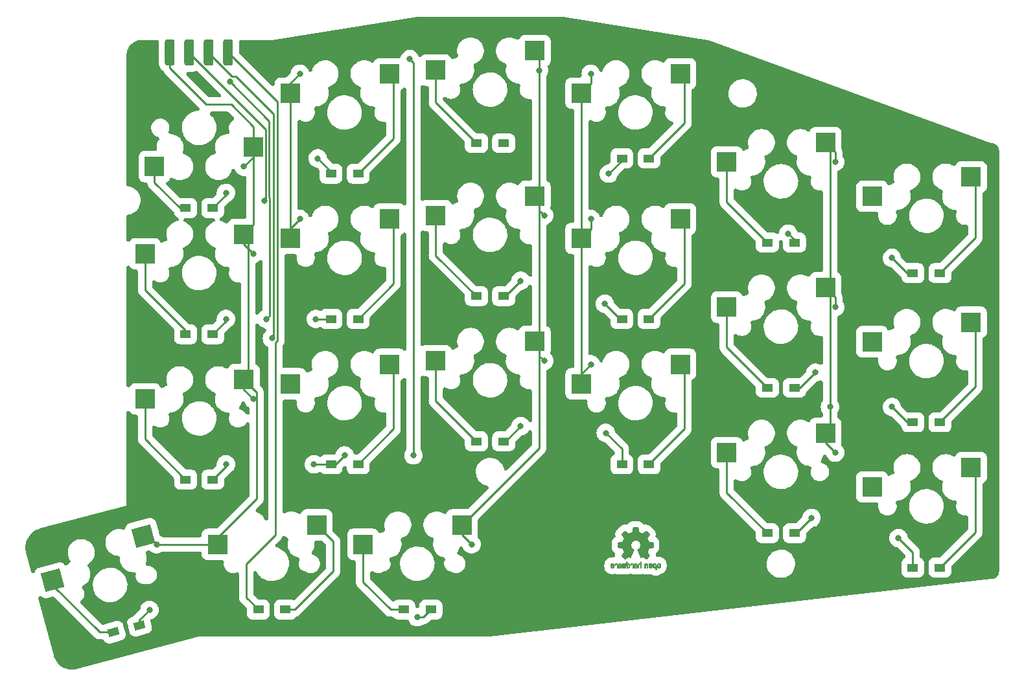
<source format=gbl>
%TF.GenerationSoftware,KiCad,Pcbnew,7.0.2-0*%
%TF.CreationDate,2023-06-01T09:13:53+08:00*%
%TF.ProjectId,Input,496e7075-742e-46b6-9963-61645f706362,2*%
%TF.SameCoordinates,PX717cbc0PY58b1140*%
%TF.FileFunction,Copper,L2,Bot*%
%TF.FilePolarity,Positive*%
%FSLAX46Y46*%
G04 Gerber Fmt 4.6, Leading zero omitted, Abs format (unit mm)*
G04 Created by KiCad (PCBNEW 7.0.2-0) date 2023-06-01 09:13:53*
%MOMM*%
%LPD*%
G01*
G04 APERTURE LIST*
G04 Aperture macros list*
%AMRoundRect*
0 Rectangle with rounded corners*
0 $1 Rounding radius*
0 $2 $3 $4 $5 $6 $7 $8 $9 X,Y pos of 4 corners*
0 Add a 4 corners polygon primitive as box body*
4,1,4,$2,$3,$4,$5,$6,$7,$8,$9,$2,$3,0*
0 Add four circle primitives for the rounded corners*
1,1,$1+$1,$2,$3*
1,1,$1+$1,$4,$5*
1,1,$1+$1,$6,$7*
1,1,$1+$1,$8,$9*
0 Add four rect primitives between the rounded corners*
20,1,$1+$1,$2,$3,$4,$5,0*
20,1,$1+$1,$4,$5,$6,$7,0*
20,1,$1+$1,$6,$7,$8,$9,0*
20,1,$1+$1,$8,$9,$2,$3,0*%
%AMRotRect*
0 Rectangle, with rotation*
0 The origin of the aperture is its center*
0 $1 length*
0 $2 width*
0 $3 Rotation angle, in degrees counterclockwise*
0 Add horizontal line*
21,1,$1,$2,0,0,$3*%
G04 Aperture macros list end*
%TA.AperFunction,EtchedComponent*%
%ADD10C,0.010000*%
%TD*%
%TA.AperFunction,SMDPad,CuDef*%
%ADD11R,2.550000X2.500000*%
%TD*%
%TA.AperFunction,ConnectorPad*%
%ADD12RoundRect,0.317500X0.317500X1.397000X-0.317500X1.397000X-0.317500X-1.397000X0.317500X-1.397000X0*%
%TD*%
%TA.AperFunction,SMDPad,CuDef*%
%ADD13R,1.400000X1.000000*%
%TD*%
%TA.AperFunction,SMDPad,CuDef*%
%ADD14RotRect,2.550000X2.500000X15.000000*%
%TD*%
%TA.AperFunction,SMDPad,CuDef*%
%ADD15RotRect,1.400000X1.000000X195.000000*%
%TD*%
%TA.AperFunction,ViaPad*%
%ADD16C,0.800000*%
%TD*%
%TA.AperFunction,Conductor*%
%ADD17C,0.250000*%
%TD*%
G04 APERTURE END LIST*
%TO.C,REF\u002A\u002A*%
D10*
X54482829Y-37951097D02*
X54542753Y-37973355D01*
X54567673Y-37990080D01*
X54592910Y-38014043D01*
X54610912Y-38044526D01*
X54622858Y-38086023D01*
X54629930Y-38143032D01*
X54633308Y-38220047D01*
X54634171Y-38321565D01*
X54634002Y-38374027D01*
X54633153Y-38445715D01*
X54631711Y-38502925D01*
X54629814Y-38540809D01*
X54627597Y-38554514D01*
X54613172Y-38549981D01*
X54584054Y-38537670D01*
X54583181Y-38537272D01*
X54568060Y-38529356D01*
X54557891Y-38518495D01*
X54551691Y-38499471D01*
X54548478Y-38467069D01*
X54547270Y-38416071D01*
X54547086Y-38341261D01*
X54546714Y-38293804D01*
X54542750Y-38204615D01*
X54533673Y-38139287D01*
X54518524Y-38094393D01*
X54496345Y-38066507D01*
X54466175Y-38052203D01*
X54461990Y-38051206D01*
X54405480Y-38050427D01*
X54361410Y-38075744D01*
X54330972Y-38126502D01*
X54325544Y-38141175D01*
X54313171Y-38173649D01*
X54306905Y-38188572D01*
X54294036Y-38186516D01*
X54265933Y-38175357D01*
X54239721Y-38156927D01*
X54227771Y-38122098D01*
X54231336Y-38097151D01*
X54253235Y-38046547D01*
X54288644Y-37999128D01*
X54330052Y-37966334D01*
X54347400Y-37958752D01*
X54413089Y-37946076D01*
X54482829Y-37951097D01*
%TA.AperFunction,EtchedComponent*%
G36*
X54482829Y-37951097D02*
G01*
X54542753Y-37973355D01*
X54567673Y-37990080D01*
X54592910Y-38014043D01*
X54610912Y-38044526D01*
X54622858Y-38086023D01*
X54629930Y-38143032D01*
X54633308Y-38220047D01*
X54634171Y-38321565D01*
X54634002Y-38374027D01*
X54633153Y-38445715D01*
X54631711Y-38502925D01*
X54629814Y-38540809D01*
X54627597Y-38554514D01*
X54613172Y-38549981D01*
X54584054Y-38537670D01*
X54583181Y-38537272D01*
X54568060Y-38529356D01*
X54557891Y-38518495D01*
X54551691Y-38499471D01*
X54548478Y-38467069D01*
X54547270Y-38416071D01*
X54547086Y-38341261D01*
X54546714Y-38293804D01*
X54542750Y-38204615D01*
X54533673Y-38139287D01*
X54518524Y-38094393D01*
X54496345Y-38066507D01*
X54466175Y-38052203D01*
X54461990Y-38051206D01*
X54405480Y-38050427D01*
X54361410Y-38075744D01*
X54330972Y-38126502D01*
X54325544Y-38141175D01*
X54313171Y-38173649D01*
X54306905Y-38188572D01*
X54294036Y-38186516D01*
X54265933Y-38175357D01*
X54239721Y-38156927D01*
X54227771Y-38122098D01*
X54231336Y-38097151D01*
X54253235Y-38046547D01*
X54288644Y-37999128D01*
X54330052Y-37966334D01*
X54347400Y-37958752D01*
X54413089Y-37946076D01*
X54482829Y-37951097D01*
G37*
%TD.AperFunction*%
X58431020Y-37917822D02*
X58498810Y-37949680D01*
X58554366Y-38004770D01*
X58565881Y-38022016D01*
X58575432Y-38041562D01*
X58582206Y-38066198D01*
X58586819Y-38100711D01*
X58589888Y-38149889D01*
X58592029Y-38218519D01*
X58593859Y-38311389D01*
X58598404Y-38569007D01*
X58560225Y-38554491D01*
X58525268Y-38541156D01*
X58499097Y-38528323D01*
X58482013Y-38511780D01*
X58472086Y-38486465D01*
X58467386Y-38447316D01*
X58465982Y-38389268D01*
X58465943Y-38307261D01*
X58465744Y-38241895D01*
X58464559Y-38179173D01*
X58461729Y-38136334D01*
X58456609Y-38108220D01*
X58448553Y-38089675D01*
X58436914Y-38075543D01*
X58408303Y-38055600D01*
X58360239Y-38048083D01*
X58312688Y-38067079D01*
X58309550Y-38069511D01*
X58299769Y-38080748D01*
X58292553Y-38098770D01*
X58287299Y-38128026D01*
X58283402Y-38172962D01*
X58280256Y-38238028D01*
X58277257Y-38327670D01*
X58270000Y-38567697D01*
X58208314Y-38540044D01*
X58146629Y-38512391D01*
X58146629Y-38293246D01*
X58146884Y-38233711D01*
X58149086Y-38150892D01*
X58154661Y-38089227D01*
X58164941Y-38043748D01*
X58181258Y-38009484D01*
X58204943Y-37981466D01*
X58237328Y-37954723D01*
X58283907Y-37927780D01*
X58357287Y-37910191D01*
X58431020Y-37917822D01*
%TA.AperFunction,EtchedComponent*%
G36*
X58431020Y-37917822D02*
G01*
X58498810Y-37949680D01*
X58554366Y-38004770D01*
X58565881Y-38022016D01*
X58575432Y-38041562D01*
X58582206Y-38066198D01*
X58586819Y-38100711D01*
X58589888Y-38149889D01*
X58592029Y-38218519D01*
X58593859Y-38311389D01*
X58598404Y-38569007D01*
X58560225Y-38554491D01*
X58525268Y-38541156D01*
X58499097Y-38528323D01*
X58482013Y-38511780D01*
X58472086Y-38486465D01*
X58467386Y-38447316D01*
X58465982Y-38389268D01*
X58465943Y-38307261D01*
X58465744Y-38241895D01*
X58464559Y-38179173D01*
X58461729Y-38136334D01*
X58456609Y-38108220D01*
X58448553Y-38089675D01*
X58436914Y-38075543D01*
X58408303Y-38055600D01*
X58360239Y-38048083D01*
X58312688Y-38067079D01*
X58309550Y-38069511D01*
X58299769Y-38080748D01*
X58292553Y-38098770D01*
X58287299Y-38128026D01*
X58283402Y-38172962D01*
X58280256Y-38238028D01*
X58277257Y-38327670D01*
X58270000Y-38567697D01*
X58208314Y-38540044D01*
X58146629Y-38512391D01*
X58146629Y-38293246D01*
X58146884Y-38233711D01*
X58149086Y-38150892D01*
X58154661Y-38089227D01*
X58164941Y-38043748D01*
X58181258Y-38009484D01*
X58204943Y-37981466D01*
X58237328Y-37954723D01*
X58283907Y-37927780D01*
X58357287Y-37910191D01*
X58431020Y-37917822D01*
G37*
%TD.AperFunction*%
X56607691Y-37966467D02*
X56612273Y-37969003D01*
X56649704Y-37998057D01*
X56683170Y-38035410D01*
X56689007Y-38043852D01*
X56700165Y-38063553D01*
X56708136Y-38086935D01*
X56713618Y-38119067D01*
X56717307Y-38165019D01*
X56719899Y-38229859D01*
X56722092Y-38318657D01*
X56722402Y-38333669D01*
X56723400Y-38430999D01*
X56721994Y-38499934D01*
X56718164Y-38540948D01*
X56711889Y-38554514D01*
X56692898Y-38550452D01*
X56660638Y-38538144D01*
X56653041Y-38534545D01*
X56641176Y-38526398D01*
X56632994Y-38513004D01*
X56627643Y-38489608D01*
X56624269Y-38451455D01*
X56622019Y-38393790D01*
X56620040Y-38311857D01*
X56619498Y-38287907D01*
X56617403Y-38212266D01*
X56614683Y-38159328D01*
X56610515Y-38124075D01*
X56604079Y-38101487D01*
X56594550Y-38086544D01*
X56581106Y-38074227D01*
X56541305Y-38052634D01*
X56492341Y-38048476D01*
X56448529Y-38064999D01*
X56417008Y-38099210D01*
X56404914Y-38148114D01*
X56404578Y-38161407D01*
X56397972Y-38185472D01*
X56378470Y-38189144D01*
X56340283Y-38174813D01*
X56331438Y-38170217D01*
X56307534Y-38143186D01*
X56307061Y-38102994D01*
X56329836Y-38047409D01*
X56350727Y-38017117D01*
X56404142Y-37974084D01*
X56470074Y-37949755D01*
X56540574Y-37946443D01*
X56607691Y-37966467D01*
%TA.AperFunction,EtchedComponent*%
G36*
X56607691Y-37966467D02*
G01*
X56612273Y-37969003D01*
X56649704Y-37998057D01*
X56683170Y-38035410D01*
X56689007Y-38043852D01*
X56700165Y-38063553D01*
X56708136Y-38086935D01*
X56713618Y-38119067D01*
X56717307Y-38165019D01*
X56719899Y-38229859D01*
X56722092Y-38318657D01*
X56722402Y-38333669D01*
X56723400Y-38430999D01*
X56721994Y-38499934D01*
X56718164Y-38540948D01*
X56711889Y-38554514D01*
X56692898Y-38550452D01*
X56660638Y-38538144D01*
X56653041Y-38534545D01*
X56641176Y-38526398D01*
X56632994Y-38513004D01*
X56627643Y-38489608D01*
X56624269Y-38451455D01*
X56622019Y-38393790D01*
X56620040Y-38311857D01*
X56619498Y-38287907D01*
X56617403Y-38212266D01*
X56614683Y-38159328D01*
X56610515Y-38124075D01*
X56604079Y-38101487D01*
X56594550Y-38086544D01*
X56581106Y-38074227D01*
X56541305Y-38052634D01*
X56492341Y-38048476D01*
X56448529Y-38064999D01*
X56417008Y-38099210D01*
X56404914Y-38148114D01*
X56404578Y-38161407D01*
X56397972Y-38185472D01*
X56378470Y-38189144D01*
X56340283Y-38174813D01*
X56331438Y-38170217D01*
X56307534Y-38143186D01*
X56307061Y-38102994D01*
X56329836Y-38047409D01*
X56350727Y-38017117D01*
X56404142Y-37974084D01*
X56470074Y-37949755D01*
X56540574Y-37946443D01*
X56607691Y-37966467D01*
G37*
%TD.AperFunction*%
X57678543Y-37749444D02*
X57725714Y-37769342D01*
X57725714Y-38166509D01*
X57725519Y-38269498D01*
X57724998Y-38362141D01*
X57724199Y-38440700D01*
X57723172Y-38501439D01*
X57721963Y-38540623D01*
X57720623Y-38554514D01*
X57720099Y-38554468D01*
X57702287Y-38549420D01*
X57669823Y-38538580D01*
X57624114Y-38522646D01*
X57624114Y-38318173D01*
X57623824Y-38237832D01*
X57622474Y-38179562D01*
X57619369Y-38139909D01*
X57613812Y-38113618D01*
X57605107Y-38095436D01*
X57592556Y-38080107D01*
X57583999Y-38071955D01*
X57537728Y-38049375D01*
X57486728Y-38051375D01*
X57439993Y-38078073D01*
X57433189Y-38084698D01*
X57422293Y-38098456D01*
X57414836Y-38116642D01*
X57410169Y-38144177D01*
X57407642Y-38185981D01*
X57406602Y-38246973D01*
X57406400Y-38332073D01*
X57406303Y-38375234D01*
X57405674Y-38446224D01*
X57404556Y-38503076D01*
X57403063Y-38540828D01*
X57401309Y-38554514D01*
X57400785Y-38554468D01*
X57382973Y-38549420D01*
X57350509Y-38538580D01*
X57304800Y-38522646D01*
X57304823Y-38317237D01*
X57304857Y-38298951D01*
X57306778Y-38203626D01*
X57312678Y-38131543D01*
X57324001Y-38077813D01*
X57342187Y-38037549D01*
X57368679Y-38005861D01*
X57404918Y-37977861D01*
X57440263Y-37960333D01*
X57496773Y-37946785D01*
X57552356Y-37946015D01*
X57595086Y-37959195D01*
X57598298Y-37961015D01*
X57608205Y-37960820D01*
X57614975Y-37945572D01*
X57619861Y-37910613D01*
X57624114Y-37851289D01*
X57631371Y-37729547D01*
X57678543Y-37749444D01*
%TA.AperFunction,EtchedComponent*%
G36*
X57678543Y-37749444D02*
G01*
X57725714Y-37769342D01*
X57725714Y-38166509D01*
X57725519Y-38269498D01*
X57724998Y-38362141D01*
X57724199Y-38440700D01*
X57723172Y-38501439D01*
X57721963Y-38540623D01*
X57720623Y-38554514D01*
X57720099Y-38554468D01*
X57702287Y-38549420D01*
X57669823Y-38538580D01*
X57624114Y-38522646D01*
X57624114Y-38318173D01*
X57623824Y-38237832D01*
X57622474Y-38179562D01*
X57619369Y-38139909D01*
X57613812Y-38113618D01*
X57605107Y-38095436D01*
X57592556Y-38080107D01*
X57583999Y-38071955D01*
X57537728Y-38049375D01*
X57486728Y-38051375D01*
X57439993Y-38078073D01*
X57433189Y-38084698D01*
X57422293Y-38098456D01*
X57414836Y-38116642D01*
X57410169Y-38144177D01*
X57407642Y-38185981D01*
X57406602Y-38246973D01*
X57406400Y-38332073D01*
X57406303Y-38375234D01*
X57405674Y-38446224D01*
X57404556Y-38503076D01*
X57403063Y-38540828D01*
X57401309Y-38554514D01*
X57400785Y-38554468D01*
X57382973Y-38549420D01*
X57350509Y-38538580D01*
X57304800Y-38522646D01*
X57304823Y-38317237D01*
X57304857Y-38298951D01*
X57306778Y-38203626D01*
X57312678Y-38131543D01*
X57324001Y-38077813D01*
X57342187Y-38037549D01*
X57368679Y-38005861D01*
X57404918Y-37977861D01*
X57440263Y-37960333D01*
X57496773Y-37946785D01*
X57552356Y-37946015D01*
X57595086Y-37959195D01*
X57598298Y-37961015D01*
X57608205Y-37960820D01*
X57614975Y-37945572D01*
X57619861Y-37910613D01*
X57624114Y-37851289D01*
X57631371Y-37729547D01*
X57678543Y-37749444D01*
G37*
%TD.AperFunction*%
X55653941Y-37949282D02*
X55685774Y-37961758D01*
X55722743Y-37978602D01*
X55722743Y-38465196D01*
X55676812Y-38511127D01*
X55666320Y-38521427D01*
X55637255Y-38544320D01*
X55607943Y-38551735D01*
X55564326Y-38548321D01*
X55546568Y-38546114D01*
X55500767Y-38541445D01*
X55468743Y-38539585D01*
X55459244Y-38539869D01*
X55420274Y-38542948D01*
X55373160Y-38548321D01*
X55358085Y-38550168D01*
X55320110Y-38550893D01*
X55292325Y-38539429D01*
X55260674Y-38511127D01*
X55214743Y-38465196D01*
X55214743Y-38205055D01*
X55215101Y-38128180D01*
X55216216Y-38054886D01*
X55217952Y-37996850D01*
X55220167Y-37958663D01*
X55222721Y-37944914D01*
X55223256Y-37944951D01*
X55241808Y-37951793D01*
X55273153Y-37966868D01*
X55315608Y-37988822D01*
X55319604Y-38217240D01*
X55323600Y-38445657D01*
X55410686Y-38445657D01*
X55414657Y-38195286D01*
X55415916Y-38127227D01*
X55417718Y-38054482D01*
X55419671Y-37996730D01*
X55421612Y-37958648D01*
X55423377Y-37944914D01*
X55423885Y-37944962D01*
X55441482Y-37950015D01*
X55473834Y-37960849D01*
X55519543Y-37976783D01*
X55519765Y-38196706D01*
X55519988Y-38234909D01*
X55521531Y-38309146D01*
X55524292Y-38371145D01*
X55527977Y-38415308D01*
X55532292Y-38436041D01*
X55547732Y-38447131D01*
X55579241Y-38450556D01*
X55613886Y-38445657D01*
X55617857Y-38195286D01*
X55619278Y-38131663D01*
X55622225Y-38056356D01*
X55626079Y-37997286D01*
X55630542Y-37958718D01*
X55635317Y-37944914D01*
X55653941Y-37949282D01*
%TA.AperFunction,EtchedComponent*%
G36*
X55653941Y-37949282D02*
G01*
X55685774Y-37961758D01*
X55722743Y-37978602D01*
X55722743Y-38465196D01*
X55676812Y-38511127D01*
X55666320Y-38521427D01*
X55637255Y-38544320D01*
X55607943Y-38551735D01*
X55564326Y-38548321D01*
X55546568Y-38546114D01*
X55500767Y-38541445D01*
X55468743Y-38539585D01*
X55459244Y-38539869D01*
X55420274Y-38542948D01*
X55373160Y-38548321D01*
X55358085Y-38550168D01*
X55320110Y-38550893D01*
X55292325Y-38539429D01*
X55260674Y-38511127D01*
X55214743Y-38465196D01*
X55214743Y-38205055D01*
X55215101Y-38128180D01*
X55216216Y-38054886D01*
X55217952Y-37996850D01*
X55220167Y-37958663D01*
X55222721Y-37944914D01*
X55223256Y-37944951D01*
X55241808Y-37951793D01*
X55273153Y-37966868D01*
X55315608Y-37988822D01*
X55319604Y-38217240D01*
X55323600Y-38445657D01*
X55410686Y-38445657D01*
X55414657Y-38195286D01*
X55415916Y-38127227D01*
X55417718Y-38054482D01*
X55419671Y-37996730D01*
X55421612Y-37958648D01*
X55423377Y-37944914D01*
X55423885Y-37944962D01*
X55441482Y-37950015D01*
X55473834Y-37960849D01*
X55519543Y-37976783D01*
X55519765Y-38196706D01*
X55519988Y-38234909D01*
X55521531Y-38309146D01*
X55524292Y-38371145D01*
X55527977Y-38415308D01*
X55532292Y-38436041D01*
X55547732Y-38447131D01*
X55579241Y-38450556D01*
X55613886Y-38445657D01*
X55617857Y-38195286D01*
X55619278Y-38131663D01*
X55622225Y-38056356D01*
X55626079Y-37997286D01*
X55630542Y-37958718D01*
X55635317Y-37944914D01*
X55653941Y-37949282D01*
G37*
%TD.AperFunction*%
X60265714Y-38235200D02*
X60265701Y-38250935D01*
X60264914Y-38321119D01*
X60262210Y-38370022D01*
X60256606Y-38404178D01*
X60247119Y-38430124D01*
X60232768Y-38454397D01*
X60229237Y-38459433D01*
X60191878Y-38499143D01*
X60149311Y-38529092D01*
X60127452Y-38538810D01*
X60048908Y-38555020D01*
X59971231Y-38544535D01*
X59899645Y-38508707D01*
X59839374Y-38448887D01*
X59834286Y-38440873D01*
X59817730Y-38394342D01*
X59806573Y-38329552D01*
X59801160Y-38254727D01*
X59801768Y-38185513D01*
X59948248Y-38185513D01*
X59949402Y-38281399D01*
X59949866Y-38287569D01*
X59956629Y-38340478D01*
X59968671Y-38374029D01*
X59989005Y-38397016D01*
X60023097Y-38418548D01*
X60056814Y-38419680D01*
X60091543Y-38394857D01*
X60097584Y-38388325D01*
X60109417Y-38368779D01*
X60116404Y-38340386D01*
X60119727Y-38296430D01*
X60120571Y-38230192D01*
X60119125Y-38168150D01*
X60111907Y-38109042D01*
X60097006Y-38071686D01*
X60072636Y-38052152D01*
X60037008Y-38046514D01*
X60023440Y-38047635D01*
X59985430Y-38068194D01*
X59960312Y-38114299D01*
X59948248Y-38185513D01*
X59801768Y-38185513D01*
X59801833Y-38178096D01*
X59808937Y-38107882D01*
X59822815Y-38052312D01*
X59840649Y-38015301D01*
X59890855Y-37957733D01*
X59958885Y-37921962D01*
X60042158Y-37909665D01*
X60064398Y-37910331D01*
X60129891Y-37923947D01*
X60183687Y-37958249D01*
X60233057Y-38017338D01*
X60235995Y-38021722D01*
X60249287Y-38045299D01*
X60257932Y-38071949D01*
X60262904Y-38108159D01*
X60265174Y-38160413D01*
X60265678Y-38230192D01*
X60265714Y-38235200D01*
%TA.AperFunction,EtchedComponent*%
G36*
X60265714Y-38235200D02*
G01*
X60265701Y-38250935D01*
X60264914Y-38321119D01*
X60262210Y-38370022D01*
X60256606Y-38404178D01*
X60247119Y-38430124D01*
X60232768Y-38454397D01*
X60229237Y-38459433D01*
X60191878Y-38499143D01*
X60149311Y-38529092D01*
X60127452Y-38538810D01*
X60048908Y-38555020D01*
X59971231Y-38544535D01*
X59899645Y-38508707D01*
X59839374Y-38448887D01*
X59834286Y-38440873D01*
X59817730Y-38394342D01*
X59806573Y-38329552D01*
X59801160Y-38254727D01*
X59801768Y-38185513D01*
X59948248Y-38185513D01*
X59949402Y-38281399D01*
X59949866Y-38287569D01*
X59956629Y-38340478D01*
X59968671Y-38374029D01*
X59989005Y-38397016D01*
X60023097Y-38418548D01*
X60056814Y-38419680D01*
X60091543Y-38394857D01*
X60097584Y-38388325D01*
X60109417Y-38368779D01*
X60116404Y-38340386D01*
X60119727Y-38296430D01*
X60120571Y-38230192D01*
X60119125Y-38168150D01*
X60111907Y-38109042D01*
X60097006Y-38071686D01*
X60072636Y-38052152D01*
X60037008Y-38046514D01*
X60023440Y-38047635D01*
X59985430Y-38068194D01*
X59960312Y-38114299D01*
X59948248Y-38185513D01*
X59801768Y-38185513D01*
X59801833Y-38178096D01*
X59808937Y-38107882D01*
X59822815Y-38052312D01*
X59840649Y-38015301D01*
X59890855Y-37957733D01*
X59958885Y-37921962D01*
X60042158Y-37909665D01*
X60064398Y-37910331D01*
X60129891Y-37923947D01*
X60183687Y-37958249D01*
X60233057Y-38017338D01*
X60235995Y-38021722D01*
X60249287Y-38045299D01*
X60257932Y-38071949D01*
X60262904Y-38108159D01*
X60265174Y-38160413D01*
X60265678Y-38230192D01*
X60265714Y-38235200D01*
G37*
%TD.AperFunction*%
X54140590Y-38252622D02*
X54140307Y-38291305D01*
X54136762Y-38367521D01*
X54127483Y-38423294D01*
X54110375Y-38464613D01*
X54083344Y-38497467D01*
X54044292Y-38527846D01*
X54019445Y-38541660D01*
X53979615Y-38550965D01*
X53923665Y-38550230D01*
X53892385Y-38547283D01*
X53854653Y-38538283D01*
X53824494Y-38518720D01*
X53789408Y-38482267D01*
X53784720Y-38476943D01*
X53753177Y-38435969D01*
X53738128Y-38400283D01*
X53734286Y-38357966D01*
X53734286Y-38295779D01*
X53777742Y-38312182D01*
X53809424Y-38331356D01*
X53836962Y-38376347D01*
X53842711Y-38390752D01*
X53874855Y-38431546D01*
X53918611Y-38452081D01*
X53966254Y-38450235D01*
X54010057Y-38423886D01*
X54025111Y-38407455D01*
X54038763Y-38382667D01*
X54034493Y-38360144D01*
X54009916Y-38336964D01*
X53962651Y-38310202D01*
X53890314Y-38276934D01*
X53741543Y-38211816D01*
X53737595Y-38147308D01*
X53739079Y-38106220D01*
X53836010Y-38106220D01*
X53843368Y-38131657D01*
X53876848Y-38158814D01*
X53937614Y-38189714D01*
X53947669Y-38194190D01*
X53995751Y-38215017D01*
X54031726Y-38229665D01*
X54048444Y-38235200D01*
X54050977Y-38231126D01*
X54051993Y-38206247D01*
X54048369Y-38166257D01*
X54039242Y-38127152D01*
X54010773Y-38077884D01*
X53969678Y-38050122D01*
X53920590Y-38046364D01*
X53868144Y-38069109D01*
X53853609Y-38080481D01*
X53836010Y-38106220D01*
X53739079Y-38106220D01*
X53739338Y-38099064D01*
X53761281Y-38038096D01*
X53788979Y-38004497D01*
X53846405Y-37966966D01*
X53914527Y-37948006D01*
X53984947Y-37949507D01*
X54049267Y-37973355D01*
X54063426Y-37982513D01*
X54095904Y-38010849D01*
X54118116Y-38046695D01*
X54131804Y-38095384D01*
X54138715Y-38162249D01*
X54139628Y-38206247D01*
X54140590Y-38252622D01*
%TA.AperFunction,EtchedComponent*%
G36*
X54140590Y-38252622D02*
G01*
X54140307Y-38291305D01*
X54136762Y-38367521D01*
X54127483Y-38423294D01*
X54110375Y-38464613D01*
X54083344Y-38497467D01*
X54044292Y-38527846D01*
X54019445Y-38541660D01*
X53979615Y-38550965D01*
X53923665Y-38550230D01*
X53892385Y-38547283D01*
X53854653Y-38538283D01*
X53824494Y-38518720D01*
X53789408Y-38482267D01*
X53784720Y-38476943D01*
X53753177Y-38435969D01*
X53738128Y-38400283D01*
X53734286Y-38357966D01*
X53734286Y-38295779D01*
X53777742Y-38312182D01*
X53809424Y-38331356D01*
X53836962Y-38376347D01*
X53842711Y-38390752D01*
X53874855Y-38431546D01*
X53918611Y-38452081D01*
X53966254Y-38450235D01*
X54010057Y-38423886D01*
X54025111Y-38407455D01*
X54038763Y-38382667D01*
X54034493Y-38360144D01*
X54009916Y-38336964D01*
X53962651Y-38310202D01*
X53890314Y-38276934D01*
X53741543Y-38211816D01*
X53737595Y-38147308D01*
X53739079Y-38106220D01*
X53836010Y-38106220D01*
X53843368Y-38131657D01*
X53876848Y-38158814D01*
X53937614Y-38189714D01*
X53947669Y-38194190D01*
X53995751Y-38215017D01*
X54031726Y-38229665D01*
X54048444Y-38235200D01*
X54050977Y-38231126D01*
X54051993Y-38206247D01*
X54048369Y-38166257D01*
X54039242Y-38127152D01*
X54010773Y-38077884D01*
X53969678Y-38050122D01*
X53920590Y-38046364D01*
X53868144Y-38069109D01*
X53853609Y-38080481D01*
X53836010Y-38106220D01*
X53739079Y-38106220D01*
X53739338Y-38099064D01*
X53761281Y-38038096D01*
X53788979Y-38004497D01*
X53846405Y-37966966D01*
X53914527Y-37948006D01*
X53984947Y-37949507D01*
X54049267Y-37973355D01*
X54063426Y-37982513D01*
X54095904Y-38010849D01*
X54118116Y-38046695D01*
X54131804Y-38095384D01*
X54138715Y-38162249D01*
X54139628Y-38206247D01*
X54140590Y-38252622D01*
G37*
%TD.AperFunction*%
X56230698Y-38249714D02*
X56229537Y-38306313D01*
X56221345Y-38383462D01*
X56203519Y-38441276D01*
X56173975Y-38485422D01*
X56130625Y-38521568D01*
X56089332Y-38542463D01*
X56019987Y-38554090D01*
X55950736Y-38541377D01*
X55888145Y-38505945D01*
X55838779Y-38449418D01*
X55832818Y-38438995D01*
X55824945Y-38420733D01*
X55819106Y-38397429D01*
X55814999Y-38365085D01*
X55812325Y-38319704D01*
X55810781Y-38257287D01*
X55810734Y-38251748D01*
X55911429Y-38251748D01*
X55911772Y-38304577D01*
X55913942Y-38352362D01*
X55919307Y-38383209D01*
X55929217Y-38403935D01*
X55945021Y-38421356D01*
X55948724Y-38424705D01*
X55996299Y-38449419D01*
X56046635Y-38446890D01*
X56093517Y-38417288D01*
X56107477Y-38401953D01*
X56119160Y-38381622D01*
X56125686Y-38353514D01*
X56128524Y-38310550D01*
X56129143Y-38245647D01*
X56128837Y-38196122D01*
X56126722Y-38147782D01*
X56121390Y-38116587D01*
X56111460Y-38095647D01*
X56095550Y-38078073D01*
X56086204Y-38070159D01*
X56037776Y-38048843D01*
X55987040Y-38052198D01*
X55942987Y-38080107D01*
X55933504Y-38091173D01*
X55921939Y-38112009D01*
X55915252Y-38141106D01*
X55912173Y-38185381D01*
X55911429Y-38251748D01*
X55810734Y-38251748D01*
X55810067Y-38173837D01*
X55809883Y-38065358D01*
X55809829Y-37728601D01*
X55857000Y-37748362D01*
X55869472Y-37753770D01*
X55889324Y-37765985D01*
X55900687Y-37784482D01*
X55906933Y-37816829D01*
X55911429Y-37870593D01*
X55915535Y-37918866D01*
X55920963Y-37950557D01*
X55928739Y-37962383D01*
X55940457Y-37959212D01*
X55970318Y-37948067D01*
X56023684Y-37945304D01*
X56081093Y-37955625D01*
X56130625Y-37977861D01*
X56157876Y-37998443D01*
X56192865Y-38038600D01*
X56215274Y-38090086D01*
X56227190Y-38158568D01*
X56230542Y-38245647D01*
X56230698Y-38249714D01*
%TA.AperFunction,EtchedComponent*%
G36*
X56230698Y-38249714D02*
G01*
X56229537Y-38306313D01*
X56221345Y-38383462D01*
X56203519Y-38441276D01*
X56173975Y-38485422D01*
X56130625Y-38521568D01*
X56089332Y-38542463D01*
X56019987Y-38554090D01*
X55950736Y-38541377D01*
X55888145Y-38505945D01*
X55838779Y-38449418D01*
X55832818Y-38438995D01*
X55824945Y-38420733D01*
X55819106Y-38397429D01*
X55814999Y-38365085D01*
X55812325Y-38319704D01*
X55810781Y-38257287D01*
X55810734Y-38251748D01*
X55911429Y-38251748D01*
X55911772Y-38304577D01*
X55913942Y-38352362D01*
X55919307Y-38383209D01*
X55929217Y-38403935D01*
X55945021Y-38421356D01*
X55948724Y-38424705D01*
X55996299Y-38449419D01*
X56046635Y-38446890D01*
X56093517Y-38417288D01*
X56107477Y-38401953D01*
X56119160Y-38381622D01*
X56125686Y-38353514D01*
X56128524Y-38310550D01*
X56129143Y-38245647D01*
X56128837Y-38196122D01*
X56126722Y-38147782D01*
X56121390Y-38116587D01*
X56111460Y-38095647D01*
X56095550Y-38078073D01*
X56086204Y-38070159D01*
X56037776Y-38048843D01*
X55987040Y-38052198D01*
X55942987Y-38080107D01*
X55933504Y-38091173D01*
X55921939Y-38112009D01*
X55915252Y-38141106D01*
X55912173Y-38185381D01*
X55911429Y-38251748D01*
X55810734Y-38251748D01*
X55810067Y-38173837D01*
X55809883Y-38065358D01*
X55809829Y-37728601D01*
X55857000Y-37748362D01*
X55869472Y-37753770D01*
X55889324Y-37765985D01*
X55900687Y-37784482D01*
X55906933Y-37816829D01*
X55911429Y-37870593D01*
X55915535Y-37918866D01*
X55920963Y-37950557D01*
X55928739Y-37962383D01*
X55940457Y-37959212D01*
X55970318Y-37948067D01*
X56023684Y-37945304D01*
X56081093Y-37955625D01*
X56130625Y-37977861D01*
X56157876Y-37998443D01*
X56192865Y-38038600D01*
X56215274Y-38090086D01*
X56227190Y-38158568D01*
X56230542Y-38245647D01*
X56230698Y-38249714D01*
G37*
%TD.AperFunction*%
X59162299Y-38194055D02*
X59157684Y-38304078D01*
X59155078Y-38327387D01*
X59135660Y-38410352D01*
X59100573Y-38473448D01*
X59047212Y-38521808D01*
X59044196Y-38523804D01*
X58976362Y-38552185D01*
X58905535Y-38554711D01*
X58837289Y-38533097D01*
X58777196Y-38489062D01*
X58730829Y-38424322D01*
X58730050Y-38422761D01*
X58714643Y-38382558D01*
X58703357Y-38336866D01*
X58697370Y-38293972D01*
X58697861Y-38262160D01*
X58706007Y-38249714D01*
X58713244Y-38250471D01*
X58747851Y-38264235D01*
X58787078Y-38289546D01*
X58820448Y-38318845D01*
X58837483Y-38344572D01*
X58855192Y-38379471D01*
X58891485Y-38411212D01*
X58933630Y-38423886D01*
X58949077Y-38420221D01*
X58979569Y-38401774D01*
X59006128Y-38376166D01*
X59017486Y-38352934D01*
X59017482Y-38352848D01*
X59004596Y-38342179D01*
X58970241Y-38322933D01*
X58919593Y-38297813D01*
X58857829Y-38269524D01*
X58857489Y-38269374D01*
X58790388Y-38239498D01*
X58745411Y-38217973D01*
X58718145Y-38201437D01*
X58704178Y-38186531D01*
X58699097Y-38169893D01*
X58698490Y-38148162D01*
X58702712Y-38107013D01*
X58846000Y-38107013D01*
X58860791Y-38119949D01*
X58897644Y-38139333D01*
X58898725Y-38139881D01*
X58942205Y-38160587D01*
X58981102Y-38177105D01*
X59005778Y-38184093D01*
X59015676Y-38174753D01*
X59017486Y-38142748D01*
X59009966Y-38102915D01*
X58983897Y-38066717D01*
X58946154Y-38047950D01*
X58904077Y-38049845D01*
X58865005Y-38075632D01*
X58849647Y-38093451D01*
X58846000Y-38107013D01*
X58702712Y-38107013D01*
X58703833Y-38096086D01*
X58730251Y-38025335D01*
X58774473Y-37969735D01*
X58831697Y-37931239D01*
X58897120Y-37911797D01*
X58965937Y-37913359D01*
X59033347Y-37937878D01*
X59094544Y-37987302D01*
X59128450Y-38036212D01*
X59152806Y-38106027D01*
X59156767Y-38142748D01*
X59162299Y-38194055D01*
%TA.AperFunction,EtchedComponent*%
G36*
X59162299Y-38194055D02*
G01*
X59157684Y-38304078D01*
X59155078Y-38327387D01*
X59135660Y-38410352D01*
X59100573Y-38473448D01*
X59047212Y-38521808D01*
X59044196Y-38523804D01*
X58976362Y-38552185D01*
X58905535Y-38554711D01*
X58837289Y-38533097D01*
X58777196Y-38489062D01*
X58730829Y-38424322D01*
X58730050Y-38422761D01*
X58714643Y-38382558D01*
X58703357Y-38336866D01*
X58697370Y-38293972D01*
X58697861Y-38262160D01*
X58706007Y-38249714D01*
X58713244Y-38250471D01*
X58747851Y-38264235D01*
X58787078Y-38289546D01*
X58820448Y-38318845D01*
X58837483Y-38344572D01*
X58855192Y-38379471D01*
X58891485Y-38411212D01*
X58933630Y-38423886D01*
X58949077Y-38420221D01*
X58979569Y-38401774D01*
X59006128Y-38376166D01*
X59017486Y-38352934D01*
X59017482Y-38352848D01*
X59004596Y-38342179D01*
X58970241Y-38322933D01*
X58919593Y-38297813D01*
X58857829Y-38269524D01*
X58857489Y-38269374D01*
X58790388Y-38239498D01*
X58745411Y-38217973D01*
X58718145Y-38201437D01*
X58704178Y-38186531D01*
X58699097Y-38169893D01*
X58698490Y-38148162D01*
X58702712Y-38107013D01*
X58846000Y-38107013D01*
X58860791Y-38119949D01*
X58897644Y-38139333D01*
X58898725Y-38139881D01*
X58942205Y-38160587D01*
X58981102Y-38177105D01*
X59005778Y-38184093D01*
X59015676Y-38174753D01*
X59017486Y-38142748D01*
X59009966Y-38102915D01*
X58983897Y-38066717D01*
X58946154Y-38047950D01*
X58904077Y-38049845D01*
X58865005Y-38075632D01*
X58849647Y-38093451D01*
X58846000Y-38107013D01*
X58702712Y-38107013D01*
X58703833Y-38096086D01*
X58730251Y-38025335D01*
X58774473Y-37969735D01*
X58831697Y-37931239D01*
X58897120Y-37911797D01*
X58965937Y-37913359D01*
X59033347Y-37937878D01*
X59094544Y-37987302D01*
X59128450Y-38036212D01*
X59152806Y-38106027D01*
X59156767Y-38142748D01*
X59162299Y-38194055D01*
G37*
%TD.AperFunction*%
X57089483Y-37960569D02*
X57139376Y-37989661D01*
X57161325Y-38012327D01*
X57203504Y-38080082D01*
X57217714Y-38153950D01*
X57217714Y-38204770D01*
X57170999Y-38185128D01*
X57138692Y-38165308D01*
X57113231Y-38124160D01*
X57110616Y-38115675D01*
X57082478Y-38072451D01*
X57040067Y-38049103D01*
X56991370Y-38048100D01*
X56944373Y-38071914D01*
X56937357Y-38078056D01*
X56913893Y-38104745D01*
X56910019Y-38128014D01*
X56927768Y-38150862D01*
X56969179Y-38176287D01*
X57036286Y-38207288D01*
X57040824Y-38209252D01*
X57115322Y-38243990D01*
X57166203Y-38274763D01*
X57197525Y-38305488D01*
X57213343Y-38340082D01*
X57217714Y-38382462D01*
X57211986Y-38429446D01*
X57183062Y-38489585D01*
X57132178Y-38532788D01*
X57095374Y-38545759D01*
X57043434Y-38552856D01*
X56992999Y-38551340D01*
X56956983Y-38540632D01*
X56953158Y-38537966D01*
X56942998Y-38519337D01*
X56950048Y-38486505D01*
X56962297Y-38460735D01*
X56981939Y-38450006D01*
X57019191Y-38450539D01*
X57070908Y-38447462D01*
X57104701Y-38426212D01*
X57116114Y-38386877D01*
X57116104Y-38385747D01*
X57109187Y-38362913D01*
X57085659Y-38341963D01*
X57039914Y-38317815D01*
X56977704Y-38288741D01*
X56936499Y-38272925D01*
X56912712Y-38273944D01*
X56901597Y-38294837D01*
X56898408Y-38338641D01*
X56898400Y-38408393D01*
X56898044Y-38451452D01*
X56896413Y-38504626D01*
X56893761Y-38541022D01*
X56890422Y-38554514D01*
X56889530Y-38554423D01*
X56870237Y-38547110D01*
X56838284Y-38531678D01*
X56794124Y-38508842D01*
X56799371Y-38303078D01*
X56799736Y-38289432D01*
X56803904Y-38193651D01*
X56811268Y-38121462D01*
X56823330Y-38068058D01*
X56841593Y-38028633D01*
X56867560Y-37998380D01*
X56902733Y-37972493D01*
X56903384Y-37972087D01*
X56960256Y-37950968D01*
X57026033Y-37947400D01*
X57089483Y-37960569D01*
%TA.AperFunction,EtchedComponent*%
G36*
X57089483Y-37960569D02*
G01*
X57139376Y-37989661D01*
X57161325Y-38012327D01*
X57203504Y-38080082D01*
X57217714Y-38153950D01*
X57217714Y-38204770D01*
X57170999Y-38185128D01*
X57138692Y-38165308D01*
X57113231Y-38124160D01*
X57110616Y-38115675D01*
X57082478Y-38072451D01*
X57040067Y-38049103D01*
X56991370Y-38048100D01*
X56944373Y-38071914D01*
X56937357Y-38078056D01*
X56913893Y-38104745D01*
X56910019Y-38128014D01*
X56927768Y-38150862D01*
X56969179Y-38176287D01*
X57036286Y-38207288D01*
X57040824Y-38209252D01*
X57115322Y-38243990D01*
X57166203Y-38274763D01*
X57197525Y-38305488D01*
X57213343Y-38340082D01*
X57217714Y-38382462D01*
X57211986Y-38429446D01*
X57183062Y-38489585D01*
X57132178Y-38532788D01*
X57095374Y-38545759D01*
X57043434Y-38552856D01*
X56992999Y-38551340D01*
X56956983Y-38540632D01*
X56953158Y-38537966D01*
X56942998Y-38519337D01*
X56950048Y-38486505D01*
X56962297Y-38460735D01*
X56981939Y-38450006D01*
X57019191Y-38450539D01*
X57070908Y-38447462D01*
X57104701Y-38426212D01*
X57116114Y-38386877D01*
X57116104Y-38385747D01*
X57109187Y-38362913D01*
X57085659Y-38341963D01*
X57039914Y-38317815D01*
X56977704Y-38288741D01*
X56936499Y-38272925D01*
X56912712Y-38273944D01*
X56901597Y-38294837D01*
X56898408Y-38338641D01*
X56898400Y-38408393D01*
X56898044Y-38451452D01*
X56896413Y-38504626D01*
X56893761Y-38541022D01*
X56890422Y-38554514D01*
X56889530Y-38554423D01*
X56870237Y-38547110D01*
X56838284Y-38531678D01*
X56794124Y-38508842D01*
X56799371Y-38303078D01*
X56799736Y-38289432D01*
X56803904Y-38193651D01*
X56811268Y-38121462D01*
X56823330Y-38068058D01*
X56841593Y-38028633D01*
X56867560Y-37998380D01*
X56902733Y-37972493D01*
X56903384Y-37972087D01*
X56960256Y-37950968D01*
X57026033Y-37947400D01*
X57089483Y-37960569D01*
G37*
%TD.AperFunction*%
X59709815Y-38301524D02*
X59711252Y-38413000D01*
X59711651Y-38445339D01*
X59712929Y-38553455D01*
X59713185Y-38636186D01*
X59711634Y-38696426D01*
X59707490Y-38737073D01*
X59699964Y-38761023D01*
X59688271Y-38771171D01*
X59671624Y-38770414D01*
X59649236Y-38761648D01*
X59620321Y-38747769D01*
X59614142Y-38744808D01*
X59588413Y-38730311D01*
X59574976Y-38713065D01*
X59569834Y-38684308D01*
X59568990Y-38635283D01*
X59568952Y-38547257D01*
X59478276Y-38547257D01*
X59422498Y-38544815D01*
X59378640Y-38534908D01*
X59342218Y-38514886D01*
X59339503Y-38512929D01*
X59302546Y-38479869D01*
X59276826Y-38439931D01*
X59260606Y-38387657D01*
X59252148Y-38317588D01*
X59250083Y-38238430D01*
X59394857Y-38238430D01*
X59394882Y-38251697D01*
X59396261Y-38311584D01*
X59400687Y-38350732D01*
X59409461Y-38376153D01*
X59423886Y-38394857D01*
X59424784Y-38395750D01*
X59460237Y-38419952D01*
X59494596Y-38417567D01*
X59533403Y-38388260D01*
X59542895Y-38378244D01*
X59556876Y-38357708D01*
X59564760Y-38330997D01*
X59568245Y-38290499D01*
X59569029Y-38228603D01*
X59568350Y-38191130D01*
X59560983Y-38122980D01*
X59544168Y-38078330D01*
X59516234Y-38053926D01*
X59475509Y-38046514D01*
X59458350Y-38048094D01*
X59428660Y-38063766D01*
X59409031Y-38098691D01*
X59398188Y-38155901D01*
X59394857Y-38238430D01*
X59250083Y-38238430D01*
X59249714Y-38224267D01*
X59250253Y-38156169D01*
X59252707Y-38104587D01*
X59258158Y-38068816D01*
X59267686Y-38042015D01*
X59282371Y-38017338D01*
X59295852Y-37998480D01*
X59344799Y-37947568D01*
X59400256Y-37919918D01*
X59469928Y-37911165D01*
X59549664Y-37919890D01*
X59618595Y-37951185D01*
X59673113Y-38006381D01*
X59677223Y-38012224D01*
X59686808Y-38027753D01*
X59694151Y-38045498D01*
X59699612Y-38069290D01*
X59703550Y-38102958D01*
X59706323Y-38150333D01*
X59708292Y-38215245D01*
X59708528Y-38228603D01*
X59709815Y-38301524D01*
%TA.AperFunction,EtchedComponent*%
G36*
X59709815Y-38301524D02*
G01*
X59711252Y-38413000D01*
X59711651Y-38445339D01*
X59712929Y-38553455D01*
X59713185Y-38636186D01*
X59711634Y-38696426D01*
X59707490Y-38737073D01*
X59699964Y-38761023D01*
X59688271Y-38771171D01*
X59671624Y-38770414D01*
X59649236Y-38761648D01*
X59620321Y-38747769D01*
X59614142Y-38744808D01*
X59588413Y-38730311D01*
X59574976Y-38713065D01*
X59569834Y-38684308D01*
X59568990Y-38635283D01*
X59568952Y-38547257D01*
X59478276Y-38547257D01*
X59422498Y-38544815D01*
X59378640Y-38534908D01*
X59342218Y-38514886D01*
X59339503Y-38512929D01*
X59302546Y-38479869D01*
X59276826Y-38439931D01*
X59260606Y-38387657D01*
X59252148Y-38317588D01*
X59250083Y-38238430D01*
X59394857Y-38238430D01*
X59394882Y-38251697D01*
X59396261Y-38311584D01*
X59400687Y-38350732D01*
X59409461Y-38376153D01*
X59423886Y-38394857D01*
X59424784Y-38395750D01*
X59460237Y-38419952D01*
X59494596Y-38417567D01*
X59533403Y-38388260D01*
X59542895Y-38378244D01*
X59556876Y-38357708D01*
X59564760Y-38330997D01*
X59568245Y-38290499D01*
X59569029Y-38228603D01*
X59568350Y-38191130D01*
X59560983Y-38122980D01*
X59544168Y-38078330D01*
X59516234Y-38053926D01*
X59475509Y-38046514D01*
X59458350Y-38048094D01*
X59428660Y-38063766D01*
X59409031Y-38098691D01*
X59398188Y-38155901D01*
X59394857Y-38238430D01*
X59250083Y-38238430D01*
X59249714Y-38224267D01*
X59250253Y-38156169D01*
X59252707Y-38104587D01*
X59258158Y-38068816D01*
X59267686Y-38042015D01*
X59282371Y-38017338D01*
X59295852Y-37998480D01*
X59344799Y-37947568D01*
X59400256Y-37919918D01*
X59469928Y-37911165D01*
X59549664Y-37919890D01*
X59618595Y-37951185D01*
X59673113Y-38006381D01*
X59677223Y-38012224D01*
X59686808Y-38027753D01*
X59694151Y-38045498D01*
X59699612Y-38069290D01*
X59703550Y-38102958D01*
X59706323Y-38150333D01*
X59708292Y-38215245D01*
X59708528Y-38228603D01*
X59709815Y-38301524D01*
G37*
%TD.AperFunction*%
X54967495Y-37946220D02*
X54998599Y-37954121D01*
X55027559Y-37973817D01*
X55064831Y-38010484D01*
X55088801Y-38036378D01*
X55113770Y-38069997D01*
X55125031Y-38101506D01*
X55127657Y-38141485D01*
X55127657Y-38206917D01*
X55083035Y-38183842D01*
X55047673Y-38155724D01*
X55023451Y-38117848D01*
X55019291Y-38107551D01*
X54987594Y-38067637D01*
X54943554Y-38047624D01*
X54895531Y-38049572D01*
X54851886Y-38075543D01*
X54833420Y-38096635D01*
X54822663Y-38123619D01*
X54834178Y-38147634D01*
X54869981Y-38171791D01*
X54932090Y-38199199D01*
X54941515Y-38202985D01*
X54998058Y-38227759D01*
X55046580Y-38252189D01*
X55077451Y-38271486D01*
X55108371Y-38305953D01*
X55128927Y-38360957D01*
X55126744Y-38419983D01*
X55102424Y-38475845D01*
X55056568Y-38521355D01*
X55019438Y-38540727D01*
X54947711Y-38554292D01*
X54907852Y-38552462D01*
X54870953Y-38542568D01*
X54856797Y-38521806D01*
X54862091Y-38487613D01*
X54863631Y-38483092D01*
X54875842Y-38459116D01*
X54896174Y-38450042D01*
X54934908Y-38450649D01*
X54962257Y-38451474D01*
X54994257Y-38444392D01*
X55016182Y-38423219D01*
X55028670Y-38397152D01*
X55030062Y-38369845D01*
X55029998Y-38369685D01*
X55013807Y-38354930D01*
X54979155Y-38333457D01*
X54934321Y-38309458D01*
X54887582Y-38287125D01*
X54847217Y-38270652D01*
X54821504Y-38264229D01*
X54817679Y-38270518D01*
X54812864Y-38300115D01*
X54809566Y-38348447D01*
X54808343Y-38409372D01*
X54808058Y-38451542D01*
X54806718Y-38504653D01*
X54804528Y-38541025D01*
X54801769Y-38554514D01*
X54787344Y-38549981D01*
X54758226Y-38537670D01*
X54721257Y-38520826D01*
X54721257Y-38304721D01*
X54721493Y-38249327D01*
X54723729Y-38165207D01*
X54729423Y-38102800D01*
X54739903Y-38057358D01*
X54756497Y-38024133D01*
X54780531Y-37998378D01*
X54813333Y-37975344D01*
X54855124Y-37956335D01*
X54932287Y-37944914D01*
X54967495Y-37946220D01*
%TA.AperFunction,EtchedComponent*%
G36*
X54967495Y-37946220D02*
G01*
X54998599Y-37954121D01*
X55027559Y-37973817D01*
X55064831Y-38010484D01*
X55088801Y-38036378D01*
X55113770Y-38069997D01*
X55125031Y-38101506D01*
X55127657Y-38141485D01*
X55127657Y-38206917D01*
X55083035Y-38183842D01*
X55047673Y-38155724D01*
X55023451Y-38117848D01*
X55019291Y-38107551D01*
X54987594Y-38067637D01*
X54943554Y-38047624D01*
X54895531Y-38049572D01*
X54851886Y-38075543D01*
X54833420Y-38096635D01*
X54822663Y-38123619D01*
X54834178Y-38147634D01*
X54869981Y-38171791D01*
X54932090Y-38199199D01*
X54941515Y-38202985D01*
X54998058Y-38227759D01*
X55046580Y-38252189D01*
X55077451Y-38271486D01*
X55108371Y-38305953D01*
X55128927Y-38360957D01*
X55126744Y-38419983D01*
X55102424Y-38475845D01*
X55056568Y-38521355D01*
X55019438Y-38540727D01*
X54947711Y-38554292D01*
X54907852Y-38552462D01*
X54870953Y-38542568D01*
X54856797Y-38521806D01*
X54862091Y-38487613D01*
X54863631Y-38483092D01*
X54875842Y-38459116D01*
X54896174Y-38450042D01*
X54934908Y-38450649D01*
X54962257Y-38451474D01*
X54994257Y-38444392D01*
X55016182Y-38423219D01*
X55028670Y-38397152D01*
X55030062Y-38369845D01*
X55029998Y-38369685D01*
X55013807Y-38354930D01*
X54979155Y-38333457D01*
X54934321Y-38309458D01*
X54887582Y-38287125D01*
X54847217Y-38270652D01*
X54821504Y-38264229D01*
X54817679Y-38270518D01*
X54812864Y-38300115D01*
X54809566Y-38348447D01*
X54808343Y-38409372D01*
X54808058Y-38451542D01*
X54806718Y-38504653D01*
X54804528Y-38541025D01*
X54801769Y-38554514D01*
X54787344Y-38549981D01*
X54758226Y-38537670D01*
X54721257Y-38520826D01*
X54721257Y-38304721D01*
X54721493Y-38249327D01*
X54723729Y-38165207D01*
X54729423Y-38102800D01*
X54739903Y-38057358D01*
X54756497Y-38024133D01*
X54780531Y-37998378D01*
X54813333Y-37975344D01*
X54855124Y-37956335D01*
X54932287Y-37944914D01*
X54967495Y-37946220D01*
G37*
%TD.AperFunction*%
X57113933Y-33242371D02*
X57189856Y-33242865D01*
X57244491Y-33244135D01*
X57281500Y-33246547D01*
X57304547Y-33250467D01*
X57317296Y-33256262D01*
X57323411Y-33264299D01*
X57326556Y-33274943D01*
X57326646Y-33275325D01*
X57331814Y-33300347D01*
X57341209Y-33348681D01*
X57353867Y-33415260D01*
X57368825Y-33495014D01*
X57385119Y-33582875D01*
X57386448Y-33590064D01*
X57402691Y-33675340D01*
X57417805Y-33750242D01*
X57430808Y-33810219D01*
X57440715Y-33850717D01*
X57446544Y-33867184D01*
X57446575Y-33867210D01*
X57464943Y-33876320D01*
X57502640Y-33891457D01*
X57551543Y-33909358D01*
X57554297Y-33910330D01*
X57616817Y-33933959D01*
X57689543Y-33963595D01*
X57757294Y-33993062D01*
X57868703Y-34043626D01*
X58115399Y-33875160D01*
X58132775Y-33863311D01*
X58207202Y-33812947D01*
X58273614Y-33768612D01*
X58328039Y-33732916D01*
X58366506Y-33708471D01*
X58385042Y-33697889D01*
X58397743Y-33700315D01*
X58426579Y-33719110D01*
X58471143Y-33756330D01*
X58532670Y-33813020D01*
X58612398Y-33890227D01*
X58619532Y-33897255D01*
X58682796Y-33960222D01*
X58738990Y-34017268D01*
X58784677Y-34064817D01*
X58816414Y-34099297D01*
X58830764Y-34117131D01*
X58830810Y-34117217D01*
X58832633Y-34130795D01*
X58825910Y-34152820D01*
X58808946Y-34186304D01*
X58780044Y-34234261D01*
X58737508Y-34299704D01*
X58679644Y-34385645D01*
X58669783Y-34400151D01*
X58619913Y-34473635D01*
X58575905Y-34538687D01*
X58540380Y-34591417D01*
X58515959Y-34627936D01*
X58505264Y-34644356D01*
X58504458Y-34647834D01*
X58509518Y-34673785D01*
X58524677Y-34716159D01*
X58547463Y-34767728D01*
X58578429Y-34835170D01*
X58613004Y-34915195D01*
X58642366Y-34987629D01*
X58649645Y-35006377D01*
X58668710Y-35054246D01*
X58682715Y-35087596D01*
X58689041Y-35100114D01*
X58696025Y-35101050D01*
X58727413Y-35106461D01*
X58778787Y-35115806D01*
X58844802Y-35128069D01*
X58920113Y-35142232D01*
X58999375Y-35157280D01*
X59077243Y-35172195D01*
X59148370Y-35185961D01*
X59207412Y-35197562D01*
X59249022Y-35205980D01*
X59267857Y-35210199D01*
X59270980Y-35211389D01*
X59278591Y-35217805D01*
X59284254Y-35231465D01*
X59288251Y-35255999D01*
X59290866Y-35295038D01*
X59292384Y-35352213D01*
X59293086Y-35431154D01*
X59293257Y-35535492D01*
X59293257Y-35852799D01*
X59217057Y-35867839D01*
X59207840Y-35869642D01*
X59158891Y-35878980D01*
X59091205Y-35891669D01*
X59012478Y-35906273D01*
X58930400Y-35921355D01*
X58898078Y-35927422D01*
X58825855Y-35942181D01*
X58765666Y-35956137D01*
X58723040Y-35967952D01*
X58703510Y-35976287D01*
X58694660Y-35989905D01*
X58678548Y-36025938D01*
X58662065Y-36072572D01*
X58656263Y-36090034D01*
X58634906Y-36147358D01*
X58607359Y-36215201D01*
X58578107Y-36282355D01*
X58562463Y-36317430D01*
X58540174Y-36369822D01*
X58524857Y-36409058D01*
X58519162Y-36428563D01*
X58519478Y-36430036D01*
X58530281Y-36450729D01*
X58554638Y-36490665D01*
X58590081Y-36545972D01*
X58634136Y-36612781D01*
X58684332Y-36687220D01*
X58849501Y-36929623D01*
X58632503Y-37146983D01*
X58611516Y-37167899D01*
X58547342Y-37230505D01*
X58489990Y-37284495D01*
X58442820Y-37326826D01*
X58409192Y-37354457D01*
X58392467Y-37364343D01*
X58374303Y-37356821D01*
X58336265Y-37335227D01*
X58282726Y-37302151D01*
X58217884Y-37260191D01*
X58145940Y-37211943D01*
X58075275Y-37164291D01*
X58011526Y-37122328D01*
X57959513Y-37089165D01*
X57923279Y-37067378D01*
X57906867Y-37059543D01*
X57905905Y-37059614D01*
X57884103Y-37067338D01*
X57845440Y-37085323D01*
X57797612Y-37110013D01*
X57797110Y-37110284D01*
X57733587Y-37142099D01*
X57690060Y-37157642D01*
X57663052Y-37157685D01*
X57649090Y-37143000D01*
X57643180Y-37128544D01*
X57627229Y-37089831D01*
X57602660Y-37030316D01*
X57570779Y-36953165D01*
X57532893Y-36861541D01*
X57490310Y-36758607D01*
X57444337Y-36647526D01*
X57402667Y-36546472D01*
X57360268Y-36442780D01*
X57322756Y-36350119D01*
X57291388Y-36271642D01*
X57267425Y-36210500D01*
X57252123Y-36169843D01*
X57246743Y-36152825D01*
X57257018Y-36137219D01*
X57285563Y-36111162D01*
X57325971Y-36080887D01*
X57422979Y-36001684D01*
X57509793Y-35900475D01*
X57573322Y-35789116D01*
X57613177Y-35670893D01*
X57628965Y-35549095D01*
X57620296Y-35427010D01*
X57586778Y-35307925D01*
X57528021Y-35195129D01*
X57443632Y-35091911D01*
X57399631Y-35051713D01*
X57294211Y-34980638D01*
X57181410Y-34934301D01*
X57064525Y-34911599D01*
X56946853Y-34911428D01*
X56831690Y-34932687D01*
X56722335Y-34974270D01*
X56622083Y-35035076D01*
X56534233Y-35114001D01*
X56462080Y-35209941D01*
X56408922Y-35321795D01*
X56378057Y-35448457D01*
X56372392Y-35509507D01*
X56380185Y-35641776D01*
X56415284Y-35767266D01*
X56476649Y-35883759D01*
X56563243Y-35989039D01*
X56674029Y-36080887D01*
X56712931Y-36109930D01*
X56742104Y-36136272D01*
X56753257Y-36152800D01*
X56748810Y-36167209D01*
X56734378Y-36205815D01*
X56711173Y-36265201D01*
X56680452Y-36342215D01*
X56643474Y-36433703D01*
X56601496Y-36536516D01*
X56555778Y-36647502D01*
X56514178Y-36748072D01*
X56471222Y-36851947D01*
X56432829Y-36944819D01*
X56400305Y-37023525D01*
X56374958Y-37084899D01*
X56358095Y-37125779D01*
X56351025Y-37143000D01*
X56350943Y-37143204D01*
X56336798Y-37157745D01*
X56309659Y-37157579D01*
X56266023Y-37141927D01*
X56202388Y-37110013D01*
X56197379Y-37107326D01*
X56150125Y-37083150D01*
X56112811Y-37066037D01*
X56093133Y-37059543D01*
X56077005Y-37067218D01*
X56040959Y-37088871D01*
X55989092Y-37121928D01*
X55925445Y-37163810D01*
X55854060Y-37211943D01*
X55783724Y-37259131D01*
X55718670Y-37301267D01*
X55664820Y-37334578D01*
X55626374Y-37356469D01*
X55607534Y-37364343D01*
X55604325Y-37363343D01*
X55581954Y-37347584D01*
X55543733Y-37315033D01*
X55493021Y-37268733D01*
X55433181Y-37211726D01*
X55367571Y-37147058D01*
X55150648Y-36929772D01*
X55319601Y-36681253D01*
X55488553Y-36432733D01*
X55437183Y-36321595D01*
X55437031Y-36321266D01*
X55406183Y-36250418D01*
X55374661Y-36171523D01*
X55349266Y-36101600D01*
X55345423Y-36090322D01*
X55326047Y-36037967D01*
X55308574Y-35997283D01*
X55296388Y-35976287D01*
X55291426Y-35973322D01*
X55261634Y-35963375D01*
X55211047Y-35950505D01*
X55145194Y-35936053D01*
X55069600Y-35921355D01*
X55046957Y-35917210D01*
X54965038Y-35902116D01*
X54888600Y-35887899D01*
X54825337Y-35875995D01*
X54782943Y-35867839D01*
X54706743Y-35852799D01*
X54706743Y-35535492D01*
X54706760Y-35496476D01*
X54707082Y-35401292D01*
X54708033Y-35330255D01*
X54709896Y-35279734D01*
X54712955Y-35246098D01*
X54717494Y-35225718D01*
X54723795Y-35214962D01*
X54732143Y-35210199D01*
X54740224Y-35208270D01*
X54773172Y-35201445D01*
X54825736Y-35191022D01*
X54892569Y-35178018D01*
X54968328Y-35163449D01*
X55047665Y-35148333D01*
X55125237Y-35133685D01*
X55195698Y-35120523D01*
X55253702Y-35109863D01*
X55293904Y-35102721D01*
X55310959Y-35100114D01*
X55312112Y-35098541D01*
X55321385Y-35078119D01*
X55337432Y-35039045D01*
X55357635Y-34987629D01*
X55385672Y-34918353D01*
X55420186Y-34838290D01*
X55452538Y-34767728D01*
X55459952Y-34751889D01*
X55480755Y-34702293D01*
X55493219Y-34664038D01*
X55494863Y-34644356D01*
X55494015Y-34642962D01*
X55480548Y-34622420D01*
X55453850Y-34582516D01*
X55416539Y-34527140D01*
X55371234Y-34460177D01*
X55320552Y-34385517D01*
X55263445Y-34300692D01*
X55220607Y-34234800D01*
X55191460Y-34186478D01*
X55174317Y-34152733D01*
X55167495Y-34130572D01*
X55169306Y-34117002D01*
X55169915Y-34115984D01*
X55186297Y-34096210D01*
X55219695Y-34060175D01*
X55266671Y-34011451D01*
X55323786Y-33953612D01*
X55387603Y-33890227D01*
X55453802Y-33825905D01*
X55518648Y-33765447D01*
X55566299Y-33724655D01*
X55597990Y-33702484D01*
X55614958Y-33697889D01*
X55617175Y-33698921D01*
X55640524Y-33712837D01*
X55682912Y-33740030D01*
X55740369Y-33777889D01*
X55808923Y-33823803D01*
X55884601Y-33875160D01*
X56131298Y-34043626D01*
X56242706Y-33993062D01*
X56245943Y-33991597D01*
X56314343Y-33961965D01*
X56386907Y-33932493D01*
X56448457Y-33909358D01*
X56448729Y-33909262D01*
X56497595Y-33891367D01*
X56535212Y-33876253D01*
X56553457Y-33867184D01*
X56553752Y-33866855D01*
X56559946Y-33848282D01*
X56570139Y-33806045D01*
X56583348Y-33744696D01*
X56598590Y-33668789D01*
X56614881Y-33582875D01*
X56615449Y-33579796D01*
X56631713Y-33492128D01*
X56646608Y-33412741D01*
X56659171Y-33346701D01*
X56668438Y-33299079D01*
X56673444Y-33274943D01*
X56673764Y-33273605D01*
X56677060Y-33263273D01*
X56683738Y-33255506D01*
X56697462Y-33249940D01*
X56721895Y-33246207D01*
X56760702Y-33243942D01*
X56817546Y-33242778D01*
X56896090Y-33242348D01*
X57000000Y-33242286D01*
X57013056Y-33242286D01*
X57113933Y-33242371D01*
%TA.AperFunction,EtchedComponent*%
G36*
X57113933Y-33242371D02*
G01*
X57189856Y-33242865D01*
X57244491Y-33244135D01*
X57281500Y-33246547D01*
X57304547Y-33250467D01*
X57317296Y-33256262D01*
X57323411Y-33264299D01*
X57326556Y-33274943D01*
X57326646Y-33275325D01*
X57331814Y-33300347D01*
X57341209Y-33348681D01*
X57353867Y-33415260D01*
X57368825Y-33495014D01*
X57385119Y-33582875D01*
X57386448Y-33590064D01*
X57402691Y-33675340D01*
X57417805Y-33750242D01*
X57430808Y-33810219D01*
X57440715Y-33850717D01*
X57446544Y-33867184D01*
X57446575Y-33867210D01*
X57464943Y-33876320D01*
X57502640Y-33891457D01*
X57551543Y-33909358D01*
X57554297Y-33910330D01*
X57616817Y-33933959D01*
X57689543Y-33963595D01*
X57757294Y-33993062D01*
X57868703Y-34043626D01*
X58115399Y-33875160D01*
X58132775Y-33863311D01*
X58207202Y-33812947D01*
X58273614Y-33768612D01*
X58328039Y-33732916D01*
X58366506Y-33708471D01*
X58385042Y-33697889D01*
X58397743Y-33700315D01*
X58426579Y-33719110D01*
X58471143Y-33756330D01*
X58532670Y-33813020D01*
X58612398Y-33890227D01*
X58619532Y-33897255D01*
X58682796Y-33960222D01*
X58738990Y-34017268D01*
X58784677Y-34064817D01*
X58816414Y-34099297D01*
X58830764Y-34117131D01*
X58830810Y-34117217D01*
X58832633Y-34130795D01*
X58825910Y-34152820D01*
X58808946Y-34186304D01*
X58780044Y-34234261D01*
X58737508Y-34299704D01*
X58679644Y-34385645D01*
X58669783Y-34400151D01*
X58619913Y-34473635D01*
X58575905Y-34538687D01*
X58540380Y-34591417D01*
X58515959Y-34627936D01*
X58505264Y-34644356D01*
X58504458Y-34647834D01*
X58509518Y-34673785D01*
X58524677Y-34716159D01*
X58547463Y-34767728D01*
X58578429Y-34835170D01*
X58613004Y-34915195D01*
X58642366Y-34987629D01*
X58649645Y-35006377D01*
X58668710Y-35054246D01*
X58682715Y-35087596D01*
X58689041Y-35100114D01*
X58696025Y-35101050D01*
X58727413Y-35106461D01*
X58778787Y-35115806D01*
X58844802Y-35128069D01*
X58920113Y-35142232D01*
X58999375Y-35157280D01*
X59077243Y-35172195D01*
X59148370Y-35185961D01*
X59207412Y-35197562D01*
X59249022Y-35205980D01*
X59267857Y-35210199D01*
X59270980Y-35211389D01*
X59278591Y-35217805D01*
X59284254Y-35231465D01*
X59288251Y-35255999D01*
X59290866Y-35295038D01*
X59292384Y-35352213D01*
X59293086Y-35431154D01*
X59293257Y-35535492D01*
X59293257Y-35852799D01*
X59217057Y-35867839D01*
X59207840Y-35869642D01*
X59158891Y-35878980D01*
X59091205Y-35891669D01*
X59012478Y-35906273D01*
X58930400Y-35921355D01*
X58898078Y-35927422D01*
X58825855Y-35942181D01*
X58765666Y-35956137D01*
X58723040Y-35967952D01*
X58703510Y-35976287D01*
X58694660Y-35989905D01*
X58678548Y-36025938D01*
X58662065Y-36072572D01*
X58656263Y-36090034D01*
X58634906Y-36147358D01*
X58607359Y-36215201D01*
X58578107Y-36282355D01*
X58562463Y-36317430D01*
X58540174Y-36369822D01*
X58524857Y-36409058D01*
X58519162Y-36428563D01*
X58519478Y-36430036D01*
X58530281Y-36450729D01*
X58554638Y-36490665D01*
X58590081Y-36545972D01*
X58634136Y-36612781D01*
X58684332Y-36687220D01*
X58849501Y-36929623D01*
X58632503Y-37146983D01*
X58611516Y-37167899D01*
X58547342Y-37230505D01*
X58489990Y-37284495D01*
X58442820Y-37326826D01*
X58409192Y-37354457D01*
X58392467Y-37364343D01*
X58374303Y-37356821D01*
X58336265Y-37335227D01*
X58282726Y-37302151D01*
X58217884Y-37260191D01*
X58145940Y-37211943D01*
X58075275Y-37164291D01*
X58011526Y-37122328D01*
X57959513Y-37089165D01*
X57923279Y-37067378D01*
X57906867Y-37059543D01*
X57905905Y-37059614D01*
X57884103Y-37067338D01*
X57845440Y-37085323D01*
X57797612Y-37110013D01*
X57797110Y-37110284D01*
X57733587Y-37142099D01*
X57690060Y-37157642D01*
X57663052Y-37157685D01*
X57649090Y-37143000D01*
X57643180Y-37128544D01*
X57627229Y-37089831D01*
X57602660Y-37030316D01*
X57570779Y-36953165D01*
X57532893Y-36861541D01*
X57490310Y-36758607D01*
X57444337Y-36647526D01*
X57402667Y-36546472D01*
X57360268Y-36442780D01*
X57322756Y-36350119D01*
X57291388Y-36271642D01*
X57267425Y-36210500D01*
X57252123Y-36169843D01*
X57246743Y-36152825D01*
X57257018Y-36137219D01*
X57285563Y-36111162D01*
X57325971Y-36080887D01*
X57422979Y-36001684D01*
X57509793Y-35900475D01*
X57573322Y-35789116D01*
X57613177Y-35670893D01*
X57628965Y-35549095D01*
X57620296Y-35427010D01*
X57586778Y-35307925D01*
X57528021Y-35195129D01*
X57443632Y-35091911D01*
X57399631Y-35051713D01*
X57294211Y-34980638D01*
X57181410Y-34934301D01*
X57064525Y-34911599D01*
X56946853Y-34911428D01*
X56831690Y-34932687D01*
X56722335Y-34974270D01*
X56622083Y-35035076D01*
X56534233Y-35114001D01*
X56462080Y-35209941D01*
X56408922Y-35321795D01*
X56378057Y-35448457D01*
X56372392Y-35509507D01*
X56380185Y-35641776D01*
X56415284Y-35767266D01*
X56476649Y-35883759D01*
X56563243Y-35989039D01*
X56674029Y-36080887D01*
X56712931Y-36109930D01*
X56742104Y-36136272D01*
X56753257Y-36152800D01*
X56748810Y-36167209D01*
X56734378Y-36205815D01*
X56711173Y-36265201D01*
X56680452Y-36342215D01*
X56643474Y-36433703D01*
X56601496Y-36536516D01*
X56555778Y-36647502D01*
X56514178Y-36748072D01*
X56471222Y-36851947D01*
X56432829Y-36944819D01*
X56400305Y-37023525D01*
X56374958Y-37084899D01*
X56358095Y-37125779D01*
X56351025Y-37143000D01*
X56350943Y-37143204D01*
X56336798Y-37157745D01*
X56309659Y-37157579D01*
X56266023Y-37141927D01*
X56202388Y-37110013D01*
X56197379Y-37107326D01*
X56150125Y-37083150D01*
X56112811Y-37066037D01*
X56093133Y-37059543D01*
X56077005Y-37067218D01*
X56040959Y-37088871D01*
X55989092Y-37121928D01*
X55925445Y-37163810D01*
X55854060Y-37211943D01*
X55783724Y-37259131D01*
X55718670Y-37301267D01*
X55664820Y-37334578D01*
X55626374Y-37356469D01*
X55607534Y-37364343D01*
X55604325Y-37363343D01*
X55581954Y-37347584D01*
X55543733Y-37315033D01*
X55493021Y-37268733D01*
X55433181Y-37211726D01*
X55367571Y-37147058D01*
X55150648Y-36929772D01*
X55319601Y-36681253D01*
X55488553Y-36432733D01*
X55437183Y-36321595D01*
X55437031Y-36321266D01*
X55406183Y-36250418D01*
X55374661Y-36171523D01*
X55349266Y-36101600D01*
X55345423Y-36090322D01*
X55326047Y-36037967D01*
X55308574Y-35997283D01*
X55296388Y-35976287D01*
X55291426Y-35973322D01*
X55261634Y-35963375D01*
X55211047Y-35950505D01*
X55145194Y-35936053D01*
X55069600Y-35921355D01*
X55046957Y-35917210D01*
X54965038Y-35902116D01*
X54888600Y-35887899D01*
X54825337Y-35875995D01*
X54782943Y-35867839D01*
X54706743Y-35852799D01*
X54706743Y-35535492D01*
X54706760Y-35496476D01*
X54707082Y-35401292D01*
X54708033Y-35330255D01*
X54709896Y-35279734D01*
X54712955Y-35246098D01*
X54717494Y-35225718D01*
X54723795Y-35214962D01*
X54732143Y-35210199D01*
X54740224Y-35208270D01*
X54773172Y-35201445D01*
X54825736Y-35191022D01*
X54892569Y-35178018D01*
X54968328Y-35163449D01*
X55047665Y-35148333D01*
X55125237Y-35133685D01*
X55195698Y-35120523D01*
X55253702Y-35109863D01*
X55293904Y-35102721D01*
X55310959Y-35100114D01*
X55312112Y-35098541D01*
X55321385Y-35078119D01*
X55337432Y-35039045D01*
X55357635Y-34987629D01*
X55385672Y-34918353D01*
X55420186Y-34838290D01*
X55452538Y-34767728D01*
X55459952Y-34751889D01*
X55480755Y-34702293D01*
X55493219Y-34664038D01*
X55494863Y-34644356D01*
X55494015Y-34642962D01*
X55480548Y-34622420D01*
X55453850Y-34582516D01*
X55416539Y-34527140D01*
X55371234Y-34460177D01*
X55320552Y-34385517D01*
X55263445Y-34300692D01*
X55220607Y-34234800D01*
X55191460Y-34186478D01*
X55174317Y-34152733D01*
X55167495Y-34130572D01*
X55169306Y-34117002D01*
X55169915Y-34115984D01*
X55186297Y-34096210D01*
X55219695Y-34060175D01*
X55266671Y-34011451D01*
X55323786Y-33953612D01*
X55387603Y-33890227D01*
X55453802Y-33825905D01*
X55518648Y-33765447D01*
X55566299Y-33724655D01*
X55597990Y-33702484D01*
X55614958Y-33697889D01*
X55617175Y-33698921D01*
X55640524Y-33712837D01*
X55682912Y-33740030D01*
X55740369Y-33777889D01*
X55808923Y-33823803D01*
X55884601Y-33875160D01*
X56131298Y-34043626D01*
X56242706Y-33993062D01*
X56245943Y-33991597D01*
X56314343Y-33961965D01*
X56386907Y-33932493D01*
X56448457Y-33909358D01*
X56448729Y-33909262D01*
X56497595Y-33891367D01*
X56535212Y-33876253D01*
X56553457Y-33867184D01*
X56553752Y-33866855D01*
X56559946Y-33848282D01*
X56570139Y-33806045D01*
X56583348Y-33744696D01*
X56598590Y-33668789D01*
X56614881Y-33582875D01*
X56615449Y-33579796D01*
X56631713Y-33492128D01*
X56646608Y-33412741D01*
X56659171Y-33346701D01*
X56668438Y-33299079D01*
X56673444Y-33274943D01*
X56673764Y-33273605D01*
X56677060Y-33263273D01*
X56683738Y-33255506D01*
X56697462Y-33249940D01*
X56721895Y-33246207D01*
X56760702Y-33243942D01*
X56817546Y-33242778D01*
X56896090Y-33242348D01*
X57000000Y-33242286D01*
X57013056Y-33242286D01*
X57113933Y-33242371D01*
G37*
%TD.AperFunction*%
%TD*%
D11*
%TO.P,SW20,1,1*%
%TO.N,C12*%
X11915000Y23540000D03*
%TO.P,SW20,2,2*%
%TO.N,Net-(D20-K)*%
X24842000Y26080000D03*
%TD*%
%TO.P,SW22,1,1*%
%TO.N,C34*%
X49915000Y23540000D03*
%TO.P,SW22,2,2*%
%TO.N,Net-(D22-K)*%
X62842000Y26080000D03*
%TD*%
%TO.P,SW44,1,1*%
%TO.N,C12*%
X11915000Y-14460000D03*
%TO.P,SW44,2,2*%
%TO.N,Net-(D44-K)*%
X24842000Y-11920000D03*
%TD*%
%TO.P,SW36,1,1*%
%TO.N,C56*%
X87915000Y-8960000D03*
%TO.P,SW36,2,2*%
%TO.N,Net-(D36-K)*%
X100842000Y-6420000D03*
%TD*%
%TO.P,SW34,1,1*%
%TO.N,C34*%
X49915000Y4540000D03*
%TO.P,SW34,2,2*%
%TO.N,Net-(D34-K)*%
X62842000Y7080000D03*
%TD*%
%TO.P,SW21,1,1*%
%TO.N,Net-(D21-A)*%
X30915000Y26540000D03*
%TO.P,SW21,2,2*%
%TO.N,C34*%
X43842000Y29080000D03*
%TD*%
%TO.P,SW19,1,1*%
%TO.N,C12*%
X7085000Y16460000D03*
%TO.P,SW19,2,2*%
%TO.N,Net-(D19-A)*%
X-5842000Y13920000D03*
%TD*%
%TO.P,SW45,1,1*%
%TO.N,Net-(D45-A)*%
X30915000Y-11460000D03*
%TO.P,SW45,2,2*%
%TO.N,C34*%
X43842000Y-8920000D03*
%TD*%
%TO.P,SW33,1,1*%
%TO.N,Net-(D33-A)*%
X30915000Y7540000D03*
%TO.P,SW33,2,2*%
%TO.N,C34*%
X43842000Y10080000D03*
%TD*%
%TO.P,SW24,1,1*%
%TO.N,C56*%
X87915000Y10040000D03*
%TO.P,SW24,2,2*%
%TO.N,Net-(D24-K)*%
X100842000Y12580000D03*
%TD*%
%TO.P,SW47,1,1*%
%TO.N,Net-(D47-A)*%
X68915000Y-23460000D03*
%TO.P,SW47,2,2*%
%TO.N,C56*%
X81842000Y-20920000D03*
%TD*%
%TO.P,SW32,1,1*%
%TO.N,C12*%
X11915000Y4540000D03*
%TO.P,SW32,2,2*%
%TO.N,Net-(D32-K)*%
X24842000Y7080000D03*
%TD*%
%TO.P,SW35,1,1*%
%TO.N,Net-(D35-A)*%
X68915000Y-4460000D03*
%TO.P,SW35,2,2*%
%TO.N,C56*%
X81842000Y-1920000D03*
%TD*%
%TO.P,SW43,1,1*%
%TO.N,Net-(D43-A)*%
X-7085000Y-16460000D03*
%TO.P,SW43,2,2*%
%TO.N,C12*%
X5842000Y-13920000D03*
%TD*%
%TO.P,SW31,1,1*%
%TO.N,Net-(D31-A)*%
X-7085000Y2540000D03*
%TO.P,SW31,2,2*%
%TO.N,C12*%
X5842000Y5080000D03*
%TD*%
D12*
%TO.P,J1,2,Pin_2*%
%TO.N,C12*%
X-3810000Y28849000D03*
%TO.P,J1,4,Pin_4*%
%TO.N,C34*%
X-1270000Y28849000D03*
%TO.P,J1,6,Pin_6*%
%TO.N,C56*%
X1270000Y28849000D03*
%TO.P,J1,8,Pin_8*%
%TO.N,Row 5*%
X3810000Y28849000D03*
%TD*%
D11*
%TO.P,SW23,1,1*%
%TO.N,Net-(D23-A)*%
X68915000Y14540000D03*
%TO.P,SW23,2,2*%
%TO.N,C56*%
X81842000Y17080000D03*
%TD*%
%TO.P,SW48,1,1*%
%TO.N,C56*%
X87915000Y-27960000D03*
%TO.P,SW48,2,2*%
%TO.N,Net-(D48-K)*%
X100842000Y-25420000D03*
%TD*%
%TO.P,SW46,1,1*%
%TO.N,C34*%
X49915000Y-14460000D03*
%TO.P,SW46,2,2*%
%TO.N,Net-(D46-K)*%
X62842000Y-11920000D03*
%TD*%
D13*
%TO.P,D47,1,K*%
%TO.N,Row 4*%
X77775000Y-34000000D03*
%TO.P,D47,2,A*%
%TO.N,Net-(D47-A)*%
X74225000Y-34000000D03*
%TD*%
%TO.P,D32,1,K*%
%TO.N,Net-(D32-K)*%
X20775000Y-6000000D03*
%TO.P,D32,2,A*%
%TO.N,Row 3*%
X17225000Y-6000000D03*
%TD*%
%TO.P,D21,1,K*%
%TO.N,Row 2*%
X39775000Y17000000D03*
%TO.P,D21,2,A*%
%TO.N,Net-(D21-A)*%
X36225000Y17000000D03*
%TD*%
%TO.P,D56,1,K*%
%TO.N,Net-(D56-K)*%
X11275000Y-44000000D03*
%TO.P,D56,2,A*%
%TO.N,Row 5*%
X7725000Y-44000000D03*
%TD*%
%TO.P,D57,1,K*%
%TO.N,Row 5*%
X30275000Y-44000000D03*
%TO.P,D57,2,A*%
%TO.N,Net-(D57-A)*%
X26725000Y-44000000D03*
%TD*%
%TO.P,D23,1,K*%
%TO.N,Row 2*%
X77775000Y4000000D03*
%TO.P,D23,2,A*%
%TO.N,Net-(D23-A)*%
X74225000Y4000000D03*
%TD*%
%TO.P,D31,1,K*%
%TO.N,Row 3*%
X1775000Y-8000000D03*
%TO.P,D31,2,A*%
%TO.N,Net-(D31-A)*%
X-1775000Y-8000000D03*
%TD*%
D14*
%TO.P,SW55,1,1*%
%TO.N,Net-(D55-A)*%
X-19135981Y-40162281D03*
%TO.P,SW55,2,2*%
%TO.N,C12*%
X-7306858Y-34363076D03*
%TD*%
D13*
%TO.P,D46,1,K*%
%TO.N,Net-(D46-K)*%
X58775000Y-25000000D03*
%TO.P,D46,2,A*%
%TO.N,Row 4*%
X55225000Y-25000000D03*
%TD*%
%TO.P,D44,1,K*%
%TO.N,Net-(D44-K)*%
X20775000Y-25000000D03*
%TO.P,D44,2,A*%
%TO.N,Row 4*%
X17225000Y-25000000D03*
%TD*%
%TO.P,D24,1,K*%
%TO.N,Net-(D24-K)*%
X96775000Y0D03*
%TO.P,D24,2,A*%
%TO.N,Row 2*%
X93225000Y0D03*
%TD*%
%TO.P,D35,1,K*%
%TO.N,Row 3*%
X77775000Y-15000000D03*
%TO.P,D35,2,A*%
%TO.N,Net-(D35-A)*%
X74225000Y-15000000D03*
%TD*%
%TO.P,D43,1,K*%
%TO.N,Row 4*%
X1775000Y-27000000D03*
%TO.P,D43,2,A*%
%TO.N,Net-(D43-A)*%
X-1775000Y-27000000D03*
%TD*%
%TO.P,D19,1,K*%
%TO.N,Row 2*%
X1775000Y8500000D03*
%TO.P,D19,2,A*%
%TO.N,Net-(D19-A)*%
X-1775000Y8500000D03*
%TD*%
%TO.P,D20,1,K*%
%TO.N,Net-(D20-K)*%
X20775000Y13000000D03*
%TO.P,D20,2,A*%
%TO.N,Row 2*%
X17225000Y13000000D03*
%TD*%
%TO.P,D33,1,K*%
%TO.N,Row 3*%
X39775000Y-3000000D03*
%TO.P,D33,2,A*%
%TO.N,Net-(D33-A)*%
X36225000Y-3000000D03*
%TD*%
%TO.P,D22,1,K*%
%TO.N,Net-(D22-K)*%
X58775000Y15000000D03*
%TO.P,D22,2,A*%
%TO.N,Row 2*%
X55225000Y15000000D03*
%TD*%
%TO.P,D45,1,K*%
%TO.N,Row 4*%
X39775000Y-22000000D03*
%TO.P,D45,2,A*%
%TO.N,Net-(D45-A)*%
X36225000Y-22000000D03*
%TD*%
%TO.P,D34,1,K*%
%TO.N,Net-(D34-K)*%
X58775000Y-6000000D03*
%TO.P,D34,2,A*%
%TO.N,Row 3*%
X55225000Y-6000000D03*
%TD*%
D11*
%TO.P,SW56,1,1*%
%TO.N,C12*%
X2415004Y-35460000D03*
%TO.P,SW56,2,2*%
%TO.N,Net-(D56-K)*%
X15342004Y-32920000D03*
%TD*%
D15*
%TO.P,D55,1,K*%
%TO.N,Row 5*%
X-7785482Y-46040596D03*
%TO.P,D55,2,A*%
%TO.N,Net-(D55-A)*%
X-11214518Y-46959404D03*
%TD*%
D11*
%TO.P,SW57,1,1*%
%TO.N,Net-(D57-A)*%
X21415000Y-35460000D03*
%TO.P,SW57,2,2*%
%TO.N,C34*%
X34342000Y-32920000D03*
%TD*%
D13*
%TO.P,D36,1,K*%
%TO.N,Net-(D36-K)*%
X96775000Y-19500000D03*
%TO.P,D36,2,A*%
%TO.N,Row 3*%
X93225000Y-19500000D03*
%TD*%
%TO.P,D48,1,K*%
%TO.N,Net-(D48-K)*%
X96775000Y-38500000D03*
%TO.P,D48,2,A*%
%TO.N,Row 4*%
X93225000Y-38500000D03*
%TD*%
D16*
%TO.N,Row 2*%
X15500000Y15000000D03*
X3500000Y10500000D03*
X39775000Y17000000D03*
X76950000Y5175000D03*
X90500000Y2000000D03*
X53500000Y13000000D03*
%TO.N,C12*%
X7085000Y2540000D03*
X5842000Y13920000D03*
X-5563134Y-35460000D03*
X2500000Y-35500000D03*
X7085000Y-16460000D03*
X11915000Y-14460000D03*
X13158000Y7080000D03*
X13158000Y26080000D03*
%TO.N,C34*%
X45085000Y-11460000D03*
X51158000Y-11920000D03*
X35585000Y-35460000D03*
X51158000Y7080000D03*
X45085000Y7540000D03*
X8500000Y9500000D03*
X51158000Y26080000D03*
X44405000Y26500000D03*
%TO.N,C56*%
X83085000Y14540000D03*
X87915000Y10040000D03*
X82405000Y-17500000D03*
X83085000Y-23460000D03*
X83085000Y-4460000D03*
X87915000Y-27960000D03*
X87915000Y-8960000D03*
X9500000Y-8500000D03*
%TO.N,Row 3*%
X4012299Y25012299D03*
X3500000Y-6000000D03*
X90500000Y-17500000D03*
X15225000Y-6000000D03*
X53000000Y-4000000D03*
X42000000Y-1000000D03*
X80500000Y-13000000D03*
X8775001Y-6000000D03*
%TO.N,Row 4*%
X3500000Y-25000000D03*
X91362500Y-34637500D03*
X27500000Y28000000D03*
X28000000Y-23825000D03*
X19000000Y-23825000D03*
X53112500Y-20887500D03*
X42000000Y-20000000D03*
X80000000Y-32000000D03*
X15000000Y-25000000D03*
%TO.N,Row 5*%
X-6500000Y-44040596D03*
X28500000Y-45000000D03*
X7725002Y-44000000D03*
%TD*%
D17*
%TO.N,Row 2*%
X77775000Y4350000D02*
X76950000Y5175000D01*
X93225000Y0D02*
X92500000Y0D01*
X3500000Y10225000D02*
X3500000Y10500000D01*
X1775000Y8500000D02*
X3500000Y10225000D01*
X92500000Y0D02*
X90500000Y2000000D01*
X55225000Y14725000D02*
X53500000Y13000000D01*
X17225000Y13275000D02*
X15500000Y15000000D01*
%TO.N,Net-(D19-A)*%
X-5842000Y13960000D02*
X-5842000Y11842000D01*
X-5842000Y11842000D02*
X-2500000Y8500000D01*
X-2500000Y8500000D02*
X-1775000Y8500000D01*
%TO.N,Net-(D20-K)*%
X25405000Y17630000D02*
X20775000Y13000000D01*
X25405000Y25517000D02*
X25405000Y17630000D01*
%TO.N,Net-(D21-A)*%
X30915000Y22310000D02*
X36225000Y17000000D01*
X30915000Y26540000D02*
X30915000Y22310000D01*
%TO.N,Net-(D22-K)*%
X63405000Y19630000D02*
X58775000Y15000000D01*
X63405000Y25517000D02*
X63405000Y19630000D01*
%TO.N,Net-(D23-A)*%
X68915000Y9310000D02*
X74225000Y4000000D01*
X68915000Y14540000D02*
X68915000Y9310000D01*
%TO.N,C12*%
X2415004Y-35460000D02*
X-5563134Y-35460000D01*
X5842000Y-13920000D02*
X7500000Y-15578000D01*
X5842000Y5080000D02*
X5842000Y3783000D01*
X11915000Y23540000D02*
X11915000Y24837000D01*
X5842000Y-13920000D02*
X5842000Y-15217000D01*
X-3810000Y26787934D02*
X927435Y22050499D01*
X5842000Y3783000D02*
X7085000Y2540000D01*
X-3810000Y28765868D02*
X-3810000Y26787934D01*
X11915000Y5837000D02*
X13158000Y7080000D01*
X7085000Y16500000D02*
X7085000Y6323000D01*
X927435Y22050499D02*
X4186189Y22050499D01*
X11915000Y24837000D02*
X13158000Y26080000D01*
X7085000Y6323000D02*
X5842000Y5080000D01*
X7085000Y15163000D02*
X5842000Y13920000D01*
X11915000Y4540000D02*
X11915000Y5837000D01*
X-5563134Y-35460000D02*
X-7306958Y-33716176D01*
X7500000Y-15578000D02*
X7500000Y-29500000D01*
X5842000Y-15217000D02*
X7085000Y-16460000D01*
X11915000Y23540000D02*
X11915000Y4540000D01*
X6405000Y4517000D02*
X6405000Y-13357000D01*
X7085000Y16500000D02*
X7085000Y15163000D01*
X7085000Y19151688D02*
X7085000Y16500000D01*
X7500000Y-29500000D02*
X2415004Y-34584996D01*
X4186189Y22050499D02*
X7085000Y19151688D01*
%TO.N,C34*%
X-1270000Y28765868D02*
X8685000Y18810868D01*
X44405000Y-11000000D02*
X44625000Y-11000000D01*
X44405000Y-22857000D02*
X34342000Y-32920000D01*
X51158000Y24783000D02*
X51158000Y26080000D01*
X34342000Y-32920000D02*
X34342000Y-34217000D01*
X49915000Y4540000D02*
X49915000Y-14460000D01*
X44405000Y26500000D02*
X44405000Y10643000D01*
X44625000Y-11000000D02*
X45085000Y-11460000D01*
X49915000Y4540000D02*
X51158000Y5783000D01*
X49915000Y-14460000D02*
X49915000Y-13163000D01*
X44405000Y-11000000D02*
X44405000Y-22857000D01*
X49915000Y23540000D02*
X49915000Y4540000D01*
X44405000Y9517000D02*
X44405000Y8000000D01*
X34342000Y-34217000D02*
X35585000Y-35460000D01*
X44405000Y8000000D02*
X44625000Y8000000D01*
X44405000Y28517000D02*
X44405000Y26500000D01*
X8685000Y18810868D02*
X8685000Y9685000D01*
X49915000Y23540000D02*
X51158000Y24783000D01*
X8685000Y9685000D02*
X8500000Y9500000D01*
X44625000Y8000000D02*
X45085000Y7540000D01*
X44405000Y8000000D02*
X44405000Y-8357000D01*
X44405000Y-9483000D02*
X44405000Y-11000000D01*
X51158000Y5783000D02*
X51158000Y7080000D01*
X49915000Y-13163000D02*
X51158000Y-11920000D01*
%TO.N,C56*%
X1270000Y28755305D02*
X4288506Y25736799D01*
X82405000Y-2483000D02*
X82405000Y-17500000D01*
X81842000Y-1920000D02*
X83085000Y-3163000D01*
X4763201Y25736799D02*
X9674001Y20825999D01*
X82405000Y-17500000D02*
X82405000Y-20357000D01*
X9674001Y-8325999D02*
X9500000Y-8500000D01*
X81842000Y17080000D02*
X83085000Y15837000D01*
X83085000Y-3163000D02*
X83085000Y-4460000D01*
X82405000Y16517000D02*
X82405000Y-1357000D01*
X81842000Y-22217000D02*
X83085000Y-23460000D01*
X9674001Y20825999D02*
X9674001Y-8325999D01*
X4288506Y25736799D02*
X4763201Y25736799D01*
X81842000Y-20920000D02*
X81842000Y-22217000D01*
X83085000Y15837000D02*
X83085000Y14540000D01*
%TO.N,Row 3*%
X77775000Y-15000000D02*
X78500000Y-15000000D01*
X55000000Y-6000000D02*
X53000000Y-4000000D01*
X9134501Y9890097D02*
X9134501Y19890097D01*
X3500000Y-6275000D02*
X3500000Y-6000000D01*
X8775001Y-6000000D02*
X9224500Y-5550501D01*
X17225000Y-6000000D02*
X15225000Y-6000000D01*
X78500000Y-15000000D02*
X80500000Y-13000000D01*
X9224500Y-5550501D02*
X9224500Y9800098D01*
X9134501Y19890097D02*
X4012299Y25012299D01*
X40000000Y-3000000D02*
X42000000Y-1000000D01*
X92500000Y-19500000D02*
X90500000Y-17500000D01*
X9224500Y9800098D02*
X9134501Y9890097D01*
X93225000Y-19500000D02*
X92500000Y-19500000D01*
X1775000Y-8000000D02*
X3500000Y-6275000D01*
%TO.N,Row 4*%
X40000000Y-22000000D02*
X42000000Y-20000000D01*
X55225000Y-23000000D02*
X53112500Y-20887500D01*
X1775000Y-27000000D02*
X3500000Y-25275000D01*
X17825000Y-25000000D02*
X19000000Y-23825000D01*
X17225000Y-25000000D02*
X15000000Y-25000000D01*
X17225000Y-25000000D02*
X17825000Y-25000000D01*
X78000000Y-34000000D02*
X80000000Y-32000000D01*
X93225000Y-36500000D02*
X91362500Y-34637500D01*
X28000000Y27500000D02*
X27500000Y28000000D01*
X28000000Y-23825000D02*
X28000000Y27500000D01*
X55225000Y-25000000D02*
X55225000Y-23000000D01*
X93225000Y-38500000D02*
X93225000Y-36500000D01*
X3500000Y-25275000D02*
X3500000Y-25000000D01*
%TO.N,Row 5*%
X3810000Y28849000D02*
X10224500Y22434500D01*
X-7785482Y-46040596D02*
X-7785482Y-45326078D01*
X9949501Y-9075097D02*
X9949501Y-34191746D01*
X6125004Y-38016243D02*
X6125004Y-42400004D01*
X30275000Y-44000000D02*
X29275000Y-45000000D01*
X10224500Y-8800098D02*
X9949501Y-9075097D01*
X10224500Y22434500D02*
X10224500Y-8800098D01*
X6125004Y-42400004D02*
X7725002Y-44000000D01*
X-7785482Y-45326078D02*
X-6500000Y-44040596D01*
X9949501Y-34191746D02*
X6125004Y-38016243D01*
X29275000Y-45000000D02*
X28500000Y-45000000D01*
%TO.N,Net-(D24-K)*%
X101405000Y4630000D02*
X96775000Y0D01*
X101405000Y12017000D02*
X101405000Y4630000D01*
%TO.N,Net-(D31-A)*%
X-7085000Y2540000D02*
X-7085000Y-2190000D01*
X-7085000Y-2190000D02*
X-1775000Y-7500000D01*
%TO.N,Net-(D32-K)*%
X25405000Y-1370000D02*
X20775000Y-6000000D01*
X25405000Y6517000D02*
X25405000Y-1370000D01*
%TO.N,Net-(D33-A)*%
X30915000Y2310000D02*
X36225000Y-3000000D01*
X30915000Y7540000D02*
X30915000Y2310000D01*
%TO.N,Net-(D34-K)*%
X63405000Y-1370000D02*
X58775000Y-6000000D01*
X63405000Y6517000D02*
X63405000Y-1370000D01*
%TO.N,Net-(D35-A)*%
X68915000Y-9690000D02*
X74225000Y-15000000D01*
X68915000Y-4460000D02*
X68915000Y-9690000D01*
%TO.N,Net-(D36-K)*%
X101405000Y-6983000D02*
X101405000Y-14870000D01*
X101405000Y-14870000D02*
X96775000Y-19500000D01*
%TO.N,Net-(D43-A)*%
X-7085000Y-21690000D02*
X-1775000Y-27000000D01*
X-7085000Y-16460000D02*
X-7085000Y-21690000D01*
%TO.N,Net-(D44-K)*%
X25405000Y-20370000D02*
X20775000Y-25000000D01*
X25405000Y-12483000D02*
X25405000Y-20370000D01*
%TO.N,Net-(D45-A)*%
X30915000Y-11460000D02*
X30915000Y-16690000D01*
X30915000Y-16690000D02*
X36225000Y-22000000D01*
%TO.N,Net-(D46-K)*%
X63405000Y-20370000D02*
X58775000Y-25000000D01*
X63405000Y-12483000D02*
X63405000Y-20370000D01*
%TO.N,Net-(D47-A)*%
X68915000Y-23460000D02*
X68915000Y-28690000D01*
X68915000Y-28690000D02*
X74225000Y-34000000D01*
%TO.N,Net-(D48-K)*%
X101405000Y-25983000D02*
X101405000Y-33870000D01*
X101405000Y-33870000D02*
X96775000Y-38500000D01*
%TO.N,Net-(D55-A)*%
X-12986153Y-46959404D02*
X-11214518Y-46959404D01*
X-19136081Y-40809476D02*
X-12986153Y-46959404D01*
X-19136081Y-39515381D02*
X-19136081Y-40809476D01*
%TO.N,Net-(D56-K)*%
X12500000Y-44000000D02*
X11275000Y-44000000D01*
X15342004Y-32920000D02*
X17500000Y-35077996D01*
X17500000Y-39000000D02*
X12500000Y-44000000D01*
X17500000Y-35077996D02*
X17500000Y-39000000D01*
%TO.N,Net-(D57-A)*%
X25000000Y-44000000D02*
X26725000Y-44000000D01*
X21415000Y-40415000D02*
X25000000Y-44000000D01*
X21415000Y-35460000D02*
X21415000Y-40415000D01*
%TD*%
%TA.AperFunction,NonConductor*%
G36*
X-284113Y26442693D02*
G01*
X-202695Y26389682D01*
X-200585Y26387598D01*
X2785944Y23401069D01*
X2839920Y23320287D01*
X2858874Y23224999D01*
X2839920Y23129711D01*
X2785944Y23048929D01*
X2705162Y22994953D01*
X2609874Y22975999D01*
X1413930Y22975999D01*
X1318642Y22994953D01*
X1237860Y23048929D01*
X-1622142Y25908931D01*
X-1676118Y25989713D01*
X-1695072Y26085001D01*
X-1676118Y26180289D01*
X-1622142Y26261071D01*
X-1541360Y26315047D01*
X-1446076Y26334001D01*
X-867144Y26334001D01*
X-819168Y26336858D01*
X-610536Y26382243D01*
X-474670Y26440425D01*
X-379620Y26460510D01*
X-284113Y26442693D01*
G37*
%TD.AperFunction*%
%TA.AperFunction,NonConductor*%
G36*
X8155810Y1683703D02*
G01*
X8234013Y1626054D01*
X8284201Y1542866D01*
X8299000Y1458303D01*
X8299000Y-4744043D01*
X8280046Y-4839331D01*
X8226070Y-4920113D01*
X8181081Y-4955747D01*
X8048438Y-5037875D01*
X7884023Y-5187760D01*
X7884019Y-5187764D01*
X7884020Y-5187764D01*
X7778742Y-5327176D01*
X7778207Y-5327884D01*
X7705657Y-5392503D01*
X7613901Y-5424440D01*
X7516908Y-5418833D01*
X7429444Y-5376535D01*
X7364825Y-5303985D01*
X7332888Y-5212229D01*
X7330500Y-5177828D01*
X7330500Y1177101D01*
X7349454Y1272389D01*
X7403430Y1353171D01*
X7484212Y1407147D01*
X7489515Y1409273D01*
X7622401Y1460753D01*
X7811562Y1577876D01*
X7882249Y1642317D01*
X7965437Y1692504D01*
X8061499Y1707037D01*
X8155810Y1683703D01*
G37*
%TD.AperFunction*%
%TA.AperFunction,NonConductor*%
G36*
X5808803Y-16763628D02*
G01*
X5894271Y-16809826D01*
X5955554Y-16885215D01*
X5958305Y-16890576D01*
X6059941Y-17094688D01*
X6194019Y-17272237D01*
X6358435Y-17422123D01*
X6384600Y-17438323D01*
X6456582Y-17482892D01*
X6527618Y-17549167D01*
X6567886Y-17637584D01*
X6574500Y-17694595D01*
X6574500Y-18258110D01*
X6555546Y-18353398D01*
X6501570Y-18434180D01*
X6420788Y-18488156D01*
X6325500Y-18507110D01*
X6230212Y-18488156D01*
X6149430Y-18434180D01*
X6113796Y-18389191D01*
X6042124Y-18273437D01*
X5892237Y-18109019D01*
X5714686Y-17974940D01*
X5515528Y-17875771D01*
X5385173Y-17838681D01*
X5298710Y-17794374D01*
X5235784Y-17720351D01*
X5205975Y-17627882D01*
X5213822Y-17531044D01*
X5247582Y-17458922D01*
X5330228Y-17337704D01*
X5444063Y-17101323D01*
X5497473Y-16928170D01*
X5543670Y-16842705D01*
X5619059Y-16781422D01*
X5712161Y-16753654D01*
X5808803Y-16763628D01*
G37*
%TD.AperFunction*%
%TA.AperFunction,NonConductor*%
G36*
X7674788Y-6592125D02*
G01*
X7755570Y-6646101D01*
X7778203Y-6672111D01*
X7810312Y-6714631D01*
X7884020Y-6812237D01*
X8048438Y-6962124D01*
X8237596Y-7079245D01*
X8237598Y-7079245D01*
X8237600Y-7079247D01*
X8445061Y-7159618D01*
X8545256Y-7178347D01*
X8635437Y-7214487D01*
X8704925Y-7282388D01*
X8743139Y-7371712D01*
X8748501Y-7423116D01*
X8748500Y-7450673D01*
X8729543Y-7545961D01*
X8675563Y-7626740D01*
X8667252Y-7634675D01*
X8609020Y-7687760D01*
X8474940Y-7865313D01*
X8375772Y-8064467D01*
X8356944Y-8130641D01*
X8337219Y-8199970D01*
X8314885Y-8278465D01*
X8294356Y-8500000D01*
X8300786Y-8569383D01*
X8314885Y-8721536D01*
X8354156Y-8859558D01*
X8375772Y-8935532D01*
X8474940Y-9134686D01*
X8609019Y-9312237D01*
X8773437Y-9462124D01*
X8906082Y-9544254D01*
X8977120Y-9610531D01*
X9017387Y-9698949D01*
X9024001Y-9755958D01*
X9024001Y-32080511D01*
X9005047Y-32175799D01*
X8951071Y-32256581D01*
X8870289Y-32310557D01*
X8775001Y-32329511D01*
X8679713Y-32310557D01*
X8598931Y-32256581D01*
X8550660Y-32188549D01*
X8498589Y-32080424D01*
X8480228Y-32042296D01*
X8345231Y-31844292D01*
X8332434Y-31825522D01*
X8153980Y-31633194D01*
X8067799Y-31564467D01*
X7948857Y-31469614D01*
X7721643Y-31338432D01*
X7721642Y-31338431D01*
X7721641Y-31338431D01*
X7536171Y-31265639D01*
X7454394Y-31213183D01*
X7398917Y-31133425D01*
X7378185Y-31038508D01*
X7395354Y-30942882D01*
X7447810Y-30861105D01*
X7451018Y-30857835D01*
X8089070Y-30219783D01*
X8118775Y-30194414D01*
X8122692Y-30191569D01*
X8167241Y-30142091D01*
X8176142Y-30132711D01*
X8188725Y-30120130D01*
X8199904Y-30106323D01*
X8208346Y-30096439D01*
X8252870Y-30046992D01*
X8255286Y-30042806D01*
X8277422Y-30010596D01*
X8280465Y-30006840D01*
X8310675Y-29947547D01*
X8316858Y-29936158D01*
X8350144Y-29878508D01*
X8351639Y-29873904D01*
X8366588Y-29837813D01*
X8368788Y-29833497D01*
X8386011Y-29769216D01*
X8389702Y-29756758D01*
X8410262Y-29693482D01*
X8410766Y-29688686D01*
X8417891Y-29650241D01*
X8419141Y-29645578D01*
X8422622Y-29579137D01*
X8423646Y-29566136D01*
X8424341Y-29559522D01*
X8425500Y-29548504D01*
X8425500Y-29530767D01*
X8425841Y-29517737D01*
X8425923Y-29516157D01*
X8429323Y-29451297D01*
X8428565Y-29446509D01*
X8425500Y-29407562D01*
X8425500Y-15670435D01*
X8428566Y-15631483D01*
X8428699Y-15630641D01*
X8429323Y-15626703D01*
X8425915Y-15561676D01*
X8425841Y-15560261D01*
X8425500Y-15547231D01*
X8425500Y-15536027D01*
X8425500Y-15529496D01*
X8423645Y-15511856D01*
X8422621Y-15498849D01*
X8419141Y-15432422D01*
X8417888Y-15427747D01*
X8410766Y-15389314D01*
X8410262Y-15384518D01*
X8397192Y-15344292D01*
X8389702Y-15321240D01*
X8386013Y-15308789D01*
X8368788Y-15244503D01*
X8366584Y-15240177D01*
X8351640Y-15204096D01*
X8350144Y-15199492D01*
X8316871Y-15141861D01*
X8310668Y-15130436D01*
X8280465Y-15071160D01*
X8280462Y-15071156D01*
X8280461Y-15071154D01*
X8277421Y-15067400D01*
X8255294Y-15035205D01*
X8252870Y-15031007D01*
X8208356Y-14981569D01*
X8199891Y-14971658D01*
X8192839Y-14962949D01*
X8192827Y-14962935D01*
X8188725Y-14957870D01*
X8176172Y-14945317D01*
X8167199Y-14935860D01*
X8122694Y-14886432D01*
X8118775Y-14883585D01*
X8089064Y-14858209D01*
X7990430Y-14759574D01*
X7936454Y-14678792D01*
X7917500Y-14583505D01*
X7917500Y-13616744D01*
X7917500Y-12625046D01*
X7902368Y-12490745D01*
X7881801Y-12431968D01*
X7842789Y-12320476D01*
X7746818Y-12167741D01*
X7746817Y-12167740D01*
X7746816Y-12167738D01*
X7619262Y-12040184D01*
X7619259Y-12040182D01*
X7619258Y-12040181D01*
X7447024Y-11931959D01*
X7376425Y-11865214D01*
X7336743Y-11776532D01*
X7330500Y-11721125D01*
X7330500Y-6822171D01*
X7349454Y-6726883D01*
X7403430Y-6646101D01*
X7484212Y-6592125D01*
X7579500Y-6573171D01*
X7674788Y-6592125D01*
G37*
%TD.AperFunction*%
%TA.AperFunction,NonConductor*%
G36*
X47519260Y33496454D02*
G01*
X66476042Y30503278D01*
X66522537Y30491246D01*
X103433725Y17023649D01*
X103447503Y17018622D01*
X103480486Y16998572D01*
X103483204Y16998701D01*
X103516744Y16998036D01*
X103545431Y16995526D01*
X103661624Y16984082D01*
X103701568Y16976811D01*
X103754449Y16962642D01*
X103762189Y16960431D01*
X103843068Y16935897D01*
X103876015Y16923291D01*
X103930780Y16897754D01*
X103942899Y16891694D01*
X104012427Y16854529D01*
X104037864Y16838903D01*
X104088980Y16803112D01*
X104104125Y16791622D01*
X104163698Y16742732D01*
X104181805Y16726322D01*
X104226320Y16681807D01*
X104242730Y16663700D01*
X104291620Y16604127D01*
X104303110Y16588982D01*
X104338901Y16537866D01*
X104354527Y16512429D01*
X104391692Y16442901D01*
X104397768Y16430749D01*
X104423289Y16376017D01*
X104435895Y16343070D01*
X104460417Y16262233D01*
X104462654Y16254398D01*
X104476801Y16201602D01*
X104484087Y16161561D01*
X104495523Y16045447D01*
X104496131Y16038497D01*
X104498562Y16010720D01*
X104499500Y15989170D01*
X104499500Y-38989124D01*
X104498552Y-39010831D01*
X104495523Y-39045444D01*
X104490845Y-39092948D01*
X104484085Y-39161582D01*
X104476805Y-39201583D01*
X104462655Y-39254393D01*
X104460417Y-39262231D01*
X104435895Y-39343068D01*
X104423289Y-39376015D01*
X104397768Y-39430747D01*
X104391692Y-39442899D01*
X104354527Y-39512427D01*
X104338901Y-39537864D01*
X104303110Y-39588980D01*
X104291620Y-39604125D01*
X104242730Y-39663698D01*
X104226320Y-39681805D01*
X104181805Y-39726320D01*
X104163698Y-39742730D01*
X104104125Y-39791620D01*
X104088980Y-39803110D01*
X104037864Y-39838901D01*
X104012427Y-39854527D01*
X103942899Y-39891692D01*
X103930747Y-39897768D01*
X103876015Y-39923289D01*
X103843068Y-39935895D01*
X103762231Y-39960417D01*
X103754396Y-39962654D01*
X103701600Y-39976801D01*
X103661558Y-39984087D01*
X103547054Y-39995364D01*
X103540781Y-39994836D01*
X103514059Y-39997890D01*
X103485786Y-39999500D01*
X103451529Y-39999500D01*
X103413128Y-40009442D01*
X38014090Y-47497882D01*
X37985761Y-47499498D01*
X16512Y-47499014D01*
X161Y-47497936D01*
X-15077Y-47503055D01*
X-15930558Y-51767596D01*
X-15945201Y-51771049D01*
X-16035146Y-51789410D01*
X-16228198Y-51827806D01*
X-16256733Y-51831782D01*
X-16383532Y-51842017D01*
X-16418083Y-51844281D01*
X-16542964Y-51852464D01*
X-16569199Y-51852792D01*
X-16701857Y-51847443D01*
X-16708114Y-51847112D01*
X-16858211Y-51837272D01*
X-16881867Y-51834580D01*
X-17015834Y-51812807D01*
X-17024471Y-51811247D01*
X-17169079Y-51782480D01*
X-17189776Y-51777433D01*
X-17321569Y-51739257D01*
X-17332312Y-51735880D01*
X-17470615Y-51688930D01*
X-17488156Y-51682227D01*
X-17615035Y-51628167D01*
X-17627564Y-51622413D01*
X-17758020Y-51558078D01*
X-17772390Y-51550397D01*
X-17891996Y-51481341D01*
X-17905833Y-51472737D01*
X-18026779Y-51391922D01*
X-18038027Y-51383946D01*
X-18148263Y-51301107D01*
X-18162855Y-51289254D01*
X-18272659Y-51192956D01*
X-18280968Y-51185329D01*
X-18379912Y-51090292D01*
X-18394632Y-51074890D01*
X-18410746Y-51056516D01*
X-18491876Y-50964004D01*
X-18497486Y-50957375D01*
X-18583365Y-50852190D01*
X-18597500Y-50833082D01*
X-18681118Y-50707938D01*
X-18684488Y-50702753D01*
X-18755437Y-50590556D01*
X-18768307Y-50567602D01*
X-18838973Y-50424303D01*
X-18846591Y-50408250D01*
X-18893531Y-50309325D01*
X-18904301Y-50282757D01*
X-18965580Y-50102323D01*
X-18996914Y-50008465D01*
X-19001228Y-49994114D01*
X-19420722Y-48428542D01*
X-21000943Y-42531079D01*
X-21007296Y-42434133D01*
X-20976066Y-42342134D01*
X-20912008Y-42269089D01*
X-20824872Y-42226118D01*
X-20727925Y-42219764D01*
X-20635926Y-42250994D01*
X-20591062Y-42284105D01*
X-20522374Y-42347839D01*
X-20372907Y-42434133D01*
X-20366152Y-42438033D01*
X-20193777Y-42491204D01*
X-20013891Y-42504684D01*
X-19880250Y-42484541D01*
X-19143384Y-42287097D01*
X-19046437Y-42280744D01*
X-18954438Y-42311974D01*
X-18902868Y-42351544D01*
X-13705940Y-47548472D01*
X-13680565Y-47578184D01*
X-13677723Y-47582096D01*
X-13628293Y-47626603D01*
X-13618836Y-47635576D01*
X-13606283Y-47648129D01*
X-13601218Y-47652231D01*
X-13601204Y-47652243D01*
X-13592495Y-47659295D01*
X-13582584Y-47667760D01*
X-13533146Y-47712274D01*
X-13528948Y-47714698D01*
X-13496753Y-47736825D01*
X-13492999Y-47739865D01*
X-13492997Y-47739866D01*
X-13492993Y-47739869D01*
X-13433717Y-47770072D01*
X-13422292Y-47776275D01*
X-13364661Y-47809548D01*
X-13360051Y-47811045D01*
X-13323970Y-47825990D01*
X-13319650Y-47828192D01*
X-13255352Y-47845420D01*
X-13242939Y-47849097D01*
X-13179635Y-47869666D01*
X-13174832Y-47870170D01*
X-13136413Y-47877291D01*
X-13131730Y-47878546D01*
X-13065268Y-47882028D01*
X-13052300Y-47883049D01*
X-13034657Y-47884904D01*
X-13016925Y-47884904D01*
X-13003896Y-47885245D01*
X-13000357Y-47885430D01*
X-12937449Y-47888727D01*
X-12933615Y-47888119D01*
X-12932662Y-47887969D01*
X-12893714Y-47884904D01*
X-12683509Y-47884904D01*
X-12588221Y-47903858D01*
X-12507439Y-47957834D01*
X-12477775Y-47993638D01*
X-12473471Y-47999952D01*
X-12473469Y-47999955D01*
X-12371852Y-48149001D01*
X-12239616Y-48271697D01*
X-12083400Y-48361889D01*
X-12083399Y-48361889D01*
X-12083396Y-48361891D01*
X-11911021Y-48415062D01*
X-11731135Y-48428542D01*
X-11597494Y-48408399D01*
X-10158354Y-48022782D01*
X-10032545Y-47973406D01*
X-9883500Y-47871789D01*
X-9760804Y-47739554D01*
X-9670610Y-47583333D01*
X-9617439Y-47410958D01*
X-9603959Y-47231072D01*
X-9624102Y-47097431D01*
X-9906191Y-46044661D01*
X-9942839Y-45951283D01*
X-9955565Y-45918857D01*
X-9955567Y-45918855D01*
X-9955567Y-45918853D01*
X-10057184Y-45769807D01*
X-10058130Y-45768929D01*
X-9396041Y-45768929D01*
X-9378395Y-45886006D01*
X-9375898Y-45902569D01*
X-9374096Y-45909296D01*
X-9374094Y-45909303D01*
X-9171732Y-46664526D01*
X-9093809Y-46955339D01*
X-9091256Y-46961844D01*
X-9091251Y-46961859D01*
X-9044436Y-47081142D01*
X-9044434Y-47081145D01*
X-9044433Y-47081147D01*
X-8942816Y-47230193D01*
X-8820862Y-47343348D01*
X-8810580Y-47352889D01*
X-8654364Y-47443081D01*
X-8654363Y-47443081D01*
X-8654360Y-47443083D01*
X-8481985Y-47496254D01*
X-8302099Y-47509734D01*
X-8168458Y-47489591D01*
X-6729318Y-47103974D01*
X-6603509Y-47054598D01*
X-6454464Y-46952981D01*
X-6331768Y-46820746D01*
X-6241574Y-46664525D01*
X-6188403Y-46492150D01*
X-6174923Y-46312264D01*
X-6195066Y-46178623D01*
X-6373924Y-45511119D01*
X-6380277Y-45414173D01*
X-6349047Y-45322174D01*
X-6284989Y-45249129D01*
X-6197853Y-45206158D01*
X-6179204Y-45201923D01*
X-6170060Y-45200214D01*
X-5962599Y-45119843D01*
X-5773438Y-45002720D01*
X-5745464Y-44977218D01*
X-5609020Y-44852833D01*
X-5606989Y-44850144D01*
X-5474942Y-44675285D01*
X-5375771Y-44476124D01*
X-5314885Y-44262132D01*
X-5294357Y-44040596D01*
X-5314885Y-43819060D01*
X-5375771Y-43605068D01*
X-5402943Y-43550500D01*
X-5474941Y-43405909D01*
X-5474942Y-43405908D01*
X-5474942Y-43405907D01*
X-5541981Y-43317133D01*
X-5609020Y-43228358D01*
X-5773438Y-43078471D01*
X-5962596Y-42961350D01*
X-5999651Y-42946995D01*
X-6170060Y-42880978D01*
X-6388757Y-42840096D01*
X-6611243Y-42840096D01*
X-6829940Y-42880978D01*
X-6930494Y-42919933D01*
X-7037405Y-42961350D01*
X-7226563Y-43078471D01*
X-7390981Y-43228358D01*
X-7525060Y-43405909D01*
X-7624230Y-43605068D01*
X-7685117Y-43819060D01*
X-7686809Y-43837326D01*
X-7714476Y-43930458D01*
X-7758676Y-43990415D01*
X-8374555Y-44606294D01*
X-8404257Y-44631662D01*
X-8408172Y-44634506D01*
X-8452693Y-44683951D01*
X-8461644Y-44693383D01*
X-8474207Y-44705948D01*
X-8478297Y-44710998D01*
X-8478311Y-44711014D01*
X-8485387Y-44719753D01*
X-8493841Y-44729651D01*
X-8538353Y-44779087D01*
X-8540779Y-44783290D01*
X-8562893Y-44815466D01*
X-8580412Y-44837102D01*
X-8625402Y-44894168D01*
X-8710171Y-44941637D01*
X-8722661Y-44945336D01*
X-8834903Y-44975411D01*
X-8834907Y-44975412D01*
X-8841646Y-44977218D01*
X-8848140Y-44979766D01*
X-8848144Y-44979768D01*
X-8967457Y-45026594D01*
X-9116500Y-45128210D01*
X-9239197Y-45260445D01*
X-9329390Y-45416665D01*
X-9382561Y-45589042D01*
X-9396041Y-45768929D01*
X-10058130Y-45768929D01*
X-10189419Y-45647112D01*
X-10189421Y-45647110D01*
X-10345637Y-45556918D01*
X-10345640Y-45556917D01*
X-10518015Y-45503746D01*
X-10697901Y-45490266D01*
X-10697902Y-45490266D01*
X-10697903Y-45490266D01*
X-10824645Y-45509369D01*
X-10824653Y-45509370D01*
X-10831542Y-45510409D01*
X-10838267Y-45512210D01*
X-10838277Y-45512213D01*
X-12263937Y-45894218D01*
X-12263949Y-45894221D01*
X-12270682Y-45896026D01*
X-12277177Y-45898574D01*
X-12277186Y-45898578D01*
X-12396494Y-45945402D01*
X-12401334Y-45948703D01*
X-12490743Y-45986718D01*
X-12587894Y-45987624D01*
X-12677996Y-45951283D01*
X-12717666Y-45919036D01*
X-15467814Y-43168888D01*
X-15521790Y-43088106D01*
X-15540744Y-42992818D01*
X-15521790Y-42897530D01*
X-15467814Y-42816748D01*
X-15412583Y-42775105D01*
X-15407160Y-42772095D01*
X-15252767Y-42639552D01*
X-15188754Y-42556855D01*
X-15128214Y-42478645D01*
X-15038602Y-42295957D01*
X-15026960Y-42250994D01*
X-14987599Y-42098971D01*
X-14977293Y-41895750D01*
X-15008106Y-41694615D01*
X-15078776Y-41503799D01*
X-15186410Y-41331115D01*
X-15244212Y-41270308D01*
X-15296125Y-41188186D01*
X-15312659Y-41092448D01*
X-15291298Y-40997671D01*
X-15235293Y-40918283D01*
X-15188246Y-40883119D01*
X-15143645Y-40857369D01*
X-13889273Y-40857369D01*
X-13888442Y-40865636D01*
X-13888441Y-40865645D01*
X-13862759Y-41120932D01*
X-13859114Y-41157162D01*
X-13857188Y-41165245D01*
X-13857186Y-41165255D01*
X-13817659Y-41331115D01*
X-13789265Y-41450261D01*
X-13786276Y-41458023D01*
X-13786273Y-41458031D01*
X-13737485Y-41584705D01*
X-13680973Y-41731434D01*
X-13676977Y-41738727D01*
X-13676974Y-41738732D01*
X-13540172Y-41988365D01*
X-13540169Y-41988370D01*
X-13536171Y-41995665D01*
X-13357442Y-42238238D01*
X-13351662Y-42244214D01*
X-13351659Y-42244218D01*
X-13251444Y-42347839D01*
X-13147976Y-42454824D01*
X-13141441Y-42459984D01*
X-13141435Y-42459990D01*
X-13051412Y-42531080D01*
X-12911511Y-42641558D01*
X-12904353Y-42645798D01*
X-12904351Y-42645799D01*
X-12845686Y-42680546D01*
X-12652266Y-42795109D01*
X-12528529Y-42847578D01*
X-12382526Y-42909489D01*
X-12382523Y-42909490D01*
X-12374868Y-42912736D01*
X-12084267Y-42992340D01*
X-11785649Y-43032500D01*
X-11777319Y-43032500D01*
X-11563914Y-43032500D01*
X-11559752Y-43032500D01*
X-11334362Y-43017412D01*
X-11039093Y-42957396D01*
X-10754459Y-42858560D01*
X-10485537Y-42722668D01*
X-10237127Y-42552144D01*
X-10013663Y-42350032D01*
X-9819131Y-42119939D01*
X-9657003Y-41865970D01*
X-9530173Y-41592658D01*
X-9440903Y-41304879D01*
X-9390787Y-41007770D01*
X-9380719Y-40706631D01*
X-9410878Y-40406838D01*
X-9480727Y-40113739D01*
X-9589019Y-39832566D01*
X-9733821Y-39568335D01*
X-9912550Y-39325762D01*
X-9919180Y-39318907D01*
X-10116224Y-39115165D01*
X-10122016Y-39109176D01*
X-10128551Y-39104015D01*
X-10128558Y-39104009D01*
X-10300358Y-38968341D01*
X-10358481Y-38922442D01*
X-10365637Y-38918203D01*
X-10365642Y-38918200D01*
X-10610572Y-38773128D01*
X-10610576Y-38773126D01*
X-10617726Y-38768891D01*
X-10625383Y-38765644D01*
X-10887467Y-38654510D01*
X-10887479Y-38654506D01*
X-10895124Y-38651264D01*
X-10903139Y-38649068D01*
X-10903146Y-38649066D01*
X-11177702Y-38573857D01*
X-11177713Y-38573854D01*
X-11185725Y-38571660D01*
X-11193965Y-38570551D01*
X-11193974Y-38570550D01*
X-11476086Y-38532610D01*
X-11476093Y-38532609D01*
X-11484343Y-38531500D01*
X-11710240Y-38531500D01*
X-11714363Y-38531776D01*
X-11714393Y-38531777D01*
X-11927320Y-38546031D01*
X-11927331Y-38546032D01*
X-11935630Y-38546588D01*
X-11943783Y-38548245D01*
X-11943797Y-38548247D01*
X-12222732Y-38604943D01*
X-12222746Y-38604946D01*
X-12230899Y-38606604D01*
X-12238753Y-38609330D01*
X-12238767Y-38609335D01*
X-12507667Y-38702708D01*
X-12507676Y-38702711D01*
X-12515533Y-38705440D01*
X-12522964Y-38709194D01*
X-12522971Y-38709198D01*
X-12777023Y-38837576D01*
X-12777029Y-38837579D01*
X-12784455Y-38841332D01*
X-12791306Y-38846034D01*
X-12791318Y-38846042D01*
X-13026002Y-39007144D01*
X-13026010Y-39007150D01*
X-13032865Y-39011856D01*
X-13039032Y-39017433D01*
X-13039040Y-39017440D01*
X-13250157Y-39208385D01*
X-13250163Y-39208390D01*
X-13256329Y-39213968D01*
X-13261694Y-39220313D01*
X-13261703Y-39220323D01*
X-13445490Y-39437707D01*
X-13445497Y-39437716D01*
X-13450861Y-39444061D01*
X-13455333Y-39451065D01*
X-13455338Y-39451073D01*
X-13608514Y-39691019D01*
X-13608519Y-39691026D01*
X-13612989Y-39698030D01*
X-13616483Y-39705558D01*
X-13616490Y-39705572D01*
X-13736317Y-39963794D01*
X-13736321Y-39963802D01*
X-13739819Y-39971342D01*
X-13742285Y-39979290D01*
X-13742286Y-39979294D01*
X-13821907Y-40235968D01*
X-13829089Y-40259121D01*
X-13830471Y-40267309D01*
X-13830473Y-40267321D01*
X-13877821Y-40548024D01*
X-13879205Y-40556230D01*
X-13879483Y-40564537D01*
X-13879484Y-40564550D01*
X-13886186Y-40765033D01*
X-13889273Y-40857369D01*
X-15143645Y-40857369D01*
X-14983717Y-40765035D01*
X-14778593Y-40601454D01*
X-14600141Y-40409128D01*
X-14452346Y-40192353D01*
X-14338511Y-39955972D01*
X-14261178Y-39705264D01*
X-14222074Y-39445831D01*
X-14222074Y-39183467D01*
X-14261178Y-38924034D01*
X-14338511Y-38673326D01*
X-14452346Y-38436945D01*
X-14486088Y-38387455D01*
X-14512591Y-38348581D01*
X-14550608Y-38259173D01*
X-14551516Y-38162022D01*
X-14515177Y-38071919D01*
X-14447123Y-38002581D01*
X-14431375Y-37992685D01*
X-14414395Y-37982883D01*
X-14209271Y-37819302D01*
X-14030819Y-37626976D01*
X-13883024Y-37410201D01*
X-13769189Y-37173820D01*
X-13691856Y-36923112D01*
X-13652752Y-36663679D01*
X-13652752Y-36401315D01*
X-13691856Y-36141882D01*
X-13769189Y-35891174D01*
X-13883024Y-35654793D01*
X-13933337Y-35580997D01*
X-14030818Y-35438019D01*
X-14209272Y-35245691D01*
X-14277864Y-35190991D01*
X-14414395Y-35082111D01*
X-14641609Y-34950929D01*
X-14641610Y-34950928D01*
X-14641611Y-34950928D01*
X-14885833Y-34855077D01*
X-15141621Y-34796695D01*
X-15333121Y-34782344D01*
X-15333134Y-34782343D01*
X-15337758Y-34781997D01*
X-15468746Y-34781997D01*
X-15473370Y-34782343D01*
X-15473384Y-34782344D01*
X-15664884Y-34796695D01*
X-15920672Y-34855077D01*
X-16164894Y-34950928D01*
X-16392108Y-35082110D01*
X-16597233Y-35245691D01*
X-16775687Y-35438019D01*
X-16923481Y-35654793D01*
X-17037314Y-35891170D01*
X-17114649Y-36141883D01*
X-17141632Y-36320907D01*
X-17153752Y-36401315D01*
X-17153752Y-36663679D01*
X-17145210Y-36720349D01*
X-17114649Y-36923110D01*
X-17056434Y-37111838D01*
X-17039987Y-37165159D01*
X-17037314Y-37173823D01*
X-16923480Y-37410203D01*
X-16863236Y-37498565D01*
X-16825219Y-37587973D01*
X-16824311Y-37685124D01*
X-16860651Y-37775227D01*
X-16928705Y-37844564D01*
X-16944467Y-37854469D01*
X-16961432Y-37864263D01*
X-17166555Y-38027843D01*
X-17242168Y-38109335D01*
X-17320875Y-38166294D01*
X-17415388Y-38188798D01*
X-17511318Y-38173420D01*
X-17594061Y-38122502D01*
X-17600337Y-38115209D01*
X-17633580Y-38084364D01*
X-17669606Y-38050936D01*
X-17749589Y-37976722D01*
X-17905809Y-37886529D01*
X-18026529Y-37849292D01*
X-18078185Y-37833358D01*
X-18258071Y-37819878D01*
X-18258072Y-37819878D01*
X-18258073Y-37819878D01*
X-18384815Y-37838981D01*
X-18384823Y-37838982D01*
X-18391712Y-37840021D01*
X-18398437Y-37841822D01*
X-18398447Y-37841825D01*
X-20934918Y-38521470D01*
X-20934929Y-38521473D01*
X-20941667Y-38523279D01*
X-20948168Y-38525830D01*
X-20948188Y-38525837D01*
X-21067474Y-38572653D01*
X-21216523Y-38674274D01*
X-21339214Y-38806502D01*
X-21429413Y-38962732D01*
X-21457032Y-39052271D01*
X-21503231Y-39137739D01*
X-21578621Y-39199021D01*
X-21671724Y-39226788D01*
X-21768365Y-39216812D01*
X-21853833Y-39170613D01*
X-21915115Y-39095223D01*
X-21935483Y-39043327D01*
X-22620597Y-36486448D01*
X-22624048Y-36471809D01*
X-22626862Y-36458027D01*
X-22642391Y-36381959D01*
X-22642407Y-36381880D01*
X-22647869Y-36354421D01*
X-22680819Y-36188773D01*
X-22684791Y-36160273D01*
X-22695029Y-36033441D01*
X-22705479Y-35873998D01*
X-22705806Y-35847811D01*
X-22700457Y-35715056D01*
X-22700133Y-35708939D01*
X-22690289Y-35558748D01*
X-22687604Y-35535154D01*
X-22665818Y-35401096D01*
X-22664282Y-35392591D01*
X-22635497Y-35247877D01*
X-22630469Y-35227252D01*
X-22592268Y-35095367D01*
X-22588910Y-35084688D01*
X-22541949Y-34946346D01*
X-22535263Y-34928849D01*
X-22481177Y-34801904D01*
X-22475454Y-34789439D01*
X-22411088Y-34658918D01*
X-22403453Y-34644633D01*
X-22334353Y-34524948D01*
X-22325775Y-34511153D01*
X-22244921Y-34390147D01*
X-22237012Y-34378993D01*
X-22154102Y-34268659D01*
X-22142298Y-34254128D01*
X-22045965Y-34144281D01*
X-22038419Y-34136059D01*
X-21943285Y-34037014D01*
X-21927936Y-34022344D01*
X-21817026Y-33925079D01*
X-21810462Y-33919523D01*
X-21705190Y-33833571D01*
X-21686099Y-33819450D01*
X-21560934Y-33735817D01*
X-21555940Y-33732570D01*
X-21443528Y-33661485D01*
X-21420653Y-33648659D01*
X-21277441Y-33578033D01*
X-21162369Y-33523431D01*
X-21135773Y-33512652D01*
X-20948652Y-33449136D01*
X-20862570Y-33420397D01*
X-20847712Y-33415948D01*
X-9532216Y-30409077D01*
X-9515275Y-30406914D01*
X-9498511Y-30401272D01*
X-9497367Y-30383836D01*
X-9497360Y-30383782D01*
X-9499500Y-30367350D01*
X-9499500Y-30115064D01*
X-9499480Y-18265432D01*
X-9480526Y-18170147D01*
X-9426549Y-18089366D01*
X-9345768Y-18035390D01*
X-9250480Y-18016436D01*
X-9155191Y-18035390D01*
X-9074410Y-18089367D01*
X-9039647Y-18132959D01*
X-8989820Y-18212257D01*
X-8989818Y-18212259D01*
X-8989816Y-18212262D01*
X-8862262Y-18339816D01*
X-8862260Y-18339817D01*
X-8862259Y-18339818D01*
X-8709524Y-18435789D01*
X-8567968Y-18485321D01*
X-8539255Y-18495368D01*
X-8404954Y-18510500D01*
X-8259500Y-18510500D01*
X-8164212Y-18529454D01*
X-8083430Y-18583430D01*
X-8029454Y-18664212D01*
X-8010500Y-18759500D01*
X-8010500Y-21597562D01*
X-8013565Y-21636509D01*
X-8014323Y-21641293D01*
X-8010841Y-21707737D01*
X-8010500Y-21720767D01*
X-8010500Y-21738504D01*
X-8009821Y-21744973D01*
X-8009819Y-21744993D01*
X-8008646Y-21756145D01*
X-8007623Y-21769139D01*
X-8004141Y-21835582D01*
X-8002888Y-21840257D01*
X-7995769Y-21878664D01*
X-7995263Y-21883480D01*
X-7974710Y-21946740D01*
X-7971011Y-21959227D01*
X-7953789Y-22023494D01*
X-7953788Y-22023497D01*
X-7951585Y-22027821D01*
X-7936641Y-22063901D01*
X-7935145Y-22068507D01*
X-7901886Y-22126113D01*
X-7895668Y-22137566D01*
X-7865466Y-22196840D01*
X-7862421Y-22200600D01*
X-7840295Y-22232792D01*
X-7837869Y-22236994D01*
X-7793356Y-22286431D01*
X-7784892Y-22296341D01*
X-7777833Y-22305058D01*
X-7777826Y-22305066D01*
X-7773725Y-22310130D01*
X-7769122Y-22314733D01*
X-7761174Y-22322681D01*
X-7752201Y-22332137D01*
X-7713376Y-22375257D01*
X-7707692Y-22381569D01*
X-7703780Y-22384411D01*
X-7674070Y-22409785D01*
X-3348431Y-26735425D01*
X-3294455Y-26816207D01*
X-3275501Y-26911495D01*
X-3275501Y-27537967D01*
X-3275500Y-27537984D01*
X-3275500Y-27544954D01*
X-3274719Y-27551889D01*
X-3274718Y-27551899D01*
X-3260369Y-27679254D01*
X-3200790Y-27849523D01*
X-3109743Y-27994421D01*
X-3104816Y-28002262D01*
X-2977262Y-28129816D01*
X-2977260Y-28129817D01*
X-2977259Y-28129818D01*
X-2824524Y-28225789D01*
X-2708900Y-28266247D01*
X-2654255Y-28285368D01*
X-2519954Y-28300500D01*
X-2512968Y-28300500D01*
X-1037032Y-28300500D01*
X-1030046Y-28300500D01*
X-895745Y-28285368D01*
X-796098Y-28250500D01*
X-725477Y-28225789D01*
X-577699Y-28132933D01*
X-572738Y-28129816D01*
X-445184Y-28002262D01*
X-385108Y-27906652D01*
X-349211Y-27849523D01*
X-289632Y-27679254D01*
X-274500Y-27544954D01*
X274500Y-27544954D01*
X275281Y-27551889D01*
X275282Y-27551899D01*
X289631Y-27679254D01*
X349210Y-27849523D01*
X440257Y-27994421D01*
X445184Y-28002262D01*
X572738Y-28129816D01*
X572740Y-28129817D01*
X572741Y-28129818D01*
X725476Y-28225789D01*
X841100Y-28266247D01*
X895745Y-28285368D01*
X1030046Y-28300500D01*
X1037032Y-28300500D01*
X2512968Y-28300500D01*
X2519954Y-28300500D01*
X2654255Y-28285368D01*
X2753902Y-28250500D01*
X2824523Y-28225789D01*
X2972301Y-28132933D01*
X2977262Y-28129816D01*
X3104816Y-28002262D01*
X3164892Y-27906652D01*
X3200789Y-27849523D01*
X3260368Y-27679254D01*
X3275500Y-27544954D01*
X3275500Y-26911493D01*
X3294454Y-26816205D01*
X3348429Y-26735425D01*
X3946731Y-26137122D01*
X4027510Y-26083149D01*
X4032758Y-26081045D01*
X4037401Y-26079247D01*
X4226562Y-25962124D01*
X4390981Y-25812236D01*
X4525058Y-25634689D01*
X4624229Y-25435528D01*
X4685115Y-25221536D01*
X4705643Y-25000000D01*
X4685115Y-24778464D01*
X4624229Y-24564472D01*
X4619253Y-24554479D01*
X4525059Y-24365313D01*
X4525058Y-24365312D01*
X4525058Y-24365311D01*
X4426984Y-24235440D01*
X4390980Y-24187762D01*
X4226562Y-24037875D01*
X4037404Y-23920754D01*
X3972298Y-23895532D01*
X3829940Y-23840382D01*
X3611243Y-23799500D01*
X3388757Y-23799500D01*
X3170060Y-23840382D01*
X3054333Y-23885215D01*
X2962595Y-23920754D01*
X2773437Y-24037875D01*
X2609019Y-24187762D01*
X2474940Y-24365313D01*
X2375772Y-24564467D01*
X2346009Y-24669073D01*
X2325586Y-24740856D01*
X2314885Y-24778465D01*
X2294356Y-25000000D01*
X2298140Y-25040829D01*
X2288059Y-25137460D01*
X2241766Y-25222877D01*
X2226272Y-25239872D01*
X1839576Y-25626569D01*
X1758794Y-25680546D01*
X1663506Y-25699500D01*
X1030046Y-25699500D01*
X1023110Y-25700281D01*
X1023100Y-25700282D01*
X895745Y-25714631D01*
X725476Y-25774210D01*
X572741Y-25870181D01*
X445181Y-25997741D01*
X349210Y-26150476D01*
X289631Y-26320745D01*
X275282Y-26448100D01*
X275281Y-26448110D01*
X274500Y-26455046D01*
X274500Y-27544954D01*
X-274500Y-27544954D01*
X-274500Y-26455046D01*
X-289632Y-26320745D01*
X-302011Y-26285368D01*
X-349211Y-26150476D01*
X-445182Y-25997741D01*
X-445183Y-25997740D01*
X-445184Y-25997738D01*
X-572738Y-25870184D01*
X-572741Y-25870182D01*
X-572742Y-25870181D01*
X-725477Y-25774210D01*
X-895746Y-25714631D01*
X-1023101Y-25700282D01*
X-1023111Y-25700281D01*
X-1030046Y-25699500D01*
X-1037032Y-25699500D01*
X-1663505Y-25699500D01*
X-1758793Y-25680546D01*
X-1839575Y-25626570D01*
X-6086570Y-21379574D01*
X-6140546Y-21298792D01*
X-6159500Y-21203504D01*
X-6159500Y-20189211D01*
X-6140546Y-20093923D01*
X-6086570Y-20013141D01*
X-6005788Y-19959165D01*
X-5910500Y-19940211D01*
X-5815212Y-19959165D01*
X-5760443Y-19990506D01*
X-5714688Y-20025059D01*
X-5515533Y-20124227D01*
X-5515531Y-20124227D01*
X-5515528Y-20124229D01*
X-5301536Y-20185115D01*
X-5135503Y-20200500D01*
X-5129759Y-20200500D01*
X-5030241Y-20200500D01*
X-5024497Y-20200500D01*
X-4858464Y-20185115D01*
X-4644472Y-20124229D01*
X-4445311Y-20025058D01*
X-4267764Y-19890981D01*
X-4117876Y-19726562D01*
X-4000753Y-19537401D01*
X-3920382Y-19329940D01*
X-3879500Y-19111243D01*
X-3879500Y-19075369D01*
X-2254277Y-19075369D01*
X-2253446Y-19083636D01*
X-2253445Y-19083645D01*
X-2225109Y-19365311D01*
X-2224118Y-19375162D01*
X-2222192Y-19383245D01*
X-2222190Y-19383255D01*
X-2171380Y-19596462D01*
X-2154269Y-19668261D01*
X-2151280Y-19676023D01*
X-2151277Y-19676031D01*
X-2093701Y-19825522D01*
X-2045977Y-19949434D01*
X-2041981Y-19956727D01*
X-2041978Y-19956732D01*
X-1905176Y-20206365D01*
X-1905173Y-20206370D01*
X-1901175Y-20213665D01*
X-1722446Y-20456238D01*
X-1716666Y-20462214D01*
X-1716663Y-20462218D01*
X-1618728Y-20563482D01*
X-1512980Y-20672824D01*
X-1506445Y-20677984D01*
X-1506439Y-20677990D01*
X-1426112Y-20741423D01*
X-1276515Y-20859558D01*
X-1017270Y-21013109D01*
X-896292Y-21064408D01*
X-747530Y-21127489D01*
X-747527Y-21127490D01*
X-739872Y-21130736D01*
X-449271Y-21210340D01*
X-150653Y-21250500D01*
X-142323Y-21250500D01*
X71082Y-21250500D01*
X75244Y-21250500D01*
X300634Y-21235412D01*
X595903Y-21175396D01*
X880537Y-21076560D01*
X1149459Y-20940668D01*
X1397869Y-20770144D01*
X1621333Y-20568032D01*
X1815865Y-20337939D01*
X1977993Y-20083970D01*
X2104823Y-19810658D01*
X2194093Y-19522879D01*
X2244209Y-19225770D01*
X2254277Y-18924631D01*
X2224118Y-18624838D01*
X2154269Y-18331739D01*
X2045977Y-18050566D01*
X1958522Y-17890980D01*
X1905175Y-17793634D01*
X1905174Y-17793633D01*
X1901175Y-17786335D01*
X1722446Y-17543762D01*
X1709937Y-17530828D01*
X1518772Y-17333165D01*
X1512980Y-17327176D01*
X1506445Y-17322015D01*
X1506438Y-17322009D01*
X1283050Y-17145603D01*
X1276515Y-17140442D01*
X1269359Y-17136203D01*
X1269354Y-17136200D01*
X1024424Y-16991128D01*
X1024420Y-16991126D01*
X1017270Y-16986891D01*
X1009613Y-16983644D01*
X747529Y-16872510D01*
X747517Y-16872506D01*
X739872Y-16869264D01*
X731857Y-16867068D01*
X731850Y-16867066D01*
X457294Y-16791857D01*
X457283Y-16791854D01*
X449271Y-16789660D01*
X441031Y-16788551D01*
X441022Y-16788550D01*
X158910Y-16750610D01*
X158903Y-16750609D01*
X150653Y-16749500D01*
X-75244Y-16749500D01*
X-79367Y-16749776D01*
X-79397Y-16749777D01*
X-292324Y-16764031D01*
X-292335Y-16764032D01*
X-300634Y-16764588D01*
X-308787Y-16766245D01*
X-308801Y-16766247D01*
X-587736Y-16822943D01*
X-587750Y-16822946D01*
X-595903Y-16824604D01*
X-603757Y-16827330D01*
X-603771Y-16827335D01*
X-872671Y-16920708D01*
X-872680Y-16920711D01*
X-880537Y-16923440D01*
X-887968Y-16927194D01*
X-887975Y-16927198D01*
X-1142027Y-17055576D01*
X-1142033Y-17055579D01*
X-1149459Y-17059332D01*
X-1156310Y-17064034D01*
X-1156322Y-17064042D01*
X-1391006Y-17225144D01*
X-1391014Y-17225150D01*
X-1397869Y-17229856D01*
X-1404036Y-17235433D01*
X-1404044Y-17235440D01*
X-1615161Y-17426385D01*
X-1615167Y-17426390D01*
X-1621333Y-17431968D01*
X-1626698Y-17438313D01*
X-1626707Y-17438323D01*
X-1810494Y-17655707D01*
X-1810501Y-17655716D01*
X-1815865Y-17662061D01*
X-1820337Y-17669065D01*
X-1820342Y-17669073D01*
X-1973518Y-17909019D01*
X-1973523Y-17909026D01*
X-1977993Y-17916030D01*
X-1981487Y-17923558D01*
X-1981494Y-17923572D01*
X-2101321Y-18181794D01*
X-2101325Y-18181802D01*
X-2104823Y-18189342D01*
X-2107289Y-18197290D01*
X-2107290Y-18197294D01*
X-2147108Y-18325656D01*
X-2194093Y-18477121D01*
X-2195475Y-18485309D01*
X-2195477Y-18485321D01*
X-2242578Y-18764559D01*
X-2244209Y-18774230D01*
X-2244487Y-18782537D01*
X-2244488Y-18782550D01*
X-2253101Y-19040181D01*
X-2254277Y-19075369D01*
X-3879500Y-19075369D01*
X-3879500Y-18888757D01*
X-3920382Y-18670060D01*
X-3967246Y-18549091D01*
X-3983993Y-18453395D01*
X-3962843Y-18358570D01*
X-3907015Y-18279057D01*
X-3825008Y-18226960D01*
X-3745226Y-18210500D01*
X-3744506Y-18210500D01*
X-3548370Y-18195802D01*
X-3292584Y-18137420D01*
X-3285625Y-18134689D01*
X-3247558Y-18119748D01*
X-3048357Y-18041568D01*
X-2821143Y-17910386D01*
X-2616019Y-17746805D01*
X-2437567Y-17554479D01*
X-2289772Y-17337704D01*
X-2175937Y-17101323D01*
X-2098604Y-16850615D01*
X-2059500Y-16591182D01*
X-2059500Y-16328818D01*
X-2098604Y-16069385D01*
X-2152157Y-15895772D01*
X-2162130Y-15799132D01*
X-2134363Y-15706030D01*
X-2073080Y-15630641D01*
X-2005191Y-15590593D01*
X-1778357Y-15501568D01*
X-1551143Y-15370386D01*
X-1346019Y-15206805D01*
X-1167567Y-15014479D01*
X-1019772Y-14797704D01*
X-905937Y-14561323D01*
X-828604Y-14310615D01*
X-789500Y-14051182D01*
X-789500Y-13788818D01*
X-828604Y-13529385D01*
X-905937Y-13278677D01*
X-1019772Y-13042296D01*
X-1123699Y-12889863D01*
X-1167566Y-12825522D01*
X-1346020Y-12633194D01*
X-1436144Y-12561323D01*
X-1551143Y-12469614D01*
X-1778357Y-12338432D01*
X-1778358Y-12338431D01*
X-1778359Y-12338431D01*
X-2022581Y-12242580D01*
X-2278369Y-12184198D01*
X-2469869Y-12169847D01*
X-2469882Y-12169846D01*
X-2474506Y-12169500D01*
X-2605494Y-12169500D01*
X-2610118Y-12169846D01*
X-2610132Y-12169847D01*
X-2801632Y-12184198D01*
X-3057420Y-12242580D01*
X-3301642Y-12338431D01*
X-3528856Y-12469613D01*
X-3733981Y-12633194D01*
X-3912435Y-12825522D01*
X-4060229Y-13042296D01*
X-4174062Y-13278673D01*
X-4251397Y-13529386D01*
X-4278340Y-13708142D01*
X-4290500Y-13788818D01*
X-4290500Y-14051182D01*
X-4270029Y-14186995D01*
X-4251396Y-14310616D01*
X-4197845Y-14484226D01*
X-4187871Y-14580867D01*
X-4215639Y-14673970D01*
X-4276922Y-14749359D01*
X-4344812Y-14789406D01*
X-4571642Y-14878431D01*
X-4732571Y-14971343D01*
X-4824570Y-15002572D01*
X-4921517Y-14996217D01*
X-5008653Y-14953246D01*
X-5069214Y-14884188D01*
X-5069284Y-14884233D01*
X-5069560Y-14883794D01*
X-5072711Y-14880201D01*
X-5075127Y-14874934D01*
X-5180182Y-14707741D01*
X-5180183Y-14707740D01*
X-5180184Y-14707738D01*
X-5307738Y-14580184D01*
X-5307741Y-14580182D01*
X-5307742Y-14580181D01*
X-5460477Y-14484210D01*
X-5630746Y-14424631D01*
X-5758101Y-14410282D01*
X-5758111Y-14410281D01*
X-5765046Y-14409500D01*
X-8404954Y-14409500D01*
X-8411890Y-14410281D01*
X-8411900Y-14410282D01*
X-8539255Y-14424631D01*
X-8709524Y-14484210D01*
X-8862259Y-14580181D01*
X-8989819Y-14707741D01*
X-9039641Y-14787032D01*
X-9106387Y-14857630D01*
X-9195068Y-14897312D01*
X-9292185Y-14900036D01*
X-9382952Y-14865387D01*
X-9453550Y-14798641D01*
X-9493232Y-14709960D01*
X-9499474Y-14654561D01*
X-9499447Y734514D01*
X-9480493Y829802D01*
X-9426516Y910583D01*
X-9345735Y964559D01*
X-9250447Y983513D01*
X-9155158Y964559D01*
X-9074377Y910582D01*
X-9039613Y866989D01*
X-8990924Y789500D01*
X-8989816Y787738D01*
X-8862262Y660184D01*
X-8862260Y660183D01*
X-8862259Y660182D01*
X-8709524Y564211D01*
X-8567968Y514679D01*
X-8539255Y504632D01*
X-8404954Y489500D01*
X-8259500Y489500D01*
X-8164212Y470546D01*
X-8083430Y416570D01*
X-8029454Y335788D01*
X-8010500Y240500D01*
X-8010500Y-2097562D01*
X-8013565Y-2136509D01*
X-8014323Y-2141293D01*
X-8010841Y-2207737D01*
X-8010500Y-2220767D01*
X-8010500Y-2238504D01*
X-8009821Y-2244973D01*
X-8009819Y-2244993D01*
X-8008646Y-2256145D01*
X-8007623Y-2269139D01*
X-8004141Y-2335582D01*
X-8002888Y-2340257D01*
X-7995769Y-2378664D01*
X-7995263Y-2383480D01*
X-7974710Y-2446740D01*
X-7971011Y-2459227D01*
X-7953789Y-2523494D01*
X-7953788Y-2523497D01*
X-7951585Y-2527821D01*
X-7936641Y-2563901D01*
X-7935145Y-2568507D01*
X-7901886Y-2626113D01*
X-7895668Y-2637566D01*
X-7865466Y-2696840D01*
X-7862421Y-2700600D01*
X-7840295Y-2732792D01*
X-7837869Y-2736994D01*
X-7793356Y-2786431D01*
X-7784892Y-2796341D01*
X-7777833Y-2805058D01*
X-7777826Y-2805066D01*
X-7773725Y-2810130D01*
X-7769122Y-2814733D01*
X-7761174Y-2822681D01*
X-7752201Y-2832137D01*
X-7710518Y-2878431D01*
X-7707692Y-2881569D01*
X-7703780Y-2884411D01*
X-7674070Y-2909785D01*
X-3345436Y-7238419D01*
X-3291460Y-7319201D01*
X-3272506Y-7414489D01*
X-3274070Y-7442351D01*
X-3275500Y-7455046D01*
X-3275500Y-8544954D01*
X-3274719Y-8551889D01*
X-3274718Y-8551899D01*
X-3260369Y-8679254D01*
X-3200790Y-8849523D01*
X-3104819Y-9002258D01*
X-3104816Y-9002262D01*
X-2977262Y-9129816D01*
X-2977260Y-9129817D01*
X-2977259Y-9129818D01*
X-2824524Y-9225789D01*
X-2708900Y-9266247D01*
X-2654255Y-9285368D01*
X-2519954Y-9300500D01*
X-2512968Y-9300500D01*
X-1037032Y-9300500D01*
X-1030046Y-9300500D01*
X-895745Y-9285368D01*
X-796098Y-9250500D01*
X-725477Y-9225789D01*
X-613401Y-9155366D01*
X-572738Y-9129816D01*
X-445184Y-9002262D01*
X-367890Y-8879250D01*
X-349211Y-8849523D01*
X-289632Y-8679254D01*
X-274500Y-8544954D01*
X274500Y-8544954D01*
X275281Y-8551889D01*
X275282Y-8551899D01*
X289631Y-8679254D01*
X349210Y-8849523D01*
X445181Y-9002258D01*
X445184Y-9002262D01*
X572738Y-9129816D01*
X572740Y-9129817D01*
X572741Y-9129818D01*
X725476Y-9225789D01*
X841100Y-9266247D01*
X895745Y-9285368D01*
X1030046Y-9300500D01*
X1037032Y-9300500D01*
X2512968Y-9300500D01*
X2519954Y-9300500D01*
X2654255Y-9285368D01*
X2753902Y-9250500D01*
X2824523Y-9225789D01*
X2936599Y-9155366D01*
X2977262Y-9129816D01*
X3104816Y-9002262D01*
X3182110Y-8879250D01*
X3200789Y-8849523D01*
X3260368Y-8679254D01*
X3275500Y-8544954D01*
X3275500Y-7911492D01*
X3294454Y-7816205D01*
X3348428Y-7735426D01*
X3946729Y-7137124D01*
X4027508Y-7083150D01*
X4032787Y-7081034D01*
X4037401Y-7079247D01*
X4226562Y-6962124D01*
X4390981Y-6812236D01*
X4525058Y-6634689D01*
X4624229Y-6435528D01*
X4685115Y-6221536D01*
X4705643Y-6000000D01*
X4685115Y-5778464D01*
X4624229Y-5564472D01*
X4619253Y-5554479D01*
X4525059Y-5365313D01*
X4525058Y-5365312D01*
X4525058Y-5365311D01*
X4454771Y-5272236D01*
X4390980Y-5187762D01*
X4226562Y-5037875D01*
X4037404Y-4920754D01*
X4011994Y-4910910D01*
X3829940Y-4840382D01*
X3611243Y-4799500D01*
X3388757Y-4799500D01*
X3170060Y-4840382D01*
X3054604Y-4885110D01*
X2962595Y-4920754D01*
X2773437Y-5037875D01*
X2609019Y-5187762D01*
X2474940Y-5365313D01*
X2375772Y-5564467D01*
X2346009Y-5669073D01*
X2325586Y-5740856D01*
X2314885Y-5778465D01*
X2294356Y-6000000D01*
X2298140Y-6040829D01*
X2288059Y-6137460D01*
X2241766Y-6222877D01*
X2226272Y-6239872D01*
X1839576Y-6626569D01*
X1758794Y-6680546D01*
X1663506Y-6699500D01*
X1030046Y-6699500D01*
X1023110Y-6700281D01*
X1023100Y-6700282D01*
X895745Y-6714631D01*
X725476Y-6774210D01*
X572741Y-6870181D01*
X445181Y-6997741D01*
X349210Y-7150476D01*
X289631Y-7320745D01*
X275282Y-7448100D01*
X275281Y-7448110D01*
X274500Y-7455046D01*
X274500Y-8544954D01*
X-274500Y-8544954D01*
X-274500Y-7455046D01*
X-289632Y-7320745D01*
X-302011Y-7285368D01*
X-349211Y-7150476D01*
X-445182Y-6997741D01*
X-445183Y-6997740D01*
X-445184Y-6997738D01*
X-572738Y-6870184D01*
X-572741Y-6870182D01*
X-572742Y-6870181D01*
X-725477Y-6774210D01*
X-895746Y-6714631D01*
X-1023101Y-6700282D01*
X-1023111Y-6700281D01*
X-1030046Y-6699500D01*
X-1037032Y-6699500D01*
X-1163505Y-6699500D01*
X-1258793Y-6680546D01*
X-1339575Y-6626570D01*
X-6086570Y-1879574D01*
X-6140546Y-1798792D01*
X-6159500Y-1703504D01*
X-6159500Y-1449152D01*
X-6159500Y-1189205D01*
X-6140547Y-1093923D01*
X-6086571Y-1013142D01*
X-6005790Y-959165D01*
X-5910501Y-940211D01*
X-5815213Y-959165D01*
X-5760450Y-990501D01*
X-5714689Y-1025058D01*
X-5714686Y-1025059D01*
X-5714684Y-1025061D01*
X-5515533Y-1124227D01*
X-5515531Y-1124227D01*
X-5515528Y-1124229D01*
X-5301536Y-1185115D01*
X-5135503Y-1200500D01*
X-5129759Y-1200500D01*
X-5030241Y-1200500D01*
X-5024497Y-1200500D01*
X-4858464Y-1185115D01*
X-4644472Y-1124229D01*
X-4445311Y-1025058D01*
X-4267764Y-890981D01*
X-4117876Y-726562D01*
X-4000753Y-537401D01*
X-3920382Y-329940D01*
X-3879500Y-111243D01*
X-3879500Y-75369D01*
X-2254277Y-75369D01*
X-2253446Y-83636D01*
X-2253445Y-83645D01*
X-2225109Y-365311D01*
X-2224118Y-375162D01*
X-2222192Y-383245D01*
X-2222190Y-383255D01*
X-2164568Y-625046D01*
X-2154269Y-668261D01*
X-2151280Y-676023D01*
X-2151277Y-676031D01*
X-2084457Y-849523D01*
X-2045977Y-949434D01*
X-2041981Y-956727D01*
X-2041978Y-956732D01*
X-1905176Y-1206365D01*
X-1905173Y-1206370D01*
X-1901175Y-1213665D01*
X-1722446Y-1456238D01*
X-1716666Y-1462214D01*
X-1716663Y-1462218D01*
X-1618728Y-1563482D01*
X-1512980Y-1672824D01*
X-1506445Y-1677984D01*
X-1506439Y-1677990D01*
X-1426112Y-1741423D01*
X-1276515Y-1859558D01*
X-1269357Y-1863798D01*
X-1269355Y-1863799D01*
X-1241003Y-1880592D01*
X-1017270Y-2013109D01*
X-896292Y-2064408D01*
X-747530Y-2127489D01*
X-747527Y-2127490D01*
X-739872Y-2130736D01*
X-449271Y-2210340D01*
X-150653Y-2250500D01*
X-142323Y-2250500D01*
X71082Y-2250500D01*
X75244Y-2250500D01*
X300634Y-2235412D01*
X595903Y-2175396D01*
X880537Y-2076560D01*
X1149459Y-1940668D01*
X1397869Y-1770144D01*
X1621333Y-1568032D01*
X1815865Y-1337939D01*
X1977993Y-1083970D01*
X2104823Y-810658D01*
X2194093Y-522879D01*
X2244209Y-225770D01*
X2254277Y75369D01*
X2224118Y375162D01*
X2154269Y668261D01*
X2045977Y949434D01*
X1958522Y1109020D01*
X1905175Y1206366D01*
X1905174Y1206367D01*
X1901175Y1213665D01*
X1722446Y1456238D01*
X1709937Y1469172D01*
X1518772Y1666835D01*
X1512980Y1672824D01*
X1506445Y1677985D01*
X1506438Y1677991D01*
X1283050Y1854397D01*
X1276515Y1859558D01*
X1269359Y1863797D01*
X1269354Y1863800D01*
X1024424Y2008872D01*
X1024420Y2008874D01*
X1017270Y2013109D01*
X1009613Y2016356D01*
X747529Y2127490D01*
X747517Y2127494D01*
X739872Y2130736D01*
X731857Y2132932D01*
X731850Y2132934D01*
X457294Y2208143D01*
X457283Y2208146D01*
X449271Y2210340D01*
X441031Y2211449D01*
X441022Y2211450D01*
X158910Y2249390D01*
X158903Y2249391D01*
X150653Y2250500D01*
X-75244Y2250500D01*
X-79367Y2250224D01*
X-79397Y2250223D01*
X-292324Y2235969D01*
X-292335Y2235968D01*
X-300634Y2235412D01*
X-308787Y2233755D01*
X-308801Y2233753D01*
X-587736Y2177057D01*
X-587750Y2177054D01*
X-595903Y2175396D01*
X-603757Y2172670D01*
X-603771Y2172665D01*
X-872671Y2079292D01*
X-872680Y2079289D01*
X-880537Y2076560D01*
X-887968Y2072806D01*
X-887975Y2072802D01*
X-1142027Y1944424D01*
X-1142033Y1944421D01*
X-1149459Y1940668D01*
X-1156310Y1935966D01*
X-1156322Y1935958D01*
X-1391006Y1774856D01*
X-1391014Y1774850D01*
X-1397869Y1770144D01*
X-1404036Y1764567D01*
X-1404044Y1764560D01*
X-1615161Y1573615D01*
X-1615167Y1573610D01*
X-1621333Y1568032D01*
X-1626698Y1561687D01*
X-1626707Y1561677D01*
X-1810494Y1344293D01*
X-1810501Y1344284D01*
X-1815865Y1337939D01*
X-1820337Y1330935D01*
X-1820342Y1330927D01*
X-1973518Y1090981D01*
X-1973523Y1090974D01*
X-1977993Y1083970D01*
X-1981487Y1076442D01*
X-1981494Y1076428D01*
X-2101321Y818206D01*
X-2101325Y818198D01*
X-2104823Y810658D01*
X-2107289Y802710D01*
X-2107290Y802706D01*
X-2147108Y674344D01*
X-2194093Y522879D01*
X-2195475Y514691D01*
X-2195477Y514679D01*
X-2242578Y235441D01*
X-2244209Y225770D01*
X-2244487Y217463D01*
X-2244488Y217450D01*
X-2253101Y-40181D01*
X-2254277Y-75369D01*
X-3879500Y-75369D01*
X-3879500Y111243D01*
X-3920382Y329940D01*
X-3967246Y450909D01*
X-3983993Y546605D01*
X-3962843Y641430D01*
X-3907015Y720943D01*
X-3825008Y773040D01*
X-3745226Y789500D01*
X-3744506Y789500D01*
X-3548370Y804198D01*
X-3292584Y862580D01*
X-3048357Y958432D01*
X-2821143Y1089614D01*
X-2616019Y1253195D01*
X-2437567Y1445521D01*
X-2289772Y1662296D01*
X-2175937Y1898677D01*
X-2098604Y2149385D01*
X-2059500Y2408818D01*
X-2059500Y2671182D01*
X-2098604Y2930615D01*
X-2152157Y3104228D01*
X-2162130Y3200868D01*
X-2134363Y3293970D01*
X-2073080Y3369359D01*
X-2005191Y3409407D01*
X-1778357Y3498432D01*
X-1551143Y3629614D01*
X-1346019Y3793195D01*
X-1167567Y3985521D01*
X-1019772Y4202296D01*
X-905937Y4438677D01*
X-828604Y4689385D01*
X-789500Y4948818D01*
X-789500Y5211182D01*
X-828604Y5470615D01*
X-905937Y5721323D01*
X-1019772Y5957704D01*
X-1140296Y6134480D01*
X-1167566Y6174478D01*
X-1346020Y6366806D01*
X-1436144Y6438677D01*
X-1551143Y6530386D01*
X-1778357Y6661568D01*
X-1778358Y6661569D01*
X-1778359Y6661569D01*
X-1923959Y6718713D01*
X-2005736Y6771169D01*
X-2061213Y6850927D01*
X-2081945Y6945844D01*
X-2064776Y7041470D01*
X-2012320Y7123247D01*
X-1932562Y7178724D01*
X-1837645Y7199456D01*
X-1832989Y7199500D01*
X-1037032Y7199500D01*
X-1030046Y7199500D01*
X-895745Y7214632D01*
X-773175Y7257521D01*
X-725477Y7274211D01*
X-630683Y7333775D01*
X-572738Y7370184D01*
X-445184Y7497738D01*
X-373864Y7611243D01*
X-349211Y7650477D01*
X-317711Y7740500D01*
X-289632Y7820745D01*
X-274500Y7955046D01*
X-274500Y9044954D01*
X-289632Y9179255D01*
X-300598Y9210594D01*
X-349211Y9349524D01*
X-445182Y9502259D01*
X-445183Y9502260D01*
X-445184Y9502262D01*
X-572738Y9629816D01*
X-572741Y9629818D01*
X-572742Y9629819D01*
X-725477Y9725790D01*
X-895746Y9785369D01*
X-1023101Y9799718D01*
X-1023111Y9799719D01*
X-1030046Y9800500D01*
X-1037032Y9800500D01*
X-2388505Y9800500D01*
X-2483793Y9819454D01*
X-2564575Y9873430D01*
X-4253322Y11562177D01*
X-4307298Y11642959D01*
X-4326252Y11738247D01*
X-4307298Y11833535D01*
X-4253322Y11914317D01*
X-4209736Y11949076D01*
X-4064738Y12040184D01*
X-3937184Y12167738D01*
X-3863998Y12284212D01*
X-3826284Y12344233D01*
X-3825276Y12343600D01*
X-3795204Y12394584D01*
X-3717579Y12453009D01*
X-3623504Y12477280D01*
X-3527303Y12463702D01*
X-3485036Y12444314D01*
X-3301643Y12338432D01*
X-3255894Y12320477D01*
X-3057420Y12242581D01*
X-3057417Y12242581D01*
X-3057416Y12242580D01*
X-2801630Y12184198D01*
X-2605494Y12169500D01*
X-2600839Y12169500D01*
X-2479161Y12169500D01*
X-2474506Y12169500D01*
X-2278370Y12184198D01*
X-2022584Y12242580D01*
X-1778357Y12338432D01*
X-1551143Y12469614D01*
X-1346019Y12633195D01*
X-1167567Y12825521D01*
X-1019772Y13042296D01*
X-905937Y13278677D01*
X-828604Y13529385D01*
X-789500Y13788818D01*
X-789500Y14051182D01*
X-828604Y14310615D01*
X-905937Y14561323D01*
X-1019772Y14797704D01*
X-1062571Y14860478D01*
X-1167566Y15014478D01*
X-1322375Y15181323D01*
X-1346019Y15206805D01*
X-1356238Y15214954D01*
X-1434283Y15277193D01*
X-1551143Y15370386D01*
X-1778357Y15501568D01*
X-1824108Y15519524D01*
X-2005190Y15590594D01*
X-2086966Y15643050D01*
X-2142443Y15722809D01*
X-2163175Y15817726D01*
X-2152156Y15895774D01*
X-2098604Y16069385D01*
X-2059500Y16328818D01*
X-2059500Y16591182D01*
X-2098604Y16850615D01*
X-2175937Y17101323D01*
X-2289772Y17337704D01*
X-2360412Y17441314D01*
X-2437566Y17554478D01*
X-2616020Y17746806D01*
X-2701389Y17814885D01*
X-2821143Y17910386D01*
X-3048357Y18041568D01*
X-3048358Y18041569D01*
X-3048359Y18041569D01*
X-3292581Y18137420D01*
X-3548369Y18195802D01*
X-3739864Y18210153D01*
X-3739887Y18210154D01*
X-3744506Y18210500D01*
X-3745128Y18210500D01*
X-3838889Y18232828D01*
X-3917594Y18289789D01*
X-3968509Y18372534D01*
X-3983885Y18468464D01*
X-3967244Y18549095D01*
X-3920382Y18670060D01*
X-3879500Y18888757D01*
X-3879500Y19111243D01*
X-3920382Y19329940D01*
X-4000753Y19537401D01*
X-4000755Y19537405D01*
X-4117876Y19726563D01*
X-4267763Y19890981D01*
X-4445314Y20025060D01*
X-4644468Y20124228D01*
X-4736728Y20150478D01*
X-4858464Y20185115D01*
X-4904081Y20189342D01*
X-5018782Y20199971D01*
X-5018795Y20199972D01*
X-5024497Y20200500D01*
X-5135503Y20200500D01*
X-5141205Y20199972D01*
X-5141219Y20199971D01*
X-5281739Y20186950D01*
X-5301536Y20185115D01*
X-5387639Y20160617D01*
X-5515533Y20124228D01*
X-5714687Y20025060D01*
X-5892238Y19890981D01*
X-6042125Y19726563D01*
X-6159246Y19537405D01*
X-6162267Y19529606D01*
X-6239618Y19329940D01*
X-6280500Y19111243D01*
X-6280500Y18888757D01*
X-6239618Y18670060D01*
X-6185508Y18530387D01*
X-6159246Y18462596D01*
X-6042125Y18273438D01*
X-5892238Y18109020D01*
X-5814832Y18050566D01*
X-5714689Y17974942D01*
X-5714688Y17974942D01*
X-5714687Y17974941D01*
X-5515533Y17875773D01*
X-5515531Y17875773D01*
X-5515528Y17875771D01*
X-5385173Y17838682D01*
X-5298711Y17794375D01*
X-5235785Y17720353D01*
X-5205976Y17627884D01*
X-5213822Y17531046D01*
X-5247582Y17458924D01*
X-5314506Y17360764D01*
X-5330231Y17337699D01*
X-5444062Y17101327D01*
X-5521397Y16850614D01*
X-5552770Y16642466D01*
X-5560500Y16591182D01*
X-5560500Y16328818D01*
X-5549617Y16256610D01*
X-5554156Y16159564D01*
X-5595489Y16071640D01*
X-5667323Y16006226D01*
X-5758722Y15973281D01*
X-5795835Y15970500D01*
X-7161954Y15970500D01*
X-7168890Y15969719D01*
X-7168900Y15969718D01*
X-7296255Y15955369D01*
X-7466524Y15895790D01*
X-7619259Y15799819D01*
X-7746819Y15672259D01*
X-7842790Y15519524D01*
X-7902369Y15349255D01*
X-7916718Y15221900D01*
X-7916719Y15221890D01*
X-7917500Y15214954D01*
X-7917500Y12625046D01*
X-7916719Y12618111D01*
X-7916718Y12618101D01*
X-7902369Y12490746D01*
X-7842790Y12320477D01*
X-7746819Y12167742D01*
X-7746816Y12167738D01*
X-7619262Y12040184D01*
X-7619260Y12040183D01*
X-7619259Y12040182D01*
X-7466524Y11944211D01*
X-7308044Y11888757D01*
X-7296255Y11884632D01*
X-7161954Y11869500D01*
X-6999689Y11869500D01*
X-6904401Y11850546D01*
X-6823619Y11796570D01*
X-6769643Y11715788D01*
X-6753617Y11652687D01*
X-6731710Y11585260D01*
X-6728011Y11572773D01*
X-6715104Y11524609D01*
X-6710788Y11508503D01*
X-6708585Y11504179D01*
X-6693641Y11468099D01*
X-6692145Y11463493D01*
X-6658886Y11405887D01*
X-6652668Y11394434D01*
X-6622466Y11335160D01*
X-6619421Y11331400D01*
X-6597295Y11299208D01*
X-6594869Y11295006D01*
X-6550356Y11245569D01*
X-6541892Y11235659D01*
X-6534833Y11226942D01*
X-6534826Y11226934D01*
X-6530725Y11221870D01*
X-6526122Y11217267D01*
X-6518174Y11209319D01*
X-6509201Y11199863D01*
X-6492933Y11181795D01*
X-6464692Y11150431D01*
X-6460780Y11147589D01*
X-6431070Y11122215D01*
X-3338582Y8029727D01*
X-3284606Y7948945D01*
X-3267218Y7881537D01*
X-3260369Y7820746D01*
X-3200790Y7650477D01*
X-3111541Y7508440D01*
X-3104816Y7497738D01*
X-2977262Y7370184D01*
X-2977260Y7370183D01*
X-2977259Y7370182D01*
X-2800767Y7259284D01*
X-2801876Y7257521D01*
X-2754731Y7229714D01*
X-2696307Y7152088D01*
X-2672036Y7058014D01*
X-2685614Y6961812D01*
X-2734972Y6878129D01*
X-2812598Y6819705D01*
X-2865235Y6801285D01*
X-3057421Y6757420D01*
X-3301642Y6661569D01*
X-3528856Y6530387D01*
X-3733981Y6366806D01*
X-3912435Y6174478D01*
X-4060229Y5957704D01*
X-4174062Y5721327D01*
X-4251397Y5470614D01*
X-4278340Y5291858D01*
X-4290500Y5211182D01*
X-4290500Y4948818D01*
X-4275533Y4849522D01*
X-4251396Y4689384D01*
X-4197845Y4515774D01*
X-4187871Y4419133D01*
X-4215639Y4326030D01*
X-4276922Y4250641D01*
X-4344812Y4210594D01*
X-4571642Y4121569D01*
X-4732571Y4028657D01*
X-4824570Y3997428D01*
X-4921517Y4003783D01*
X-5008653Y4046754D01*
X-5069214Y4115812D01*
X-5069284Y4115767D01*
X-5069560Y4116206D01*
X-5072711Y4119799D01*
X-5075127Y4125066D01*
X-5180182Y4292259D01*
X-5180183Y4292260D01*
X-5180184Y4292262D01*
X-5307738Y4419816D01*
X-5307741Y4419818D01*
X-5307742Y4419819D01*
X-5460477Y4515790D01*
X-5630746Y4575369D01*
X-5758101Y4589718D01*
X-5758111Y4589719D01*
X-5765046Y4590500D01*
X-8404954Y4590500D01*
X-8411890Y4589719D01*
X-8411900Y4589718D01*
X-8539255Y4575369D01*
X-8709524Y4515790D01*
X-8862259Y4419819D01*
X-8989820Y4292258D01*
X-9039608Y4213021D01*
X-9106353Y4142422D01*
X-9195035Y4102741D01*
X-9292152Y4100016D01*
X-9382918Y4134665D01*
X-9453517Y4201410D01*
X-9493198Y4290092D01*
X-9499441Y4345498D01*
X-9499441Y4419819D01*
X-9499436Y7413154D01*
X-9480482Y7508440D01*
X-9426505Y7589221D01*
X-9345724Y7643197D01*
X-9268617Y7661486D01*
X-9229844Y7664323D01*
X-8965447Y7723220D01*
X-8782199Y7793307D01*
X-8712444Y7819985D01*
X-8711088Y7820746D01*
X-8476223Y7952559D01*
X-8261823Y8118112D01*
X-8073814Y8313119D01*
X-7916201Y8533421D01*
X-7792344Y8774325D01*
X-7704882Y9030695D01*
X-7655681Y9297067D01*
X-7645788Y9567765D01*
X-7674048Y9824604D01*
X-7675414Y9837020D01*
X-7743927Y10099084D01*
X-7743928Y10099088D01*
X-7849870Y10348390D01*
X-7990982Y10579610D01*
X-8011455Y10604211D01*
X-8164255Y10787821D01*
X-8315765Y10923573D01*
X-8365998Y10968582D01*
X-8366001Y10968584D01*
X-8366003Y10968586D01*
X-8591905Y11118041D01*
X-8591907Y11118042D01*
X-8591910Y11118044D01*
X-8837176Y11233020D01*
X-8837175Y11233020D01*
X-8837182Y11233023D01*
X-9096570Y11311061D01*
X-9286684Y11339040D01*
X-9378197Y11371666D01*
X-9450259Y11436829D01*
X-9491898Y11524609D01*
X-9499429Y11585386D01*
X-9499429Y11655767D01*
X-9499402Y28377109D01*
X-9498421Y28382037D01*
X-9499319Y28471815D01*
X-9498943Y28488175D01*
X-9494731Y28563493D01*
X-9484069Y28735618D01*
X-9480181Y28766626D01*
X-9460173Y28872021D01*
X-9431935Y29007442D01*
X-9424628Y29034622D01*
X-9389477Y29140929D01*
X-9387072Y29147855D01*
X-9342854Y29269264D01*
X-9333010Y29292537D01*
X-9282992Y29395800D01*
X-9278316Y29404960D01*
X-9218446Y29516401D01*
X-9207022Y29535550D01*
X-9143204Y29632364D01*
X-9135538Y29643336D01*
X-9061066Y29744053D01*
X-9048999Y29759111D01*
X-8972635Y29847145D01*
X-8961577Y29859075D01*
X-8873621Y29947914D01*
X-8861784Y29959108D01*
X-8774538Y30036330D01*
X-8759584Y30048562D01*
X-8659585Y30124060D01*
X-8648756Y30131787D01*
X-8552540Y30196599D01*
X-8533533Y30208198D01*
X-8422663Y30269195D01*
X-8413577Y30273949D01*
X-8310818Y30324997D01*
X-8287635Y30335077D01*
X-8166692Y30380500D01*
X-8159815Y30382966D01*
X-8053846Y30419183D01*
X-8026628Y30426789D01*
X-7891582Y30456359D01*
X-7786288Y30477441D01*
X-7755491Y30481610D01*
X-7583282Y30494006D01*
X-7508106Y30498965D01*
X-7491826Y30499500D01*
X-5494500Y30499500D01*
X-5399212Y30480546D01*
X-5318430Y30426570D01*
X-5264454Y30345788D01*
X-5245500Y30250500D01*
X-5245500Y27370342D01*
X-5245500Y27370309D01*
X-5245499Y27366644D01*
X-5245281Y27362969D01*
X-5245280Y27362964D01*
X-5242642Y27318668D01*
X-5197258Y27110036D01*
X-5113207Y26913761D01*
X-5098638Y26892236D01*
X-4993533Y26736943D01*
X-4842557Y26585967D01*
X-4842554Y26585965D01*
X-4753074Y26525403D01*
X-4684785Y26456297D01*
X-4672644Y26431077D01*
X-4660145Y26409427D01*
X-4660144Y26409426D01*
X-4632499Y26361542D01*
X-4626886Y26351821D01*
X-4620668Y26340368D01*
X-4590466Y26281094D01*
X-4587421Y26277334D01*
X-4565295Y26245142D01*
X-4562869Y26240940D01*
X-4518356Y26191503D01*
X-4509892Y26181593D01*
X-4502833Y26172876D01*
X-4502826Y26172868D01*
X-4498725Y26167804D01*
X-4494122Y26163201D01*
X-4486174Y26155253D01*
X-4477201Y26145797D01*
X-4432692Y26096365D01*
X-4428780Y26093523D01*
X-4399070Y26068149D01*
X-281Y21669360D01*
X53695Y21588578D01*
X72649Y21493290D01*
X53695Y21398002D01*
X-281Y21317220D01*
X-81063Y21263244D01*
X-159718Y21244846D01*
X-292325Y21235969D01*
X-292337Y21235968D01*
X-300634Y21235412D01*
X-308787Y21233755D01*
X-308801Y21233753D01*
X-587736Y21177057D01*
X-587750Y21177054D01*
X-595903Y21175396D01*
X-603757Y21172670D01*
X-603771Y21172665D01*
X-872671Y21079292D01*
X-872680Y21079289D01*
X-880537Y21076560D01*
X-887968Y21072806D01*
X-887975Y21072802D01*
X-1142027Y20944424D01*
X-1142033Y20944421D01*
X-1149459Y20940668D01*
X-1156310Y20935966D01*
X-1156322Y20935958D01*
X-1391006Y20774856D01*
X-1391014Y20774850D01*
X-1397869Y20770144D01*
X-1404036Y20764567D01*
X-1404044Y20764560D01*
X-1615161Y20573615D01*
X-1615167Y20573610D01*
X-1621333Y20568032D01*
X-1626698Y20561687D01*
X-1626707Y20561677D01*
X-1810494Y20344293D01*
X-1810501Y20344284D01*
X-1815865Y20337939D01*
X-1820337Y20330935D01*
X-1820342Y20330927D01*
X-1973518Y20090981D01*
X-1973523Y20090974D01*
X-1977993Y20083970D01*
X-1981487Y20076442D01*
X-1981494Y20076428D01*
X-2101321Y19818206D01*
X-2101325Y19818198D01*
X-2104823Y19810658D01*
X-2107289Y19802710D01*
X-2107290Y19802706D01*
X-2185417Y19550848D01*
X-2194093Y19522879D01*
X-2195475Y19514691D01*
X-2195477Y19514679D01*
X-2232278Y19296503D01*
X-2244209Y19225770D01*
X-2244487Y19217463D01*
X-2244488Y19217450D01*
X-2252304Y18983645D01*
X-2254277Y18924631D01*
X-2253446Y18916364D01*
X-2253445Y18916355D01*
X-2224951Y18633115D01*
X-2224118Y18624838D01*
X-2222192Y18616755D01*
X-2222190Y18616745D01*
X-2163991Y18372534D01*
X-2154269Y18331739D01*
X-2151280Y18323977D01*
X-2151277Y18323969D01*
X-2093701Y18174478D01*
X-2045977Y18050566D01*
X-2041981Y18043273D01*
X-2041978Y18043268D01*
X-1905176Y17793635D01*
X-1905173Y17793630D01*
X-1901175Y17786335D01*
X-1722446Y17543762D01*
X-1716666Y17537786D01*
X-1716663Y17537782D01*
X-1618728Y17436518D01*
X-1512980Y17327176D01*
X-1506445Y17322016D01*
X-1506439Y17322010D01*
X-1433707Y17264575D01*
X-1276515Y17140442D01*
X-1017270Y16986891D01*
X-896292Y16935592D01*
X-747530Y16872511D01*
X-747527Y16872510D01*
X-739872Y16869264D01*
X-449271Y16789660D01*
X-150653Y16749500D01*
X-142323Y16749500D01*
X71082Y16749500D01*
X75244Y16749500D01*
X300634Y16764588D01*
X595903Y16824604D01*
X880537Y16923440D01*
X1149459Y17059332D01*
X1397869Y17229856D01*
X1621333Y17431968D01*
X1815865Y17662061D01*
X1977993Y17916030D01*
X2104823Y18189342D01*
X2194093Y18477121D01*
X2244209Y18774230D01*
X2254277Y19075369D01*
X2224118Y19375162D01*
X2154269Y19668261D01*
X2045977Y19949434D01*
X1910146Y20197295D01*
X1905175Y20206366D01*
X1905174Y20206367D01*
X1901175Y20213665D01*
X1722446Y20456238D01*
X1709937Y20469172D01*
X1518772Y20666835D01*
X1512980Y20672824D01*
X1503153Y20680584D01*
X1501749Y20682231D01*
X1500274Y20683565D01*
X1501483Y20682543D01*
X1440119Y20754510D01*
X1410172Y20846934D01*
X1417874Y20943783D01*
X1462052Y21030313D01*
X1535981Y21093350D01*
X1628405Y21123297D01*
X1657470Y21124999D01*
X3699694Y21124999D01*
X3794982Y21106045D01*
X3875764Y21052069D01*
X4505997Y20421836D01*
X4559973Y20341054D01*
X4578927Y20245766D01*
X4559973Y20150478D01*
X4505997Y20069696D01*
X4463568Y20039168D01*
X4463723Y20038962D01*
X4267762Y19890981D01*
X4117875Y19726563D01*
X4000754Y19537405D01*
X3997733Y19529606D01*
X3920382Y19329940D01*
X3879500Y19111243D01*
X3879500Y18888757D01*
X3902815Y18764032D01*
X3920382Y18670060D01*
X3967244Y18549095D01*
X3983992Y18453395D01*
X3962841Y18358570D01*
X3907013Y18279057D01*
X3825006Y18226961D01*
X3745243Y18210500D01*
X3744506Y18210500D01*
X3739887Y18210154D01*
X3739863Y18210153D01*
X3548368Y18195802D01*
X3292580Y18137420D01*
X3048358Y18041569D01*
X2821144Y17910387D01*
X2616019Y17746806D01*
X2437565Y17554478D01*
X2289771Y17337704D01*
X2175938Y17101327D01*
X2098603Y16850614D01*
X2067230Y16642466D01*
X2059500Y16591182D01*
X2059500Y16328818D01*
X2078675Y16201602D01*
X2098604Y16069384D01*
X2152155Y15895774D01*
X2162129Y15799133D01*
X2134361Y15706030D01*
X2073078Y15630641D01*
X2005188Y15590594D01*
X1778356Y15501568D01*
X1551144Y15370387D01*
X1346019Y15206806D01*
X1167565Y15014478D01*
X1019771Y14797704D01*
X905938Y14561327D01*
X828603Y14310614D01*
X804302Y14149387D01*
X789500Y14051182D01*
X789500Y13788818D01*
X796208Y13744315D01*
X828603Y13529387D01*
X905938Y13278674D01*
X1019771Y13042297D01*
X1167565Y12825523D01*
X1211229Y12778464D01*
X1346019Y12633195D01*
X1551143Y12469614D01*
X1778357Y12338432D01*
X1824106Y12320477D01*
X2022580Y12242581D01*
X2022583Y12242581D01*
X2022584Y12242580D01*
X2278370Y12184198D01*
X2474506Y12169500D01*
X2479161Y12169500D01*
X2600839Y12169500D01*
X2605494Y12169500D01*
X2801630Y12184198D01*
X3057416Y12242580D01*
X3301643Y12338432D01*
X3528857Y12469614D01*
X3733981Y12633195D01*
X3912433Y12825521D01*
X4060228Y13042296D01*
X4174063Y13278677D01*
X4239774Y13491709D01*
X4285973Y13577176D01*
X4361362Y13638459D01*
X4454464Y13666226D01*
X4551106Y13656252D01*
X4636574Y13610053D01*
X4697857Y13534664D01*
X4717206Y13486457D01*
X4717771Y13484471D01*
X4816940Y13285314D01*
X4951019Y13107763D01*
X5115437Y12957876D01*
X5304595Y12840755D01*
X5304597Y12840755D01*
X5304599Y12840753D01*
X5512060Y12760382D01*
X5730757Y12719500D01*
X5910500Y12719500D01*
X6005788Y12700546D01*
X6086570Y12646570D01*
X6140546Y12565788D01*
X6159500Y12470500D01*
X6159500Y7379500D01*
X6140546Y7284212D01*
X6086570Y7203430D01*
X6005788Y7149454D01*
X5910500Y7130500D01*
X4522046Y7130500D01*
X4515110Y7129719D01*
X4515100Y7129718D01*
X4387745Y7115369D01*
X4217476Y7055790D01*
X4064741Y6959819D01*
X3937181Y6832259D01*
X3826284Y6655767D01*
X3825275Y6656401D01*
X3795191Y6605403D01*
X3717562Y6546985D01*
X3623486Y6522720D01*
X3527285Y6536304D01*
X3485031Y6555689D01*
X3398924Y6605403D01*
X3301643Y6661568D01*
X3301642Y6661569D01*
X3301641Y6661569D01*
X3057420Y6757420D01*
X2865234Y6801285D01*
X2776553Y6840968D01*
X2709808Y6911567D01*
X2675161Y7002334D01*
X2677886Y7099451D01*
X2717569Y7188132D01*
X2788168Y7254877D01*
X2812071Y7266387D01*
X2919317Y7333775D01*
X2977262Y7370184D01*
X3104816Y7497738D01*
X3176136Y7611243D01*
X3200789Y7650477D01*
X3232289Y7740500D01*
X3260368Y7820745D01*
X3275500Y7955046D01*
X3275500Y8588507D01*
X3294454Y8683795D01*
X3348428Y8764574D01*
X3946729Y9362876D01*
X4027508Y9416850D01*
X4032787Y9418966D01*
X4037401Y9420753D01*
X4226562Y9537876D01*
X4390981Y9687764D01*
X4525058Y9865311D01*
X4624229Y10064472D01*
X4685115Y10278464D01*
X4705643Y10500000D01*
X4685115Y10721536D01*
X4624229Y10935528D01*
X4601846Y10980478D01*
X4525059Y11134687D01*
X4525058Y11134688D01*
X4525058Y11134689D01*
X4444982Y11240727D01*
X4390980Y11312238D01*
X4226562Y11462125D01*
X4037404Y11579246D01*
X4011994Y11589090D01*
X3829940Y11659618D01*
X3611243Y11700500D01*
X3388757Y11700500D01*
X3170060Y11659618D01*
X3071842Y11621568D01*
X2962595Y11579246D01*
X2773437Y11462125D01*
X2609019Y11312238D01*
X2474940Y11134687D01*
X2375772Y10935533D01*
X2356944Y10869359D01*
X2337219Y10800030D01*
X2314885Y10721535D01*
X2294356Y10500000D01*
X2298140Y10459171D01*
X2288059Y10362540D01*
X2241766Y10277123D01*
X2226272Y10260128D01*
X1839576Y9873431D01*
X1758794Y9819454D01*
X1663506Y9800500D01*
X1030046Y9800500D01*
X1023110Y9799719D01*
X1023100Y9799718D01*
X895745Y9785369D01*
X725476Y9725790D01*
X572741Y9629819D01*
X445181Y9502259D01*
X349210Y9349524D01*
X289631Y9179255D01*
X275282Y9051900D01*
X275281Y9051890D01*
X274500Y9044954D01*
X274500Y7955046D01*
X275281Y7948111D01*
X275282Y7948101D01*
X289631Y7820746D01*
X349210Y7650477D01*
X438459Y7508440D01*
X445184Y7497738D01*
X572738Y7370184D01*
X572740Y7370183D01*
X572741Y7370182D01*
X725476Y7274211D01*
X841100Y7233753D01*
X895745Y7214632D01*
X1030046Y7199500D01*
X1037032Y7199500D01*
X1832989Y7199500D01*
X1928277Y7180546D01*
X2009059Y7126570D01*
X2063035Y7045788D01*
X2081989Y6950500D01*
X2063035Y6855212D01*
X2009059Y6774430D01*
X1928277Y6720454D01*
X1923959Y6718713D01*
X1778358Y6661569D01*
X1551144Y6530387D01*
X1346019Y6366806D01*
X1167565Y6174478D01*
X1019771Y5957704D01*
X905938Y5721327D01*
X828603Y5470614D01*
X801660Y5291858D01*
X789500Y5211182D01*
X789500Y4948818D01*
X792244Y4930615D01*
X828603Y4689387D01*
X905938Y4438674D01*
X1019771Y4202297D01*
X1167565Y3985523D01*
X1205699Y3944424D01*
X1346019Y3793195D01*
X1551143Y3629614D01*
X1778357Y3498432D01*
X1824103Y3480478D01*
X2005187Y3409407D01*
X2086964Y3356951D01*
X2142441Y3277193D01*
X2163173Y3182276D01*
X2152155Y3104227D01*
X2098604Y2930617D01*
X2077361Y2789681D01*
X2059500Y2671182D01*
X2059500Y2408818D01*
X2064573Y2375162D01*
X2098603Y2149387D01*
X2175938Y1898674D01*
X2289771Y1662297D01*
X2437565Y1445523D01*
X2511988Y1365314D01*
X2616019Y1253195D01*
X2821143Y1089614D01*
X3048357Y958432D01*
X3144362Y920753D01*
X3292580Y862581D01*
X3292583Y862581D01*
X3292584Y862580D01*
X3548370Y804198D01*
X3744506Y789500D01*
X3745109Y789500D01*
X3838864Y767184D01*
X3917575Y710231D01*
X3968499Y627492D01*
X3983885Y531563D01*
X3967244Y450906D01*
X3920382Y329941D01*
X3883901Y134786D01*
X3879500Y111243D01*
X3879500Y-111243D01*
X3920382Y-329940D01*
X3977462Y-477280D01*
X4000754Y-537404D01*
X4117875Y-726562D01*
X4267762Y-890980D01*
X4345168Y-949434D01*
X4445311Y-1025058D01*
X4445312Y-1025058D01*
X4445313Y-1025059D01*
X4644467Y-1124227D01*
X4644469Y-1124227D01*
X4644472Y-1124229D01*
X4858464Y-1185115D01*
X5024497Y-1200500D01*
X5030241Y-1200500D01*
X5129759Y-1200500D01*
X5135503Y-1200500D01*
X5207526Y-1193826D01*
X5304155Y-1203907D01*
X5389573Y-1250200D01*
X5450772Y-1325656D01*
X5478438Y-1418789D01*
X5479500Y-1441764D01*
X5479500Y-11620500D01*
X5460546Y-11715788D01*
X5406570Y-11796570D01*
X5325788Y-11850546D01*
X5230500Y-11869500D01*
X4522046Y-11869500D01*
X4515110Y-11870281D01*
X4515100Y-11870282D01*
X4387745Y-11884631D01*
X4217476Y-11944210D01*
X4064741Y-12040181D01*
X3937181Y-12167741D01*
X3826284Y-12344233D01*
X3825275Y-12343599D01*
X3795191Y-12394597D01*
X3717562Y-12453015D01*
X3623486Y-12477280D01*
X3527285Y-12463696D01*
X3485031Y-12444311D01*
X3398924Y-12394597D01*
X3301643Y-12338432D01*
X3301642Y-12338431D01*
X3301641Y-12338431D01*
X3057419Y-12242580D01*
X2801631Y-12184198D01*
X2610131Y-12169847D01*
X2610118Y-12169846D01*
X2605494Y-12169500D01*
X2474506Y-12169500D01*
X2469882Y-12169846D01*
X2469868Y-12169847D01*
X2278368Y-12184198D01*
X2022580Y-12242580D01*
X1778358Y-12338431D01*
X1551144Y-12469613D01*
X1346019Y-12633194D01*
X1167565Y-12825522D01*
X1019771Y-13042296D01*
X905938Y-13278673D01*
X828603Y-13529386D01*
X801660Y-13708142D01*
X789500Y-13788818D01*
X789500Y-14051182D01*
X792244Y-14069385D01*
X828603Y-14310613D01*
X905938Y-14561326D01*
X1019771Y-14797703D01*
X1167565Y-15014477D01*
X1220159Y-15071160D01*
X1346019Y-15206805D01*
X1551143Y-15370386D01*
X1778357Y-15501568D01*
X1849516Y-15529496D01*
X2005187Y-15590593D01*
X2086964Y-15643049D01*
X2142441Y-15722807D01*
X2163173Y-15817724D01*
X2152155Y-15895773D01*
X2098604Y-16069383D01*
X2077361Y-16210319D01*
X2059500Y-16328818D01*
X2059500Y-16591182D01*
X2064573Y-16624838D01*
X2098603Y-16850613D01*
X2175938Y-17101326D01*
X2289771Y-17337703D01*
X2437565Y-17554477D01*
X2437567Y-17554479D01*
X2616019Y-17746805D01*
X2821143Y-17910386D01*
X3048357Y-18041568D01*
X3137176Y-18076427D01*
X3292580Y-18137419D01*
X3292583Y-18137419D01*
X3292584Y-18137420D01*
X3548370Y-18195802D01*
X3744506Y-18210500D01*
X3745109Y-18210500D01*
X3838864Y-18232816D01*
X3917575Y-18289769D01*
X3968499Y-18372508D01*
X3983885Y-18468437D01*
X3967244Y-18549094D01*
X3920382Y-18670059D01*
X3883901Y-18865214D01*
X3879500Y-18888757D01*
X3879500Y-19111243D01*
X3920382Y-19329940D01*
X3977462Y-19477280D01*
X4000754Y-19537404D01*
X4117875Y-19726562D01*
X4267762Y-19890980D01*
X4345168Y-19949434D01*
X4445311Y-20025058D01*
X4445312Y-20025058D01*
X4445313Y-20025059D01*
X4644467Y-20124227D01*
X4644469Y-20124227D01*
X4644472Y-20124229D01*
X4858464Y-20185115D01*
X5024497Y-20200500D01*
X5030241Y-20200500D01*
X5129759Y-20200500D01*
X5135503Y-20200500D01*
X5301536Y-20185115D01*
X5515528Y-20124229D01*
X5714689Y-20025058D01*
X5892236Y-19890981D01*
X6042124Y-19726562D01*
X6113796Y-19610806D01*
X6180073Y-19539770D01*
X6268490Y-19499503D01*
X6365587Y-19496137D01*
X6456581Y-19530184D01*
X6527619Y-19596462D01*
X6567886Y-19684879D01*
X6574500Y-19741889D01*
X6574500Y-29013504D01*
X6555546Y-29108792D01*
X6501570Y-29189574D01*
X2354575Y-33336570D01*
X2273793Y-33390546D01*
X2178505Y-33409500D01*
X1095050Y-33409500D01*
X1088114Y-33410281D01*
X1088104Y-33410282D01*
X960749Y-33424631D01*
X790480Y-33484210D01*
X637745Y-33580181D01*
X510185Y-33707741D01*
X414214Y-33860476D01*
X354635Y-34030745D01*
X340286Y-34158100D01*
X340285Y-34158110D01*
X339504Y-34165046D01*
X339504Y-34172032D01*
X339504Y-34285500D01*
X320550Y-34380788D01*
X266574Y-34461570D01*
X185792Y-34515546D01*
X90504Y-34534500D01*
X-4706576Y-34534500D01*
X-4801864Y-34515546D01*
X-4837655Y-34497206D01*
X-4950689Y-34427218D01*
X-5025734Y-34380752D01*
X-5050342Y-34371219D01*
X-5132348Y-34319121D01*
X-5188175Y-34239608D01*
X-5200906Y-34203480D01*
X-5309370Y-33798687D01*
X-5637238Y-32575068D01*
X-5686614Y-32449259D01*
X-5687245Y-32448334D01*
X-5788231Y-32300214D01*
X-5920466Y-32177517D01*
X-6076686Y-32087324D01*
X-6162875Y-32060738D01*
X-6249062Y-32034153D01*
X-6428948Y-32020673D01*
X-6428949Y-32020673D01*
X-6428950Y-32020673D01*
X-6555692Y-32039776D01*
X-6555700Y-32039777D01*
X-6562589Y-32040816D01*
X-6569314Y-32042617D01*
X-6569324Y-32042620D01*
X-9105795Y-32722265D01*
X-9105806Y-32722268D01*
X-9112544Y-32724074D01*
X-9119045Y-32726625D01*
X-9119065Y-32726632D01*
X-9238351Y-32773448D01*
X-9387400Y-32875069D01*
X-9510091Y-33007297D01*
X-9551631Y-33079247D01*
X-9600288Y-33163524D01*
X-9653459Y-33335899D01*
X-9653460Y-33335901D01*
X-9661728Y-33362708D01*
X-9663560Y-33362142D01*
X-9678451Y-33415700D01*
X-9738317Y-33492219D01*
X-9822908Y-33540004D01*
X-9919347Y-33551780D01*
X-9960283Y-33542434D01*
X-9960737Y-33544428D01*
X-10234714Y-33481894D01*
X-10426214Y-33467543D01*
X-10426227Y-33467542D01*
X-10430851Y-33467196D01*
X-10561839Y-33467196D01*
X-10566463Y-33467542D01*
X-10566477Y-33467543D01*
X-10757977Y-33481894D01*
X-11013765Y-33540276D01*
X-11257987Y-33636127D01*
X-11485201Y-33767309D01*
X-11690326Y-33930890D01*
X-11868780Y-34123218D01*
X-12016574Y-34339992D01*
X-12130407Y-34576369D01*
X-12207742Y-34827082D01*
X-12246846Y-35086515D01*
X-12246846Y-35348876D01*
X-12207742Y-35608309D01*
X-12145782Y-35809177D01*
X-12130766Y-35857860D01*
X-12130407Y-35859022D01*
X-12016574Y-36095399D01*
X-11868780Y-36312173D01*
X-11755777Y-36433961D01*
X-11690326Y-36504501D01*
X-11485202Y-36668082D01*
X-11257988Y-36799264D01*
X-11195481Y-36823796D01*
X-11013765Y-36895115D01*
X-11013762Y-36895115D01*
X-11013761Y-36895116D01*
X-10757975Y-36953498D01*
X-10593114Y-36965852D01*
X-10499510Y-36991874D01*
X-10422988Y-37051736D01*
X-10375199Y-37136326D01*
X-10362723Y-37214156D01*
X-10362723Y-37473630D01*
X-10351631Y-37547218D01*
X-10323620Y-37733061D01*
X-10278283Y-37880038D01*
X-10246561Y-37982881D01*
X-10246285Y-37983774D01*
X-10132452Y-38220151D01*
X-9984658Y-38436925D01*
X-9954651Y-38469265D01*
X-9806204Y-38629253D01*
X-9601080Y-38792834D01*
X-9373866Y-38924016D01*
X-9290507Y-38956732D01*
X-9129643Y-39019867D01*
X-9129640Y-39019867D01*
X-9129639Y-39019868D01*
X-8873853Y-39078250D01*
X-8677717Y-39092948D01*
X-8673062Y-39092948D01*
X-8551384Y-39092948D01*
X-8546729Y-39092948D01*
X-8532493Y-39091881D01*
X-8525762Y-39091377D01*
X-8429324Y-39103155D01*
X-8344734Y-39150942D01*
X-8284870Y-39227463D01*
X-8258847Y-39321068D01*
X-8266098Y-39402090D01*
X-8282394Y-39465030D01*
X-8292700Y-39668250D01*
X-8262742Y-39863799D01*
X-8261886Y-39869385D01*
X-8222104Y-39976801D01*
X-8191217Y-40060200D01*
X-8157846Y-40113739D01*
X-8083582Y-40232885D01*
X-7943389Y-40380367D01*
X-7902067Y-40409128D01*
X-7776378Y-40496610D01*
X-7589389Y-40576854D01*
X-7390072Y-40617814D01*
X-7390071Y-40617814D01*
X-7243896Y-40617814D01*
X-7237588Y-40617814D01*
X-7162236Y-40610151D01*
X-7068902Y-40618378D01*
X-6949629Y-40652314D01*
X-6783596Y-40667699D01*
X-6777852Y-40667699D01*
X-6678334Y-40667699D01*
X-6672590Y-40667699D01*
X-6506557Y-40652314D01*
X-6292565Y-40591428D01*
X-6093404Y-40492257D01*
X-5915857Y-40358180D01*
X-5817693Y-40250500D01*
X-5765969Y-40193761D01*
X-5710748Y-40104575D01*
X-5648846Y-40004600D01*
X-5568475Y-39797139D01*
X-5527593Y-39578442D01*
X-5527593Y-39355956D01*
X-5568475Y-39137259D01*
X-5648846Y-38929798D01*
X-5650205Y-38927603D01*
X-5765969Y-38740636D01*
X-5915856Y-38576218D01*
X-6067324Y-38461836D01*
X-6093404Y-38442141D01*
X-6093406Y-38442140D01*
X-6093407Y-38442139D01*
X-6292561Y-38342971D01*
X-6386631Y-38316206D01*
X-6506557Y-38282084D01*
X-6552077Y-38277866D01*
X-6666875Y-38267228D01*
X-6666888Y-38267227D01*
X-6672590Y-38266699D01*
X-6728048Y-38266699D01*
X-6823336Y-38247745D01*
X-6904118Y-38193769D01*
X-6958094Y-38112987D01*
X-6977048Y-38017699D01*
X-6965986Y-37944306D01*
X-6936192Y-37847715D01*
X-6900827Y-37733063D01*
X-6861723Y-37473630D01*
X-6861723Y-37211266D01*
X-6900827Y-36951833D01*
X-6978160Y-36701125D01*
X-6983660Y-36683294D01*
X-6982382Y-36682899D01*
X-7001395Y-36609188D01*
X-6987813Y-36512987D01*
X-6938450Y-36429307D01*
X-6860822Y-36370887D01*
X-6817250Y-36354719D01*
X-6598222Y-36296030D01*
X-6501282Y-36289677D01*
X-6409283Y-36320907D01*
X-6366035Y-36352532D01*
X-6289696Y-36422124D01*
X-6289694Y-36422125D01*
X-6289693Y-36422126D01*
X-6100539Y-36539245D01*
X-6100537Y-36539245D01*
X-6100535Y-36539247D01*
X-5893074Y-36619618D01*
X-5674377Y-36660500D01*
X-5451891Y-36660500D01*
X-5233194Y-36619618D01*
X-5025733Y-36539247D01*
X-4837657Y-36422795D01*
X-4746664Y-36388748D01*
X-4706576Y-36385500D01*
X90504Y-36385500D01*
X185792Y-36404454D01*
X266574Y-36458430D01*
X320550Y-36539212D01*
X339503Y-36634500D01*
X339504Y-36754954D01*
X340285Y-36761889D01*
X340286Y-36761899D01*
X354635Y-36889254D01*
X414214Y-37059523D01*
X510185Y-37212258D01*
X510188Y-37212262D01*
X637742Y-37339816D01*
X637744Y-37339817D01*
X637745Y-37339818D01*
X790480Y-37435789D01*
X932036Y-37485321D01*
X960749Y-37495368D01*
X1095050Y-37510500D01*
X2990354Y-37510500D01*
X3085642Y-37529454D01*
X3166424Y-37583430D01*
X3220400Y-37664212D01*
X3239354Y-37759500D01*
X3235114Y-37805248D01*
X3219504Y-37888757D01*
X3219504Y-38111243D01*
X3260386Y-38329940D01*
X3328654Y-38506159D01*
X3340758Y-38537404D01*
X3457879Y-38726562D01*
X3607766Y-38890980D01*
X3693259Y-38955541D01*
X3785315Y-39025058D01*
X3785316Y-39025058D01*
X3785317Y-39025059D01*
X3984471Y-39124227D01*
X3984473Y-39124227D01*
X3984476Y-39124229D01*
X4198468Y-39185115D01*
X4364501Y-39200500D01*
X4370245Y-39200500D01*
X4469763Y-39200500D01*
X4475507Y-39200500D01*
X4641540Y-39185115D01*
X4855532Y-39124229D01*
X4855535Y-39124227D01*
X4877725Y-39117914D01*
X4878753Y-39121528D01*
X4933238Y-39106699D01*
X5029611Y-39119001D01*
X5113940Y-39167246D01*
X5173388Y-39244090D01*
X5198904Y-39337835D01*
X5199503Y-39355100D01*
X5199504Y-42307565D01*
X5196439Y-42346513D01*
X5195680Y-42351299D01*
X5199162Y-42417744D01*
X5199503Y-42430757D01*
X5199503Y-42441979D01*
X5199503Y-42441992D01*
X5199504Y-42448508D01*
X5200185Y-42454993D01*
X5200186Y-42455000D01*
X5201358Y-42466149D01*
X5202381Y-42479143D01*
X5205863Y-42545582D01*
X5207116Y-42550258D01*
X5214235Y-42588670D01*
X5214740Y-42593482D01*
X5235293Y-42656737D01*
X5238994Y-42669233D01*
X5256214Y-42733500D01*
X5258412Y-42737813D01*
X5273361Y-42773899D01*
X5274860Y-42778512D01*
X5292965Y-42809870D01*
X5308122Y-42836124D01*
X5314341Y-42847578D01*
X5339793Y-42897530D01*
X5344539Y-42906844D01*
X5347581Y-42910600D01*
X5369710Y-42942798D01*
X5372133Y-42946995D01*
X5416661Y-42996449D01*
X5425111Y-43006341D01*
X5436280Y-43020134D01*
X5440884Y-43024738D01*
X5448821Y-43032675D01*
X5457793Y-43042131D01*
X5502309Y-43091571D01*
X5506224Y-43094415D01*
X5535942Y-43119795D01*
X6151570Y-43735423D01*
X6205546Y-43816205D01*
X6224500Y-43911493D01*
X6224500Y-44544954D01*
X6225281Y-44551889D01*
X6225282Y-44551899D01*
X6239631Y-44679254D01*
X6299210Y-44849523D01*
X6392776Y-44998430D01*
X6395184Y-45002262D01*
X6522738Y-45129816D01*
X6522740Y-45129817D01*
X6522741Y-45129818D01*
X6675476Y-45225789D01*
X6842353Y-45284181D01*
X6845745Y-45285368D01*
X6980046Y-45300500D01*
X6987032Y-45300500D01*
X8462968Y-45300500D01*
X8469954Y-45300500D01*
X8604255Y-45285368D01*
X8707820Y-45249129D01*
X8774523Y-45225789D01*
X8858580Y-45172971D01*
X8927262Y-45129816D01*
X9054816Y-45002262D01*
X9107044Y-44919142D01*
X9150789Y-44849523D01*
X9200185Y-44708356D01*
X9210368Y-44679255D01*
X9225500Y-44544954D01*
X9225500Y-43455046D01*
X9210368Y-43320745D01*
X9178041Y-43228360D01*
X9150789Y-43150476D01*
X9054818Y-42997741D01*
X9054817Y-42997740D01*
X9054816Y-42997738D01*
X8927262Y-42870184D01*
X8927259Y-42870182D01*
X8927258Y-42870181D01*
X8774523Y-42774210D01*
X8604254Y-42714631D01*
X8476899Y-42700282D01*
X8476889Y-42700281D01*
X8469954Y-42699500D01*
X8462968Y-42699500D01*
X7836495Y-42699500D01*
X7741207Y-42680546D01*
X7660426Y-42626570D01*
X7123434Y-42089579D01*
X7069457Y-42008797D01*
X7050504Y-41913514D01*
X7050504Y-39185587D01*
X7069458Y-39090299D01*
X7123434Y-39009517D01*
X7204216Y-38955541D01*
X7299504Y-38936587D01*
X7394792Y-38955541D01*
X7475574Y-39009517D01*
X7517863Y-39065920D01*
X7598829Y-39213665D01*
X7777558Y-39456238D01*
X7783338Y-39462214D01*
X7783341Y-39462218D01*
X7889567Y-39572054D01*
X7987024Y-39672824D01*
X7993559Y-39677984D01*
X7993565Y-39677990D01*
X8054767Y-39726320D01*
X8223489Y-39859558D01*
X8482734Y-40013109D01*
X8623505Y-40072801D01*
X8752474Y-40127489D01*
X8752477Y-40127490D01*
X8760132Y-40130736D01*
X9050733Y-40210340D01*
X9349351Y-40250500D01*
X9357681Y-40250500D01*
X9571086Y-40250500D01*
X9575248Y-40250500D01*
X9800638Y-40235412D01*
X10095907Y-40175396D01*
X10380541Y-40076560D01*
X10649463Y-39940668D01*
X10897873Y-39770144D01*
X11121337Y-39568032D01*
X11315869Y-39337939D01*
X11477997Y-39083970D01*
X11604827Y-38810658D01*
X11694097Y-38522879D01*
X11744213Y-38225770D01*
X11754281Y-37924631D01*
X11724122Y-37624838D01*
X11654273Y-37331739D01*
X11545981Y-37050566D01*
X11458650Y-36891206D01*
X11405179Y-36793634D01*
X11405178Y-36793633D01*
X11401179Y-36786335D01*
X11222450Y-36543762D01*
X11192227Y-36512512D01*
X11055258Y-36370887D01*
X11012984Y-36327176D01*
X11006449Y-36322015D01*
X11006442Y-36322009D01*
X10837933Y-36188940D01*
X10776519Y-36140442D01*
X10769363Y-36136203D01*
X10769358Y-36136200D01*
X10524428Y-35991128D01*
X10524424Y-35991126D01*
X10517274Y-35986891D01*
X10487279Y-35974172D01*
X10247533Y-35872510D01*
X10247521Y-35872506D01*
X10239876Y-35869264D01*
X10231860Y-35867068D01*
X10231851Y-35867065D01*
X10135842Y-35840766D01*
X10048947Y-35797311D01*
X9985296Y-35723910D01*
X9954579Y-35631739D01*
X9961473Y-35534829D01*
X10004928Y-35447934D01*
X10025548Y-35424551D01*
X10538567Y-34911532D01*
X10568285Y-34886154D01*
X10568357Y-34886102D01*
X10572193Y-34883315D01*
X10616733Y-34833846D01*
X10625653Y-34824446D01*
X10638226Y-34811875D01*
X10649388Y-34798088D01*
X10657836Y-34788197D01*
X10702371Y-34738738D01*
X10704789Y-34734548D01*
X10726929Y-34702335D01*
X10729966Y-34698586D01*
X10760169Y-34639307D01*
X10766382Y-34627866D01*
X10767278Y-34626315D01*
X10799645Y-34570254D01*
X10799645Y-34570253D01*
X10812732Y-34547587D01*
X10812767Y-34547607D01*
X10846498Y-34487370D01*
X10922793Y-34427218D01*
X11016298Y-34400842D01*
X11112781Y-34412256D01*
X11160346Y-34433432D01*
X11278361Y-34501568D01*
X11505192Y-34590592D01*
X11586964Y-34643047D01*
X11642442Y-34722805D01*
X11663174Y-34817722D01*
X11652156Y-34895771D01*
X11598605Y-35069380D01*
X11598604Y-35069383D01*
X11598604Y-35069385D01*
X11559500Y-35328818D01*
X11559500Y-35591182D01*
X11562082Y-35608309D01*
X11598603Y-35850613D01*
X11675938Y-36101326D01*
X11789771Y-36337703D01*
X11937565Y-36554477D01*
X12039756Y-36664613D01*
X12116019Y-36746805D01*
X12321143Y-36910386D01*
X12548357Y-37041568D01*
X12594106Y-37059523D01*
X12792580Y-37137419D01*
X12792583Y-37137419D01*
X12792584Y-37137420D01*
X12950086Y-37173369D01*
X13038767Y-37213051D01*
X13105512Y-37283650D01*
X13140160Y-37374417D01*
X13137435Y-37471534D01*
X13118232Y-37525784D01*
X13056942Y-37650732D01*
X13005940Y-37847715D01*
X12995634Y-38050936D01*
X13026447Y-38252066D01*
X13026448Y-38252071D01*
X13061927Y-38347867D01*
X13097117Y-38442886D01*
X13106482Y-38457911D01*
X13204752Y-38615571D01*
X13344945Y-38763053D01*
X13362275Y-38775115D01*
X13511956Y-38879296D01*
X13698945Y-38959540D01*
X13863158Y-38993286D01*
X13922831Y-39018447D01*
X13924661Y-39014774D01*
X14144471Y-39124227D01*
X14144473Y-39124227D01*
X14144476Y-39124229D01*
X14358468Y-39185115D01*
X14524501Y-39200500D01*
X14530245Y-39200500D01*
X14629763Y-39200500D01*
X14635507Y-39200500D01*
X14801540Y-39185115D01*
X15015532Y-39124229D01*
X15214693Y-39025058D01*
X15392240Y-38890981D01*
X15440479Y-38838066D01*
X15542128Y-38726562D01*
X15583243Y-38660159D01*
X15659251Y-38537401D01*
X15739622Y-38329940D01*
X15780504Y-38111243D01*
X15780504Y-37888757D01*
X15739622Y-37670060D01*
X15659251Y-37462599D01*
X15655367Y-37456326D01*
X15542128Y-37273437D01*
X15392241Y-37109019D01*
X15237762Y-36992363D01*
X15214693Y-36974942D01*
X15214691Y-36974941D01*
X15214690Y-36974940D01*
X15015532Y-36875770D01*
X14885174Y-36838680D01*
X14798710Y-36794373D01*
X14735784Y-36720349D01*
X14705976Y-36627880D01*
X14713823Y-36531043D01*
X14747580Y-36458925D01*
X14830228Y-36337704D01*
X14944063Y-36101323D01*
X15021396Y-35850615D01*
X15060500Y-35591182D01*
X15060500Y-35328818D01*
X15049616Y-35256609D01*
X15054156Y-35159564D01*
X15095489Y-35071640D01*
X15167323Y-35006226D01*
X15258722Y-34973281D01*
X15295835Y-34970500D01*
X15980509Y-34970500D01*
X16075797Y-34989454D01*
X16156578Y-35043430D01*
X16501569Y-35388420D01*
X16555546Y-35469201D01*
X16574500Y-35564490D01*
X16574500Y-38513504D01*
X16555546Y-38608792D01*
X16501570Y-38689574D01*
X12503610Y-42687533D01*
X12422828Y-42741509D01*
X12327540Y-42760463D01*
X12245301Y-42746490D01*
X12154254Y-42714631D01*
X12026899Y-42700282D01*
X12026889Y-42700281D01*
X12019954Y-42699500D01*
X10530046Y-42699500D01*
X10523110Y-42700281D01*
X10523100Y-42700282D01*
X10395745Y-42714631D01*
X10225476Y-42774210D01*
X10072741Y-42870181D01*
X9945181Y-42997741D01*
X9849210Y-43150476D01*
X9789631Y-43320745D01*
X9775282Y-43448100D01*
X9775281Y-43448110D01*
X9774500Y-43455046D01*
X9774500Y-44544954D01*
X9775281Y-44551889D01*
X9775282Y-44551899D01*
X9789631Y-44679254D01*
X9849210Y-44849523D01*
X9942776Y-44998430D01*
X9945184Y-45002262D01*
X10072738Y-45129816D01*
X10072740Y-45129817D01*
X10072741Y-45129818D01*
X10225476Y-45225789D01*
X10392353Y-45284181D01*
X10395745Y-45285368D01*
X10530046Y-45300500D01*
X10537032Y-45300500D01*
X12012968Y-45300500D01*
X12019954Y-45300500D01*
X12154255Y-45285368D01*
X12257820Y-45249129D01*
X12324523Y-45225789D01*
X12408580Y-45172971D01*
X12477262Y-45129816D01*
X12604816Y-45002262D01*
X12606675Y-44999302D01*
X12673418Y-44928704D01*
X12740561Y-44894965D01*
X12743014Y-44894168D01*
X12756744Y-44889706D01*
X12769216Y-44886011D01*
X12833497Y-44868788D01*
X12837813Y-44866588D01*
X12873904Y-44851639D01*
X12878508Y-44850144D01*
X12936158Y-44816858D01*
X12947547Y-44810675D01*
X13006840Y-44780465D01*
X13010599Y-44777421D01*
X13042807Y-44755286D01*
X13046992Y-44752870D01*
X13096439Y-44708346D01*
X13106323Y-44699904D01*
X13120130Y-44688725D01*
X13132711Y-44676142D01*
X13142091Y-44667241D01*
X13191569Y-44622692D01*
X13194414Y-44618775D01*
X13219786Y-44589068D01*
X18089070Y-39719783D01*
X18118775Y-39694414D01*
X18122692Y-39691569D01*
X18167241Y-39642091D01*
X18176142Y-39632711D01*
X18188725Y-39620130D01*
X18199904Y-39606323D01*
X18208346Y-39596439D01*
X18252870Y-39546992D01*
X18255286Y-39542806D01*
X18277422Y-39510596D01*
X18280465Y-39506840D01*
X18310664Y-39447570D01*
X18316882Y-39436118D01*
X18319983Y-39430747D01*
X18350144Y-39378508D01*
X18351639Y-39373904D01*
X18366588Y-39337813D01*
X18368788Y-39333497D01*
X18386011Y-39269216D01*
X18389702Y-39256758D01*
X18410262Y-39193482D01*
X18410766Y-39188686D01*
X18417891Y-39150241D01*
X18419141Y-39145578D01*
X18422622Y-39079137D01*
X18423646Y-39066136D01*
X18424129Y-39061542D01*
X18425500Y-39048504D01*
X18425500Y-39030765D01*
X18425841Y-39017736D01*
X18426770Y-39000000D01*
X18429323Y-38951296D01*
X18428565Y-38946508D01*
X18425500Y-38907561D01*
X18425500Y-36754954D01*
X19339500Y-36754954D01*
X19340281Y-36761889D01*
X19340282Y-36761899D01*
X19354631Y-36889254D01*
X19414210Y-37059523D01*
X19510181Y-37212258D01*
X19510184Y-37212262D01*
X19637738Y-37339816D01*
X19637740Y-37339817D01*
X19637741Y-37339818D01*
X19790476Y-37435789D01*
X19932032Y-37485321D01*
X19960745Y-37495368D01*
X20095046Y-37510500D01*
X20240500Y-37510500D01*
X20335788Y-37529454D01*
X20416570Y-37583430D01*
X20470546Y-37664212D01*
X20489500Y-37759500D01*
X20489500Y-40322562D01*
X20486435Y-40361509D01*
X20485677Y-40366293D01*
X20485677Y-40366296D01*
X20485677Y-40366297D01*
X20487378Y-40398744D01*
X20489159Y-40432737D01*
X20489500Y-40445767D01*
X20489500Y-40463504D01*
X20490179Y-40469973D01*
X20490181Y-40469993D01*
X20491354Y-40481145D01*
X20492377Y-40494139D01*
X20495859Y-40560582D01*
X20497112Y-40565257D01*
X20504231Y-40603664D01*
X20504737Y-40608480D01*
X20525290Y-40671740D01*
X20528989Y-40684227D01*
X20546211Y-40748494D01*
X20546212Y-40748497D01*
X20548415Y-40752821D01*
X20563359Y-40788901D01*
X20564855Y-40793507D01*
X20598114Y-40851113D01*
X20604332Y-40862566D01*
X20634534Y-40921840D01*
X20637579Y-40925600D01*
X20659705Y-40957792D01*
X20662131Y-40961994D01*
X20706644Y-41011431D01*
X20715108Y-41021341D01*
X20722167Y-41030058D01*
X20722174Y-41030066D01*
X20726275Y-41035130D01*
X20730878Y-41039733D01*
X20738826Y-41047681D01*
X20747799Y-41057137D01*
X20792308Y-41106569D01*
X20796220Y-41109411D01*
X20825930Y-41134785D01*
X24280213Y-44589068D01*
X24305588Y-44618780D01*
X24308430Y-44622692D01*
X24357860Y-44667199D01*
X24367317Y-44676172D01*
X24379870Y-44688725D01*
X24384933Y-44692825D01*
X24384949Y-44692839D01*
X24393658Y-44699891D01*
X24403569Y-44708356D01*
X24453007Y-44752870D01*
X24457205Y-44755294D01*
X24489400Y-44777421D01*
X24493154Y-44780461D01*
X24493156Y-44780462D01*
X24493160Y-44780465D01*
X24552436Y-44810668D01*
X24563861Y-44816871D01*
X24621492Y-44850144D01*
X24626102Y-44851641D01*
X24662183Y-44866586D01*
X24666503Y-44868788D01*
X24730801Y-44886016D01*
X24743214Y-44889693D01*
X24806518Y-44910262D01*
X24811321Y-44910766D01*
X24849740Y-44917887D01*
X24854423Y-44919142D01*
X24920885Y-44922624D01*
X24933853Y-44923645D01*
X24951496Y-44925500D01*
X24969228Y-44925500D01*
X24982257Y-44925841D01*
X24985796Y-44926026D01*
X25048704Y-44929323D01*
X25052612Y-44928704D01*
X25053491Y-44928565D01*
X25092439Y-44925500D01*
X25215282Y-44925500D01*
X25310570Y-44944454D01*
X25391351Y-44998430D01*
X25522738Y-45129816D01*
X25675476Y-45225789D01*
X25842353Y-45284181D01*
X25845745Y-45285368D01*
X25980046Y-45300500D01*
X27154361Y-45300500D01*
X27249649Y-45319454D01*
X27330431Y-45373430D01*
X27377256Y-45438511D01*
X27474940Y-45634686D01*
X27474941Y-45634687D01*
X27474942Y-45634689D01*
X27499489Y-45667194D01*
X27609019Y-45812237D01*
X27773437Y-45962124D01*
X27962595Y-46079245D01*
X27962597Y-46079245D01*
X27962599Y-46079247D01*
X28170060Y-46159618D01*
X28388757Y-46200500D01*
X28611243Y-46200500D01*
X28829940Y-46159618D01*
X29037401Y-46079247D01*
X29226562Y-45962124D01*
X29226564Y-45962121D01*
X29229568Y-45960262D01*
X29320562Y-45926214D01*
X29334614Y-45924331D01*
X29341164Y-45923643D01*
X29354137Y-45922622D01*
X29420578Y-45919141D01*
X29425245Y-45917890D01*
X29463686Y-45910766D01*
X29466062Y-45910516D01*
X29468482Y-45910262D01*
X29531758Y-45889702D01*
X29544216Y-45886011D01*
X29608497Y-45868788D01*
X29612813Y-45866588D01*
X29648904Y-45851639D01*
X29653508Y-45850144D01*
X29711158Y-45816858D01*
X29722547Y-45810675D01*
X29781840Y-45780465D01*
X29785596Y-45777422D01*
X29817807Y-45755286D01*
X29821992Y-45752870D01*
X29871439Y-45708346D01*
X29881323Y-45699904D01*
X29895130Y-45688725D01*
X29907711Y-45676142D01*
X29917091Y-45667241D01*
X29966569Y-45622692D01*
X29969416Y-45618772D01*
X29994786Y-45589067D01*
X30210424Y-45373430D01*
X30291207Y-45319454D01*
X30386494Y-45300500D01*
X31012968Y-45300500D01*
X31019954Y-45300500D01*
X31154255Y-45285368D01*
X31257820Y-45249129D01*
X31324523Y-45225789D01*
X31408580Y-45172971D01*
X31477262Y-45129816D01*
X31604816Y-45002262D01*
X31657044Y-44919142D01*
X31700789Y-44849523D01*
X31750185Y-44708356D01*
X31760368Y-44679255D01*
X31775500Y-44544954D01*
X31775500Y-43455046D01*
X31760368Y-43320745D01*
X31728041Y-43228360D01*
X31700789Y-43150476D01*
X31604818Y-42997741D01*
X31604817Y-42997740D01*
X31604816Y-42997738D01*
X31477262Y-42870184D01*
X31477259Y-42870182D01*
X31477258Y-42870181D01*
X31324523Y-42774210D01*
X31154254Y-42714631D01*
X31026899Y-42700282D01*
X31026889Y-42700281D01*
X31019954Y-42699500D01*
X29530046Y-42699500D01*
X29523110Y-42700281D01*
X29523100Y-42700282D01*
X29395745Y-42714631D01*
X29225476Y-42774210D01*
X29072741Y-42870181D01*
X28945181Y-42997741D01*
X28849210Y-43150476D01*
X28789631Y-43320745D01*
X28775282Y-43448100D01*
X28775281Y-43448110D01*
X28774500Y-43455046D01*
X28774500Y-43462032D01*
X28774500Y-43550500D01*
X28755546Y-43645788D01*
X28701570Y-43726570D01*
X28620788Y-43780546D01*
X28525500Y-43799500D01*
X28474500Y-43799500D01*
X28379212Y-43780546D01*
X28298430Y-43726570D01*
X28244454Y-43645788D01*
X28225500Y-43550500D01*
X28225500Y-43462032D01*
X28225500Y-43455046D01*
X28210368Y-43320745D01*
X28178041Y-43228360D01*
X28150789Y-43150476D01*
X28054818Y-42997741D01*
X28054817Y-42997740D01*
X28054816Y-42997738D01*
X27927262Y-42870184D01*
X27927259Y-42870182D01*
X27927258Y-42870181D01*
X27774523Y-42774210D01*
X27604254Y-42714631D01*
X27476899Y-42700282D01*
X27476889Y-42700281D01*
X27469954Y-42699500D01*
X25980046Y-42699500D01*
X25973110Y-42700281D01*
X25973100Y-42700282D01*
X25845745Y-42714631D01*
X25675476Y-42774210D01*
X25498983Y-42885110D01*
X25498781Y-42884789D01*
X25446161Y-42919945D01*
X25350872Y-42938893D01*
X25255585Y-42919933D01*
X25174818Y-42865963D01*
X22413430Y-40104575D01*
X22359454Y-40023793D01*
X22340500Y-39928505D01*
X22340500Y-39189211D01*
X22359454Y-39093923D01*
X22413430Y-39013141D01*
X22494212Y-38959165D01*
X22589500Y-38940211D01*
X22684788Y-38959165D01*
X22739555Y-38990505D01*
X22750299Y-38998618D01*
X22785312Y-39025059D01*
X22984467Y-39124227D01*
X22984469Y-39124227D01*
X22984472Y-39124229D01*
X23198464Y-39185115D01*
X23364497Y-39200500D01*
X23370241Y-39200500D01*
X23469759Y-39200500D01*
X23475503Y-39200500D01*
X23641536Y-39185115D01*
X23855528Y-39124229D01*
X24054689Y-39025058D01*
X24054689Y-39025057D01*
X24075346Y-39014772D01*
X24077360Y-39018818D01*
X24124519Y-38995951D01*
X24162165Y-38989169D01*
X24202438Y-38985074D01*
X24396588Y-38924159D01*
X24396812Y-38924035D01*
X24426492Y-38907561D01*
X24574502Y-38825409D01*
X24728895Y-38692866D01*
X24776398Y-38631498D01*
X24853448Y-38531959D01*
X24943060Y-38349271D01*
X24946232Y-38337019D01*
X24994063Y-38152285D01*
X24997964Y-38075369D01*
X26245723Y-38075369D01*
X26246554Y-38083636D01*
X26246555Y-38083645D01*
X26275049Y-38366885D01*
X26275882Y-38375162D01*
X26277808Y-38383245D01*
X26277810Y-38383255D01*
X26341680Y-38651264D01*
X26345731Y-38668261D01*
X26348720Y-38676023D01*
X26348723Y-38676031D01*
X26427009Y-38879295D01*
X26454023Y-38949434D01*
X26458019Y-38956727D01*
X26458022Y-38956732D01*
X26594824Y-39206365D01*
X26594827Y-39206370D01*
X26598825Y-39213665D01*
X26777554Y-39456238D01*
X26783334Y-39462214D01*
X26783337Y-39462218D01*
X26889563Y-39572054D01*
X26987020Y-39672824D01*
X26993555Y-39677984D01*
X26993561Y-39677990D01*
X27054763Y-39726320D01*
X27223485Y-39859558D01*
X27482730Y-40013109D01*
X27623501Y-40072801D01*
X27752470Y-40127489D01*
X27752473Y-40127490D01*
X27760128Y-40130736D01*
X28050729Y-40210340D01*
X28349347Y-40250500D01*
X28357677Y-40250500D01*
X28571082Y-40250500D01*
X28575244Y-40250500D01*
X28800634Y-40235412D01*
X29095903Y-40175396D01*
X29380537Y-40076560D01*
X29649459Y-39940668D01*
X29897869Y-39770144D01*
X30121333Y-39568032D01*
X30315865Y-39337939D01*
X30477993Y-39083970D01*
X30604823Y-38810658D01*
X30694093Y-38522879D01*
X30744209Y-38225770D01*
X30754277Y-37924631D01*
X30724118Y-37624838D01*
X30654269Y-37331739D01*
X30545977Y-37050566D01*
X30458646Y-36891206D01*
X30405175Y-36793634D01*
X30405174Y-36793633D01*
X30401175Y-36786335D01*
X30222446Y-36543762D01*
X30192223Y-36512512D01*
X30055254Y-36370887D01*
X30012980Y-36327176D01*
X30006445Y-36322015D01*
X30006438Y-36322009D01*
X29837929Y-36188940D01*
X29776515Y-36140442D01*
X29769359Y-36136203D01*
X29769354Y-36136200D01*
X29524424Y-35991128D01*
X29524420Y-35991126D01*
X29517270Y-35986891D01*
X29487275Y-35974172D01*
X29247529Y-35872510D01*
X29247517Y-35872506D01*
X29239872Y-35869264D01*
X29231857Y-35867068D01*
X29231850Y-35867066D01*
X28957294Y-35791857D01*
X28957283Y-35791854D01*
X28949271Y-35789660D01*
X28941031Y-35788551D01*
X28941022Y-35788550D01*
X28658910Y-35750610D01*
X28658903Y-35750609D01*
X28650653Y-35749500D01*
X28424756Y-35749500D01*
X28420633Y-35749776D01*
X28420603Y-35749777D01*
X28207676Y-35764031D01*
X28207665Y-35764032D01*
X28199366Y-35764588D01*
X28191213Y-35766245D01*
X28191199Y-35766247D01*
X27912264Y-35822943D01*
X27912250Y-35822946D01*
X27904097Y-35824604D01*
X27896243Y-35827330D01*
X27896229Y-35827335D01*
X27627329Y-35920708D01*
X27627320Y-35920711D01*
X27619463Y-35923440D01*
X27612032Y-35927194D01*
X27612025Y-35927198D01*
X27357973Y-36055576D01*
X27357967Y-36055579D01*
X27350541Y-36059332D01*
X27343690Y-36064034D01*
X27343678Y-36064042D01*
X27108994Y-36225144D01*
X27108986Y-36225150D01*
X27102131Y-36229856D01*
X27095964Y-36235433D01*
X27095956Y-36235440D01*
X26884839Y-36426385D01*
X26884833Y-36426390D01*
X26878667Y-36431968D01*
X26873302Y-36438313D01*
X26873293Y-36438323D01*
X26689506Y-36655707D01*
X26689499Y-36655716D01*
X26684135Y-36662061D01*
X26679663Y-36669065D01*
X26679658Y-36669073D01*
X26526482Y-36909019D01*
X26526477Y-36909026D01*
X26522007Y-36916030D01*
X26518513Y-36923558D01*
X26518506Y-36923572D01*
X26398679Y-37181794D01*
X26398675Y-37181802D01*
X26395177Y-37189342D01*
X26392711Y-37197290D01*
X26392710Y-37197294D01*
X26310413Y-37462595D01*
X26305907Y-37477121D01*
X26304525Y-37485309D01*
X26304523Y-37485321D01*
X26257818Y-37762211D01*
X26255791Y-37774230D01*
X26255513Y-37782537D01*
X26255512Y-37782550D01*
X26247242Y-38029944D01*
X26245723Y-38075369D01*
X24997964Y-38075369D01*
X25004369Y-37949064D01*
X25001790Y-37932232D01*
X24998162Y-37908549D01*
X24973556Y-37747929D01*
X24907814Y-37570419D01*
X24902885Y-37557110D01*
X24896719Y-37547218D01*
X24862401Y-37456326D01*
X24865477Y-37359220D01*
X24905481Y-37270683D01*
X24976321Y-37204194D01*
X25052623Y-37172750D01*
X25207416Y-37137420D01*
X25451643Y-37041568D01*
X25678857Y-36910386D01*
X25883981Y-36746805D01*
X26062433Y-36554479D01*
X26210228Y-36337704D01*
X26324063Y-36101323D01*
X26401396Y-35850615D01*
X26440500Y-35591182D01*
X26440500Y-35328818D01*
X26401396Y-35069385D01*
X26347843Y-34895772D01*
X26337870Y-34799132D01*
X26365637Y-34706030D01*
X26426920Y-34630641D01*
X26494809Y-34590593D01*
X26721643Y-34501568D01*
X26948857Y-34370386D01*
X27153981Y-34206805D01*
X27332433Y-34014479D01*
X27480228Y-33797704D01*
X27594063Y-33561323D01*
X27671396Y-33310615D01*
X27710500Y-33051182D01*
X29289500Y-33051182D01*
X29297336Y-33103170D01*
X29328603Y-33310613D01*
X29405938Y-33561326D01*
X29519771Y-33797703D01*
X29667565Y-34014477D01*
X29759529Y-34113591D01*
X29846019Y-34206805D01*
X30051143Y-34370386D01*
X30278357Y-34501568D01*
X30337954Y-34524958D01*
X30505187Y-34590593D01*
X30586964Y-34643049D01*
X30642441Y-34722807D01*
X30663173Y-34817724D01*
X30652155Y-34895773D01*
X30598605Y-35069380D01*
X30598604Y-35069383D01*
X30598604Y-35069385D01*
X30559500Y-35328818D01*
X30559500Y-35591182D01*
X30562082Y-35608309D01*
X30598603Y-35850613D01*
X30675938Y-36101326D01*
X30789771Y-36337703D01*
X30937565Y-36554477D01*
X31039756Y-36664613D01*
X31116019Y-36746805D01*
X31321143Y-36910386D01*
X31548357Y-37041568D01*
X31594106Y-37059523D01*
X31792580Y-37137419D01*
X31792583Y-37137419D01*
X31792584Y-37137420D01*
X31950082Y-37173368D01*
X32038763Y-37213050D01*
X32105508Y-37283649D01*
X32140156Y-37374416D01*
X32137431Y-37471533D01*
X32118228Y-37525782D01*
X32056938Y-37650729D01*
X32005936Y-37847715D01*
X31995630Y-38050936D01*
X32026443Y-38252066D01*
X32026444Y-38252071D01*
X32061923Y-38347867D01*
X32097113Y-38442886D01*
X32106478Y-38457911D01*
X32204748Y-38615571D01*
X32344941Y-38763053D01*
X32362271Y-38775115D01*
X32511952Y-38879296D01*
X32698941Y-38959540D01*
X32863154Y-38993286D01*
X32922827Y-39018447D01*
X32924657Y-39014774D01*
X33144467Y-39124227D01*
X33144469Y-39124227D01*
X33144472Y-39124229D01*
X33358464Y-39185115D01*
X33524497Y-39200500D01*
X33530241Y-39200500D01*
X33629759Y-39200500D01*
X33635503Y-39200500D01*
X33801536Y-39185115D01*
X34015528Y-39124229D01*
X34214689Y-39025058D01*
X34392236Y-38890981D01*
X34440475Y-38838066D01*
X34542124Y-38726562D01*
X34583239Y-38660159D01*
X34659247Y-38537401D01*
X34723278Y-38372118D01*
X52926688Y-38372118D01*
X52928712Y-38400593D01*
X52928540Y-38394430D01*
X52928005Y-38385861D01*
X52928149Y-38387455D01*
X52928465Y-38391768D01*
X52928431Y-38390547D01*
X52928526Y-38391600D01*
X52928536Y-38391768D01*
X52928651Y-38394306D01*
X52928767Y-38395885D01*
X52928786Y-38396223D01*
X52928786Y-38403204D01*
X52929568Y-38410152D01*
X52929569Y-38410154D01*
X52932574Y-38436825D01*
X52933121Y-38442205D01*
X52934586Y-38458352D01*
X52935119Y-38465299D01*
X52939865Y-38541155D01*
X52952986Y-38585630D01*
X52958061Y-38605945D01*
X52967399Y-38651373D01*
X52967400Y-38651375D01*
X52992008Y-38705440D01*
X52993333Y-38708349D01*
X53003104Y-38733296D01*
X53016938Y-38775115D01*
X53055004Y-38838066D01*
X53059086Y-38845072D01*
X53095090Y-38909244D01*
X53124176Y-38941377D01*
X53143690Y-38965869D01*
X53146289Y-38969589D01*
X53146295Y-38969597D01*
X53150287Y-38975311D01*
X53154894Y-38980543D01*
X53154900Y-38980551D01*
X53157227Y-38983194D01*
X53167635Y-38995830D01*
X53169781Y-38998618D01*
X53169792Y-38998631D01*
X53174042Y-39004151D01*
X53176419Y-39006611D01*
X53177685Y-39008262D01*
X53181782Y-39012519D01*
X53181785Y-39012522D01*
X53192826Y-39023993D01*
X53200301Y-39032112D01*
X53214764Y-39048537D01*
X53210283Y-39043728D01*
X53227544Y-39063468D01*
X53243101Y-39083565D01*
X53311805Y-39139996D01*
X53327322Y-39152863D01*
X53344685Y-39168838D01*
X53360806Y-39180629D01*
X53380196Y-39196708D01*
X53410554Y-39212049D01*
X53433748Y-39225380D01*
X53454253Y-39238681D01*
X53455708Y-39239408D01*
X53456661Y-39239986D01*
X53491309Y-39262231D01*
X53495844Y-39265142D01*
X53507188Y-39269236D01*
X53523181Y-39275008D01*
X53549912Y-39286462D01*
X53575907Y-39299446D01*
X53575910Y-39299446D01*
X53575913Y-39299448D01*
X53604190Y-39306332D01*
X53630220Y-39315385D01*
X53638677Y-39317153D01*
X53638679Y-39317154D01*
X53695521Y-39329039D01*
X53705182Y-39331059D01*
X53713056Y-39332839D01*
X53713654Y-39332984D01*
X53716219Y-39333609D01*
X53733117Y-39338728D01*
X53750003Y-39341835D01*
X53752277Y-39342389D01*
X53752280Y-39342389D01*
X53757113Y-39343566D01*
X53770120Y-39344638D01*
X53771792Y-39344988D01*
X53794862Y-39347161D01*
X53802112Y-39347844D01*
X53809047Y-39348596D01*
X53884483Y-39357842D01*
X53888981Y-39357379D01*
X53909898Y-39356115D01*
X53914180Y-39356037D01*
X53945339Y-39357421D01*
X53983751Y-39361552D01*
X54066585Y-39351790D01*
X54149594Y-39343540D01*
X54174145Y-39335309D01*
X54210963Y-39326019D01*
X54245802Y-39320011D01*
X54245803Y-39320010D01*
X54266329Y-39316470D01*
X54348397Y-39318567D01*
X54348628Y-39316991D01*
X54361723Y-39318907D01*
X54363452Y-39318952D01*
X54366057Y-39319746D01*
X54402164Y-39328008D01*
X54429271Y-39336527D01*
X54436131Y-39337862D01*
X54436973Y-39338076D01*
X54446428Y-39340673D01*
X54471559Y-39348113D01*
X54471560Y-39348113D01*
X54490200Y-39353631D01*
X54495921Y-39354601D01*
X54498151Y-39354708D01*
X54498153Y-39354709D01*
X54512780Y-39355414D01*
X54548371Y-39359714D01*
X54562754Y-39362514D01*
X54562756Y-39362513D01*
X54562757Y-39362514D01*
X54611133Y-39360959D01*
X54631096Y-39361118D01*
X54679459Y-39363451D01*
X54679459Y-39363450D01*
X54707489Y-39364803D01*
X54707425Y-39366125D01*
X54708964Y-39366137D01*
X54708877Y-39363416D01*
X54736926Y-39362513D01*
X54736929Y-39362514D01*
X54763438Y-39361661D01*
X54793704Y-39362530D01*
X54820124Y-39364904D01*
X54823358Y-39364465D01*
X54849405Y-39364659D01*
X54849400Y-39364582D01*
X54867983Y-39363191D01*
X54910904Y-39364801D01*
X54917330Y-39364319D01*
X54917331Y-39364320D01*
X55004507Y-39357794D01*
X55017242Y-39356948D01*
X55119668Y-39350147D01*
X55119898Y-39353616D01*
X55157341Y-39350068D01*
X55157417Y-39348690D01*
X55166590Y-39349192D01*
X55167406Y-39349115D01*
X55168289Y-39349285D01*
X55185433Y-39350223D01*
X55185434Y-39350224D01*
X55246812Y-39353585D01*
X55268850Y-39356573D01*
X55275153Y-39356511D01*
X55275155Y-39356512D01*
X55276887Y-39356495D01*
X55284835Y-39356603D01*
X55290256Y-39357110D01*
X55297244Y-39356976D01*
X55298583Y-39357026D01*
X55314921Y-39357316D01*
X55366678Y-39360152D01*
X55376910Y-39358398D01*
X55402548Y-39355364D01*
X55404142Y-39355258D01*
X55411141Y-39355191D01*
X55414900Y-39354730D01*
X55418690Y-39354658D01*
X55436742Y-39352273D01*
X55497288Y-39352043D01*
X55495969Y-39351917D01*
X55497811Y-39352041D01*
X55500075Y-39352033D01*
X55509874Y-39353251D01*
X55519950Y-39353366D01*
X55536541Y-39354110D01*
X55540769Y-39354441D01*
X55572075Y-39357229D01*
X55626885Y-39362111D01*
X55663745Y-39357082D01*
X55688908Y-39354942D01*
X55726100Y-39353675D01*
X55748855Y-39347657D01*
X55845823Y-39341622D01*
X55854742Y-39342992D01*
X55878959Y-39347161D01*
X55919039Y-39354519D01*
X55922799Y-39354780D01*
X55925925Y-39355246D01*
X55972775Y-39363311D01*
X55998413Y-39361927D01*
X56029081Y-39362163D01*
X56054704Y-39363944D01*
X56101731Y-39356592D01*
X56104801Y-39356183D01*
X56108570Y-39355981D01*
X56148718Y-39349249D01*
X56234043Y-39335913D01*
X56234060Y-39335906D01*
X56234822Y-39335787D01*
X56240472Y-39334971D01*
X56285201Y-39329040D01*
X56294653Y-39325522D01*
X56390565Y-39310051D01*
X56455900Y-39321429D01*
X56448013Y-39319159D01*
X56450998Y-39319928D01*
X56455728Y-39321147D01*
X56472632Y-39326147D01*
X56480182Y-39328674D01*
X56487018Y-39330136D01*
X56493757Y-39331978D01*
X56492867Y-39331761D01*
X56512961Y-39337232D01*
X56543828Y-39347498D01*
X56547129Y-39347817D01*
X56576669Y-39353024D01*
X56602003Y-39353730D01*
X56619104Y-39354796D01*
X56633201Y-39356163D01*
X56687722Y-39361551D01*
X56722981Y-39365036D01*
X56722983Y-39365035D01*
X56723735Y-39365110D01*
X56724493Y-39365012D01*
X56724497Y-39365013D01*
X56764325Y-39359896D01*
X56802443Y-39357949D01*
X56813844Y-39358242D01*
X56839799Y-39360273D01*
X56875665Y-39364977D01*
X56903682Y-39362335D01*
X56933447Y-39361319D01*
X56959545Y-39361991D01*
X56959545Y-39361990D01*
X56968285Y-39362216D01*
X56989434Y-39359855D01*
X57034187Y-39358799D01*
X57047522Y-39358842D01*
X57064451Y-39359352D01*
X57078748Y-39358174D01*
X57093322Y-39357402D01*
X57107661Y-39357065D01*
X57124434Y-39354772D01*
X57137700Y-39353320D01*
X57154693Y-39351921D01*
X57174548Y-39351083D01*
X57187938Y-39351054D01*
X57187939Y-39351053D01*
X57216006Y-39350992D01*
X57216011Y-39353530D01*
X57268434Y-39351940D01*
X57286381Y-39355630D01*
X57298266Y-39358535D01*
X57310198Y-39358717D01*
X57347046Y-39362028D01*
X57348183Y-39362216D01*
X57358844Y-39363980D01*
X57409074Y-39360939D01*
X57427918Y-39360514D01*
X57479761Y-39361306D01*
X57479763Y-39361305D01*
X57484508Y-39361378D01*
X57516724Y-39357595D01*
X57549909Y-39352418D01*
X57555609Y-39352073D01*
X57622165Y-39357005D01*
X57645831Y-39362009D01*
X57674999Y-39364170D01*
X57678152Y-39363979D01*
X57678158Y-39363980D01*
X57744171Y-39359985D01*
X57755179Y-39359563D01*
X57824283Y-39358456D01*
X57824285Y-39358455D01*
X57831237Y-39358344D01*
X57852439Y-39355036D01*
X57859336Y-39353016D01*
X57859343Y-39353016D01*
X57897047Y-39341975D01*
X57993818Y-39333389D01*
X58056322Y-39348507D01*
X58065825Y-39352159D01*
X58068403Y-39352528D01*
X58108836Y-39361818D01*
X58111321Y-39362612D01*
X58152638Y-39366125D01*
X58171491Y-39367728D01*
X58185739Y-39369354D01*
X58200906Y-39371528D01*
X58245504Y-39377924D01*
X58248095Y-39377711D01*
X58289585Y-39377769D01*
X58292184Y-39377991D01*
X58352007Y-39369585D01*
X58366218Y-39368005D01*
X58394373Y-39365692D01*
X58404160Y-39364889D01*
X58485360Y-39371772D01*
X58486145Y-39371792D01*
X58486149Y-39371794D01*
X58541106Y-39373263D01*
X58557957Y-39374285D01*
X58612703Y-39379478D01*
X58612703Y-39379477D01*
X58612705Y-39379478D01*
X58620671Y-39378438D01*
X58659568Y-39376430D01*
X58667600Y-39376645D01*
X58721516Y-39365845D01*
X58738149Y-39363097D01*
X58759962Y-39360249D01*
X58835057Y-39362678D01*
X58838884Y-39362563D01*
X58838887Y-39362564D01*
X58885646Y-39361165D01*
X58887046Y-39361159D01*
X58889035Y-39361312D01*
X58894273Y-39361125D01*
X58894279Y-39361125D01*
X58899105Y-39360953D01*
X58921477Y-39362399D01*
X58933789Y-39361663D01*
X58933792Y-39361664D01*
X58986496Y-39358515D01*
X59082744Y-39371752D01*
X59145397Y-39404301D01*
X59142035Y-39402015D01*
X59146522Y-39404886D01*
X59147088Y-39405180D01*
X59147910Y-39405773D01*
X59153589Y-39409873D01*
X59159680Y-39413305D01*
X59159685Y-39413308D01*
X59165799Y-39416753D01*
X59178414Y-39424361D01*
X59228472Y-39456610D01*
X59237796Y-39459991D01*
X59257234Y-39468271D01*
X59258143Y-39468784D01*
X59263927Y-39471235D01*
X59282436Y-39482129D01*
X59287103Y-39484004D01*
X59287106Y-39484006D01*
X59304493Y-39490991D01*
X59309565Y-39493169D01*
X59313429Y-39495208D01*
X59319944Y-39497758D01*
X59321668Y-39498548D01*
X59333394Y-39503650D01*
X59335159Y-39504378D01*
X59341458Y-39507402D01*
X59365379Y-39515738D01*
X59374302Y-39519042D01*
X59374588Y-39519154D01*
X59455536Y-39551678D01*
X59491302Y-39557363D01*
X59516457Y-39562707D01*
X59551451Y-39572054D01*
X59636587Y-39575170D01*
X59645016Y-39575622D01*
X59721965Y-39581067D01*
X59766301Y-39574194D01*
X59787785Y-39571815D01*
X59832560Y-39568823D01*
X59850016Y-39563591D01*
X59883341Y-39556053D01*
X59901339Y-39553264D01*
X59943035Y-39536697D01*
X59963453Y-39529597D01*
X60006437Y-39516717D01*
X60022285Y-39507735D01*
X60053095Y-39492971D01*
X60070029Y-39486244D01*
X60106989Y-39460816D01*
X60125345Y-39449333D01*
X60148665Y-39436118D01*
X60164359Y-39427225D01*
X60216475Y-39379640D01*
X60299624Y-39329389D01*
X60309293Y-39326112D01*
X60328868Y-39319925D01*
X60331351Y-39319203D01*
X60334565Y-39318541D01*
X60373830Y-39305714D01*
X60413341Y-39293227D01*
X60416343Y-39291891D01*
X60418806Y-39291022D01*
X60439919Y-39284126D01*
X60449181Y-39281300D01*
X60456531Y-39279215D01*
X60456535Y-39279212D01*
X60461217Y-39277884D01*
X60463831Y-39276315D01*
X60463835Y-39276315D01*
X60480764Y-39266163D01*
X60489217Y-39261318D01*
X60497930Y-39256547D01*
X60513221Y-39248981D01*
X60505269Y-39252786D01*
X60511473Y-39249599D01*
X60517874Y-39246754D01*
X60543474Y-39231734D01*
X60549817Y-39228138D01*
X60575815Y-39213906D01*
X60581538Y-39209878D01*
X60587458Y-39206192D01*
X60580004Y-39211132D01*
X60594435Y-39201840D01*
X60635172Y-39177943D01*
X60635177Y-39177937D01*
X60640763Y-39174661D01*
X60643863Y-39172029D01*
X60643869Y-39172027D01*
X60679830Y-39141508D01*
X60686450Y-39136084D01*
X60686644Y-39135930D01*
X60692379Y-39131896D01*
X60717703Y-39109444D01*
X60721758Y-39105927D01*
X60747557Y-39084034D01*
X60752357Y-39078929D01*
X60752508Y-39078787D01*
X60758850Y-39072966D01*
X60762120Y-39070067D01*
X60775048Y-39059745D01*
X60784882Y-39049888D01*
X60794140Y-39041682D01*
X60794141Y-39041679D01*
X60803140Y-39033703D01*
X60812009Y-39024102D01*
X60821237Y-39011865D01*
X60821240Y-39011863D01*
X60843001Y-38983006D01*
X60845196Y-38980249D01*
X60846911Y-38978428D01*
X60851060Y-38972885D01*
X60851186Y-38972728D01*
X60851724Y-38972088D01*
X60851941Y-38972088D01*
X60857652Y-38965072D01*
X60854757Y-38968540D01*
X60851941Y-38972088D01*
X60851724Y-38972088D01*
X60854713Y-38968530D01*
X60858163Y-38964154D01*
X60862800Y-38958907D01*
X60879336Y-38935321D01*
X60883840Y-38929106D01*
X60928420Y-38869569D01*
X60929098Y-38868042D01*
X60933791Y-38858084D01*
X60951152Y-38823283D01*
X60959610Y-38807742D01*
X60963520Y-38801131D01*
X60970448Y-38785690D01*
X60979037Y-38768377D01*
X60990096Y-38748101D01*
X61000625Y-38722269D01*
X61007249Y-38710123D01*
X61007250Y-38710118D01*
X61007317Y-38709996D01*
X61019081Y-38677595D01*
X61019188Y-38677059D01*
X61019190Y-38677055D01*
X61022032Y-38662837D01*
X61027167Y-38642374D01*
X61028656Y-38638306D01*
X61032331Y-38623179D01*
X61040671Y-38597591D01*
X61042775Y-38585138D01*
X61043422Y-38581824D01*
X61044154Y-38579234D01*
X61045289Y-38572309D01*
X61046066Y-38568818D01*
X61048763Y-38555545D01*
X61060763Y-38506159D01*
X61060932Y-38494035D01*
X61062515Y-38469265D01*
X61062552Y-38468941D01*
X61062780Y-38467301D01*
X61062930Y-38465892D01*
X61063984Y-38459662D01*
X61064091Y-38457719D01*
X61064407Y-38455796D01*
X61066594Y-38412456D01*
X61067201Y-38401452D01*
X61068715Y-38384580D01*
X61069856Y-38375386D01*
X61070103Y-38353342D01*
X61070465Y-38342425D01*
X61071683Y-38320420D01*
X61071284Y-38313437D01*
X61071279Y-38306452D01*
X61071364Y-38309381D01*
X61071364Y-38289916D01*
X61071163Y-38296870D01*
X61071168Y-38289916D01*
X61071168Y-38289306D01*
X61072734Y-38261609D01*
X61076275Y-38230192D01*
X61073033Y-38201424D01*
X61071659Y-38173819D01*
X61071878Y-38170649D01*
X61070741Y-38144500D01*
X61070514Y-38135555D01*
X61070326Y-38109358D01*
X61069493Y-38102419D01*
X61069245Y-38098509D01*
X61068174Y-38085376D01*
X61067980Y-38080900D01*
X61067978Y-38080859D01*
X61067661Y-38067767D01*
X74145788Y-38067767D01*
X74175413Y-38337019D01*
X74243926Y-38599083D01*
X74243927Y-38599087D01*
X74243928Y-38599088D01*
X74349870Y-38848390D01*
X74417318Y-38958907D01*
X74490981Y-39079609D01*
X74664254Y-39287820D01*
X74764645Y-39377770D01*
X74865998Y-39468582D01*
X74866000Y-39468583D01*
X74866002Y-39468585D01*
X75036018Y-39581066D01*
X75091910Y-39618044D01*
X75337176Y-39733020D01*
X75337178Y-39733020D01*
X75337181Y-39733022D01*
X75511173Y-39785368D01*
X75596569Y-39811060D01*
X75864561Y-39850500D01*
X75864564Y-39850500D01*
X76063085Y-39850500D01*
X76067631Y-39850500D01*
X76270156Y-39835677D01*
X76534553Y-39776780D01*
X76740453Y-39698030D01*
X76787556Y-39680015D01*
X76811042Y-39666834D01*
X77023777Y-39547441D01*
X77238177Y-39381888D01*
X77426186Y-39186881D01*
X77583799Y-38966579D01*
X77707656Y-38725675D01*
X77795118Y-38469305D01*
X77844319Y-38202933D01*
X77854212Y-37932235D01*
X77828170Y-37695557D01*
X77824586Y-37662980D01*
X77758464Y-37410060D01*
X77756072Y-37400912D01*
X77650130Y-37151610D01*
X77509018Y-36920390D01*
X77440737Y-36838341D01*
X77335745Y-36712179D01*
X77180233Y-36572841D01*
X77134002Y-36531418D01*
X77133999Y-36531416D01*
X77133997Y-36531414D01*
X76908095Y-36381959D01*
X76908093Y-36381958D01*
X76908090Y-36381956D01*
X76708438Y-36288363D01*
X76662818Y-36266977D01*
X76403436Y-36188941D01*
X76403432Y-36188940D01*
X76403431Y-36188940D01*
X76135439Y-36149500D01*
X75932369Y-36149500D01*
X75927852Y-36149830D01*
X75927841Y-36149831D01*
X75729842Y-36164323D01*
X75465445Y-36223220D01*
X75212443Y-36319984D01*
X74976219Y-36452561D01*
X74761827Y-36618108D01*
X74761823Y-36618111D01*
X74761823Y-36618112D01*
X74720080Y-36661409D01*
X74573812Y-36813121D01*
X74416199Y-37033422D01*
X74292344Y-37274324D01*
X74204881Y-37530694D01*
X74155681Y-37797064D01*
X74145788Y-38067767D01*
X61067661Y-38067767D01*
X61067070Y-38043402D01*
X61066195Y-38037036D01*
X61066032Y-38035294D01*
X61065958Y-38033063D01*
X61065766Y-38029944D01*
X61065679Y-38027926D01*
X61065884Y-38030799D01*
X61065120Y-38007535D01*
X61065301Y-37999674D01*
X61053996Y-37944332D01*
X61051277Y-37928391D01*
X61049790Y-37917556D01*
X61048070Y-37910783D01*
X61046734Y-37903929D01*
X61047770Y-37908549D01*
X61044236Y-37891303D01*
X61042836Y-37882379D01*
X61038165Y-37866723D01*
X61041265Y-37880038D01*
X61039484Y-37873277D01*
X61038086Y-37866433D01*
X61035930Y-37859787D01*
X61034149Y-37853027D01*
X61037634Y-37864896D01*
X61029522Y-37832478D01*
X61026279Y-37814320D01*
X61026278Y-37814318D01*
X61026116Y-37813410D01*
X61017713Y-37788464D01*
X61016323Y-37785750D01*
X61016323Y-37785747D01*
X61010618Y-37774601D01*
X61002210Y-37755842D01*
X61001523Y-37753722D01*
X60998759Y-37747629D01*
X60994746Y-37735176D01*
X60992897Y-37731610D01*
X60992897Y-37731607D01*
X60987950Y-37722065D01*
X60979793Y-37704723D01*
X60973177Y-37689124D01*
X60969740Y-37683029D01*
X60967783Y-37679051D01*
X60964405Y-37671901D01*
X60963945Y-37670886D01*
X60957649Y-37655676D01*
X60952632Y-37642323D01*
X60946847Y-37631854D01*
X60934166Y-37615183D01*
X60922641Y-37598689D01*
X60918880Y-37592814D01*
X60915452Y-37586733D01*
X60911367Y-37581078D01*
X60911362Y-37581070D01*
X60901350Y-37567210D01*
X60895445Y-37558665D01*
X60883502Y-37540588D01*
X60880199Y-37535588D01*
X60878491Y-37533544D01*
X60877007Y-37531329D01*
X60872491Y-37525996D01*
X60860666Y-37510888D01*
X60860386Y-37510500D01*
X60835822Y-37476492D01*
X60832784Y-37473822D01*
X60801434Y-37440721D01*
X60760656Y-37388884D01*
X60737518Y-37370181D01*
X60724016Y-37359266D01*
X60708559Y-37345677D01*
X60674488Y-37313127D01*
X60652341Y-37299906D01*
X60641934Y-37291960D01*
X60612620Y-37274325D01*
X60556879Y-37240792D01*
X60551380Y-37237385D01*
X60530703Y-37224201D01*
X60530695Y-37224196D01*
X60524813Y-37220446D01*
X60518546Y-37217376D01*
X60512988Y-37214256D01*
X60506527Y-37210500D01*
X60467350Y-37186932D01*
X60450481Y-37181395D01*
X60418622Y-37168436D01*
X60402681Y-37160629D01*
X60358162Y-37150156D01*
X60350913Y-37148336D01*
X60344779Y-37146697D01*
X60338139Y-37144518D01*
X60311929Y-37139068D01*
X60273384Y-37127743D01*
X60268347Y-37125809D01*
X60244344Y-37122374D01*
X60222638Y-37118278D01*
X60215081Y-37116501D01*
X60193989Y-37114260D01*
X60197813Y-37114944D01*
X60191474Y-37113993D01*
X60191161Y-37113960D01*
X60190924Y-37113910D01*
X60190891Y-37113905D01*
X60184065Y-37112486D01*
X60169594Y-37111139D01*
X60164932Y-37110705D01*
X60152745Y-37109267D01*
X60133726Y-37106546D01*
X60143942Y-37107717D01*
X60120299Y-37104432D01*
X60105149Y-37101519D01*
X60105147Y-37101519D01*
X60092559Y-37101952D01*
X60060935Y-37101028D01*
X60048660Y-37099886D01*
X60048659Y-37099886D01*
X60048658Y-37099886D01*
X60033866Y-37101844D01*
X60008578Y-37103853D01*
X60021047Y-37103172D01*
X60001094Y-37104816D01*
X59989227Y-37105509D01*
X59976215Y-37105957D01*
X59976204Y-37105957D01*
X59969238Y-37106198D01*
X59962349Y-37107215D01*
X59962328Y-37107217D01*
X59958044Y-37107850D01*
X59942150Y-37109676D01*
X59924406Y-37111139D01*
X59827882Y-37100079D01*
X59742939Y-37052923D01*
X59682507Y-36976850D01*
X59655787Y-36883442D01*
X59654945Y-36863199D01*
X59654925Y-36838194D01*
X59654924Y-36838190D01*
X59654919Y-36831889D01*
X59652707Y-36815119D01*
X59650956Y-36808578D01*
X59646361Y-36791411D01*
X59640034Y-36694464D01*
X59671289Y-36602473D01*
X59735367Y-36529446D01*
X59760697Y-36512381D01*
X59779725Y-36501195D01*
X59779727Y-36501193D01*
X59787897Y-36496390D01*
X59791951Y-36493254D01*
X59806035Y-36479170D01*
X59851835Y-36433368D01*
X59857081Y-36428276D01*
X59857096Y-36428262D01*
X59911809Y-36376689D01*
X59911810Y-36376686D01*
X59918706Y-36370187D01*
X59921961Y-36366227D01*
X59927003Y-36358201D01*
X59927007Y-36358198D01*
X59967035Y-36294491D01*
X59971007Y-36288374D01*
X59971015Y-36288363D01*
X60012877Y-36225913D01*
X60012876Y-36225913D01*
X60018158Y-36218035D01*
X60020446Y-36213458D01*
X60023577Y-36204507D01*
X60023580Y-36204504D01*
X60048438Y-36133460D01*
X60050912Y-36126712D01*
X60077861Y-36056428D01*
X60077861Y-36056421D01*
X60081255Y-36047572D01*
X60082468Y-36042600D01*
X60083529Y-36033178D01*
X60083531Y-36033174D01*
X60091957Y-35958380D01*
X60092871Y-35951230D01*
X60103501Y-35876732D01*
X60099607Y-35829732D01*
X60098757Y-35809176D01*
X60098757Y-35580339D01*
X60098766Y-35579979D01*
X60098830Y-35579410D01*
X60098757Y-35534828D01*
X60098757Y-35490254D01*
X60098691Y-35489680D01*
X60098681Y-35489340D01*
X60098656Y-35473520D01*
X60098697Y-35471717D01*
X60098956Y-35469227D01*
X60098580Y-35426974D01*
X60098511Y-35384596D01*
X60098511Y-35384553D01*
X60098705Y-35391090D01*
X60098535Y-35379138D01*
X60098801Y-35376056D01*
X60097788Y-35337930D01*
X60097450Y-35299814D01*
X60097350Y-35298999D01*
X60097324Y-35298294D01*
X60097270Y-35293333D01*
X60097588Y-35286339D01*
X60095984Y-35262410D01*
X60095518Y-35252449D01*
X60094882Y-35228437D01*
X60093914Y-35221508D01*
X60093607Y-35217796D01*
X60092002Y-35200693D01*
X60090544Y-35171126D01*
X60089508Y-35164774D01*
X60089346Y-35163302D01*
X60088927Y-35157027D01*
X60087680Y-35150141D01*
X60086822Y-35143194D01*
X60088449Y-35153874D01*
X60085022Y-35124946D01*
X60084528Y-35116197D01*
X60083357Y-35095443D01*
X60080529Y-35085639D01*
X60078520Y-35074768D01*
X60073127Y-35057897D01*
X60065286Y-35026434D01*
X60064703Y-35023210D01*
X60064410Y-35022525D01*
X60053688Y-34992076D01*
X60040851Y-34946346D01*
X60034760Y-34924649D01*
X60018501Y-34886590D01*
X60016565Y-34883315D01*
X59982634Y-34825902D01*
X59969776Y-34801057D01*
X59968914Y-34799133D01*
X59968911Y-34799129D01*
X59967255Y-34795434D01*
X59955203Y-34776856D01*
X59939619Y-34748679D01*
X59939540Y-34748535D01*
X59939539Y-34748534D01*
X59934732Y-34739842D01*
X59932689Y-34737050D01*
X59925860Y-34729838D01*
X59925859Y-34729837D01*
X59890672Y-34692681D01*
X59872602Y-34671312D01*
X59859679Y-34654161D01*
X59854661Y-34649929D01*
X59829583Y-34625568D01*
X59818547Y-34613226D01*
X59804699Y-34603407D01*
X59773364Y-34577062D01*
X59770692Y-34574411D01*
X59764621Y-34570631D01*
X59735707Y-34549602D01*
X59707276Y-34525623D01*
X59646656Y-34449701D01*
X59619705Y-34356359D01*
X59620251Y-34308541D01*
X59620931Y-34302246D01*
X59629355Y-34260904D01*
X59631576Y-34244720D01*
X59639881Y-34204406D01*
X59639880Y-34204404D01*
X59641452Y-34196778D01*
X59640453Y-34172032D01*
X59639724Y-34153980D01*
X59640968Y-34117141D01*
X59641353Y-34113591D01*
X59641352Y-34113586D01*
X59641972Y-34107861D01*
X59641513Y-34088240D01*
X59640679Y-34082891D01*
X59640680Y-34082887D01*
X59637709Y-34063824D01*
X59634944Y-34035550D01*
X59633818Y-34007627D01*
X59630076Y-33993825D01*
X59623090Y-33957628D01*
X59619581Y-33927661D01*
X59614770Y-33908643D01*
X59605201Y-33884613D01*
X59595007Y-33853043D01*
X59590054Y-33833286D01*
X59579761Y-33813026D01*
X59567094Y-33783520D01*
X59559544Y-33762240D01*
X59537865Y-33728070D01*
X59526140Y-33707482D01*
X59507838Y-33671458D01*
X59480576Y-33638726D01*
X59466892Y-33620684D01*
X59442541Y-33585345D01*
X59429198Y-33573087D01*
X59416885Y-33560658D01*
X59415620Y-33559086D01*
X59410655Y-33554165D01*
X59407247Y-33550384D01*
X59400857Y-33543009D01*
X59387353Y-33526795D01*
X59367931Y-33509083D01*
X59351443Y-33491170D01*
X59351427Y-33491155D01*
X59346701Y-33486020D01*
X59344287Y-33483926D01*
X59340782Y-33480368D01*
X59340781Y-33480366D01*
X59316390Y-33455606D01*
X59310080Y-33449039D01*
X59288481Y-33426559D01*
X59287629Y-33425851D01*
X59283139Y-33421280D01*
X59283092Y-33421222D01*
X59281670Y-33419807D01*
X59253845Y-33392113D01*
X59229812Y-33367715D01*
X59224893Y-33362721D01*
X59222270Y-33360597D01*
X59220300Y-33358725D01*
X59219006Y-33357436D01*
X59218178Y-33356569D01*
X59217054Y-33355181D01*
X59208703Y-33346954D01*
X59207113Y-33345311D01*
X59205248Y-33343048D01*
X59179443Y-33318059D01*
X59155702Y-33294429D01*
X59154303Y-33293319D01*
X59153401Y-33292474D01*
X59152664Y-33291748D01*
X59145467Y-33284658D01*
X59143158Y-33282844D01*
X59141468Y-33281284D01*
X59125029Y-33265366D01*
X59119504Y-33259846D01*
X59116334Y-33256577D01*
X59111752Y-33251290D01*
X59088097Y-33229495D01*
X59083600Y-33225246D01*
X59065550Y-33207766D01*
X59065547Y-33207763D01*
X59060525Y-33202900D01*
X59054988Y-33198628D01*
X59051489Y-33195600D01*
X59045694Y-33190425D01*
X59041613Y-33186665D01*
X59030319Y-33175576D01*
X59027034Y-33172138D01*
X59027031Y-33172135D01*
X59022215Y-33167096D01*
X59021168Y-33166222D01*
X59018210Y-33162967D01*
X59001316Y-33149029D01*
X58991056Y-33140081D01*
X58988830Y-33138030D01*
X58988811Y-33138014D01*
X58983687Y-33133293D01*
X58978071Y-33129179D01*
X58978063Y-33129172D01*
X58976566Y-33128076D01*
X58965269Y-33119289D01*
X58941064Y-33099318D01*
X58925139Y-33086017D01*
X58912877Y-33075776D01*
X58912870Y-33075771D01*
X58908209Y-33071878D01*
X58906183Y-33070540D01*
X58904314Y-33068998D01*
X58902030Y-33067509D01*
X58884074Y-33052531D01*
X58880226Y-33048948D01*
X58831381Y-33020634D01*
X58819042Y-33012992D01*
X58790858Y-32994379D01*
X58764795Y-32982036D01*
X58730688Y-32962266D01*
X58723184Y-32957916D01*
X58723183Y-32957915D01*
X58723182Y-32957915D01*
X58719518Y-32956778D01*
X58681590Y-32941488D01*
X58678156Y-32939763D01*
X58620690Y-32925637D01*
X58606338Y-32921650D01*
X58599978Y-32919676D01*
X58599951Y-32919669D01*
X58593303Y-32917606D01*
X58586452Y-32916297D01*
X58586435Y-32916293D01*
X58576528Y-32914400D01*
X58557650Y-32910026D01*
X58508283Y-32896541D01*
X58498272Y-32896374D01*
X58491925Y-32896187D01*
X58437111Y-32893869D01*
X58428594Y-32893362D01*
X58348969Y-32887256D01*
X58335468Y-32887970D01*
X58256876Y-32902444D01*
X58248460Y-32903845D01*
X58226022Y-32907187D01*
X58128982Y-32902478D01*
X58041130Y-32860991D01*
X57991179Y-32811680D01*
X57983695Y-32801844D01*
X57968321Y-32779146D01*
X57963702Y-32771446D01*
X57956509Y-32762437D01*
X57936695Y-32732403D01*
X57931957Y-32726954D01*
X57912069Y-32709423D01*
X57901285Y-32699917D01*
X57893803Y-32693044D01*
X57891210Y-32690563D01*
X57883316Y-32682664D01*
X57835106Y-32632205D01*
X57810883Y-32612875D01*
X57808521Y-32611463D01*
X57798238Y-32605315D01*
X57785603Y-32596022D01*
X57755033Y-32579119D01*
X57738281Y-32568976D01*
X57685549Y-32534142D01*
X57685546Y-32534140D01*
X57665548Y-32526627D01*
X57632640Y-32511446D01*
X57614881Y-32501627D01*
X57556064Y-32484671D01*
X57537458Y-32478504D01*
X57509593Y-32468034D01*
X57507871Y-32467345D01*
X57484913Y-32462097D01*
X57467356Y-32456387D01*
X57420453Y-32452153D01*
X57398931Y-32449259D01*
X57385901Y-32446924D01*
X57385881Y-32446921D01*
X57379029Y-32445694D01*
X57375473Y-32445462D01*
X57371968Y-32444866D01*
X57365009Y-32444473D01*
X57365001Y-32444473D01*
X57335583Y-32442816D01*
X57315980Y-32440931D01*
X57315365Y-32440847D01*
X57315346Y-32440845D01*
X57308436Y-32439904D01*
X57301460Y-32439741D01*
X57301439Y-32439740D01*
X57285251Y-32439363D01*
X57274870Y-32438905D01*
X57258698Y-32437851D01*
X57258685Y-32437850D01*
X57251735Y-32437398D01*
X57246674Y-32437636D01*
X57239469Y-32437401D01*
X57223898Y-32436525D01*
X57211976Y-32437490D01*
X57201854Y-32437425D01*
X57170328Y-32436692D01*
X57170307Y-32436692D01*
X57164888Y-32436566D01*
X57164884Y-32436566D01*
X57163098Y-32436525D01*
X57164594Y-32436518D01*
X57162464Y-32436167D01*
X57159118Y-32436908D01*
X57116810Y-32436872D01*
X57079066Y-32436627D01*
X57079057Y-32436627D01*
X57073937Y-32436594D01*
X57071996Y-32436799D01*
X57070609Y-32436833D01*
X57058758Y-32436823D01*
X57058585Y-32436818D01*
X57058294Y-32436786D01*
X57057428Y-32436786D01*
X57045095Y-32436786D01*
X57044965Y-32436782D01*
X57044757Y-32436759D01*
X57044146Y-32436759D01*
X57044134Y-32436759D01*
X57007789Y-32436781D01*
X56969367Y-32436748D01*
X56969341Y-32436748D01*
X56968497Y-32436748D01*
X56968203Y-32436780D01*
X56968019Y-32436786D01*
X56954762Y-32436786D01*
X56954552Y-32436808D01*
X56954434Y-32436812D01*
X56939762Y-32436821D01*
X56938595Y-32436791D01*
X56936917Y-32436612D01*
X56932415Y-32436636D01*
X56932390Y-32436636D01*
X56893624Y-32436849D01*
X56850351Y-32436875D01*
X56863424Y-32436510D01*
X56847830Y-32436663D01*
X56846284Y-32436521D01*
X56839322Y-32436663D01*
X56839309Y-32436663D01*
X56807104Y-32437323D01*
X56767706Y-32437539D01*
X56777229Y-32437260D01*
X56766959Y-32437548D01*
X56765886Y-32437550D01*
X56758929Y-32437175D01*
X56751969Y-32437580D01*
X56751963Y-32437581D01*
X56733684Y-32438647D01*
X56724308Y-32439016D01*
X56705981Y-32439392D01*
X56705953Y-32439394D01*
X56698983Y-32439537D01*
X56692066Y-32440459D01*
X56685102Y-32440994D01*
X56688419Y-32440645D01*
X56672024Y-32442047D01*
X56644958Y-32443115D01*
X56638757Y-32444062D01*
X56636298Y-32444311D01*
X56636023Y-32444347D01*
X56629800Y-32444711D01*
X56622917Y-32445895D01*
X56615985Y-32446692D01*
X56626325Y-32445211D01*
X56597882Y-32448334D01*
X56567607Y-32449810D01*
X56558815Y-32452273D01*
X56549502Y-32453912D01*
X56531064Y-32459608D01*
X56499843Y-32467085D01*
X56495777Y-32467785D01*
X56495423Y-32467933D01*
X56464583Y-32478474D01*
X56423466Y-32489581D01*
X56399799Y-32495974D01*
X56399797Y-32495974D01*
X56398260Y-32496390D01*
X56359777Y-32512385D01*
X56292796Y-32551095D01*
X56287039Y-32554321D01*
X56210046Y-32596134D01*
X56145853Y-32655749D01*
X56140954Y-32660178D01*
X56101231Y-32695152D01*
X56097323Y-32698521D01*
X56095667Y-32699920D01*
X56084407Y-32709423D01*
X56062773Y-32739440D01*
X56050085Y-32754198D01*
X56049748Y-32754723D01*
X56035346Y-32772963D01*
X56031803Y-32778859D01*
X56017307Y-32800357D01*
X56013127Y-32805909D01*
X55940672Y-32870633D01*
X55848963Y-32902704D01*
X55791770Y-32899480D01*
X55791513Y-32903047D01*
X55736384Y-32899062D01*
X55704658Y-32894704D01*
X55688959Y-32891507D01*
X55669520Y-32891965D01*
X55639040Y-32890813D01*
X55593609Y-32886298D01*
X55593122Y-32886311D01*
X55551610Y-32892680D01*
X55519717Y-32895490D01*
X55518879Y-32895510D01*
X55506707Y-32895797D01*
X55473524Y-32900768D01*
X55471525Y-32901330D01*
X55435320Y-32908654D01*
X55424216Y-32910053D01*
X55381217Y-32925736D01*
X55360991Y-32932150D01*
X55343776Y-32936813D01*
X55343105Y-32937077D01*
X55335089Y-32939419D01*
X55313736Y-32944827D01*
X55306231Y-32947764D01*
X55292767Y-32951546D01*
X55273063Y-32962266D01*
X55239417Y-32977455D01*
X55236304Y-32978590D01*
X55230131Y-32981763D01*
X55217320Y-32986830D01*
X55178291Y-33013592D01*
X55176127Y-33015002D01*
X55173311Y-33016536D01*
X55167627Y-33020512D01*
X55167613Y-33020521D01*
X55139376Y-33040276D01*
X55066220Y-33090438D01*
X55053196Y-33103170D01*
X55046528Y-33109050D01*
X55037963Y-33116603D01*
X55022489Y-33129849D01*
X55009325Y-33140334D01*
X55008063Y-33141269D01*
X55008041Y-33141286D01*
X55002444Y-33145439D01*
X54997341Y-33150195D01*
X54997333Y-33150203D01*
X54985702Y-33161047D01*
X54977847Y-33168065D01*
X54965766Y-33178407D01*
X54965751Y-33178421D01*
X54960453Y-33182957D01*
X54955692Y-33188060D01*
X54955669Y-33188083D01*
X54954674Y-33189150D01*
X54942425Y-33201395D01*
X54936327Y-33207081D01*
X54930258Y-33212541D01*
X54924921Y-33216674D01*
X54919925Y-33221528D01*
X54919908Y-33221543D01*
X54900253Y-33240640D01*
X54896547Y-33244168D01*
X54876523Y-33262837D01*
X54876504Y-33262856D01*
X54871422Y-33267595D01*
X54867037Y-33272714D01*
X54861319Y-33278471D01*
X54857295Y-33282381D01*
X54854981Y-33284530D01*
X54852063Y-33286842D01*
X54847126Y-33291744D01*
X54847123Y-33291748D01*
X54823119Y-33315589D01*
X54799863Y-33338187D01*
X54793833Y-33344046D01*
X54791470Y-33346921D01*
X54789261Y-33349217D01*
X54786942Y-33351520D01*
X54784993Y-33353367D01*
X54782421Y-33355447D01*
X54777546Y-33360383D01*
X54777538Y-33360391D01*
X54753329Y-33384908D01*
X54725565Y-33412483D01*
X54725508Y-33412540D01*
X54724053Y-33413986D01*
X54723914Y-33414157D01*
X54719064Y-33419081D01*
X54718188Y-33419807D01*
X54713367Y-33424807D01*
X54713351Y-33424822D01*
X54690133Y-33448905D01*
X54667518Y-33471806D01*
X54667514Y-33471811D01*
X54661735Y-33477664D01*
X54661731Y-33477668D01*
X54659666Y-33479448D01*
X54654934Y-33484553D01*
X54654921Y-33484566D01*
X54634313Y-33506801D01*
X54634313Y-33506802D01*
X54627462Y-33513907D01*
X54607846Y-33531360D01*
X54586186Y-33553051D01*
X54542268Y-33610663D01*
X54536000Y-33618550D01*
X54521628Y-33635899D01*
X54521612Y-33635918D01*
X54520769Y-33636937D01*
X54520537Y-33637289D01*
X54519469Y-33638653D01*
X54491926Y-33671778D01*
X54477419Y-33700386D01*
X54463671Y-33724149D01*
X54446281Y-33750712D01*
X54435895Y-33778708D01*
X54424528Y-33804698D01*
X54408144Y-33837011D01*
X54399272Y-33862421D01*
X54396206Y-33877355D01*
X54385753Y-33913859D01*
X54383144Y-33920891D01*
X54378922Y-33952970D01*
X54372532Y-33985052D01*
X54365715Y-34010436D01*
X54361961Y-34041517D01*
X54362301Y-34057065D01*
X54360232Y-34094983D01*
X54359458Y-34100859D01*
X54360122Y-34107931D01*
X54361031Y-34140629D01*
X54359569Y-34179143D01*
X54358859Y-34197831D01*
X54376554Y-34283395D01*
X54377291Y-34380547D01*
X54340792Y-34470586D01*
X54290573Y-34521571D01*
X54292790Y-34524180D01*
X54253017Y-34557970D01*
X54226372Y-34577710D01*
X54219111Y-34582373D01*
X54191480Y-34606268D01*
X54175492Y-34617942D01*
X54168212Y-34626315D01*
X54141540Y-34652683D01*
X54133083Y-34659868D01*
X54109054Y-34691998D01*
X54087474Y-34717168D01*
X54083466Y-34721257D01*
X54077897Y-34726886D01*
X54061816Y-34748679D01*
X54056389Y-34754919D01*
X54027245Y-34809386D01*
X54019232Y-34823268D01*
X53985329Y-34877861D01*
X53982311Y-34886634D01*
X53972100Y-34910044D01*
X53970279Y-34916705D01*
X53957690Y-34952030D01*
X53944435Y-34981893D01*
X53934530Y-35032488D01*
X53926190Y-35073032D01*
X53925293Y-35077390D01*
X53916885Y-35115145D01*
X53916190Y-35121614D01*
X53916172Y-35121723D01*
X53914863Y-35128091D01*
X53914260Y-35134714D01*
X53912431Y-35145372D01*
X53909351Y-35161102D01*
X53906925Y-35202255D01*
X53908294Y-35190991D01*
X53907645Y-35197950D01*
X53906610Y-35204844D01*
X53906352Y-35211806D01*
X53905703Y-35218777D01*
X53906452Y-35207388D01*
X53905340Y-35222671D01*
X53902042Y-35253399D01*
X53903193Y-35275510D01*
X53902770Y-35307094D01*
X53902623Y-35312926D01*
X53901669Y-35338800D01*
X53901669Y-35338823D01*
X53901413Y-35345779D01*
X53901723Y-35349899D01*
X53901507Y-35360747D01*
X53901740Y-35353329D01*
X53901600Y-35394536D01*
X53901049Y-35435743D01*
X53901384Y-35439135D01*
X53901439Y-35441900D01*
X53901415Y-35449178D01*
X53901393Y-35449879D01*
X53901280Y-35450887D01*
X53901278Y-35453723D01*
X53901278Y-35453747D01*
X53901262Y-35489990D01*
X53901258Y-35490109D01*
X53901243Y-35490254D01*
X53901242Y-35490659D01*
X53901242Y-35490693D01*
X53901242Y-35500260D01*
X53901121Y-35536128D01*
X53901121Y-35536148D01*
X53901112Y-35538989D01*
X53901221Y-35539997D01*
X53901239Y-35540668D01*
X53901226Y-35573752D01*
X53901223Y-35580379D01*
X53901240Y-35580531D01*
X53901243Y-35580633D01*
X53901242Y-35809177D01*
X53900392Y-35829732D01*
X53896498Y-35876732D01*
X53907121Y-35951192D01*
X53908051Y-35958475D01*
X53917526Y-36042564D01*
X53918756Y-36047608D01*
X53949061Y-36126648D01*
X53951590Y-36133546D01*
X53979544Y-36213431D01*
X53981856Y-36218057D01*
X54028984Y-36288363D01*
X54032987Y-36294530D01*
X54078021Y-36366202D01*
X54081310Y-36370204D01*
X54142902Y-36428262D01*
X54148177Y-36433382D01*
X54208040Y-36493245D01*
X54212116Y-36496398D01*
X54220273Y-36501193D01*
X54220275Y-36501195D01*
X54239528Y-36512513D01*
X54312065Y-36577143D01*
X54354350Y-36664613D01*
X54359942Y-36761607D01*
X54353937Y-36791288D01*
X54347205Y-36816547D01*
X54345229Y-36831582D01*
X54345174Y-36897091D01*
X54326139Y-36992363D01*
X54272093Y-37073099D01*
X54191266Y-37127006D01*
X54095962Y-37145879D01*
X54091580Y-37145837D01*
X54000863Y-37144163D01*
X53954821Y-37143181D01*
X53943926Y-37142710D01*
X53876396Y-37138305D01*
X53822379Y-37146980D01*
X53805507Y-37149102D01*
X53751031Y-37154068D01*
X53686701Y-37175049D01*
X53676265Y-37178202D01*
X53645289Y-37186824D01*
X53638260Y-37188670D01*
X53565052Y-37206762D01*
X53523104Y-37227895D01*
X53504282Y-37236417D01*
X53460737Y-37253994D01*
X53398847Y-37297070D01*
X53392829Y-37301130D01*
X53363383Y-37320375D01*
X53356197Y-37324898D01*
X53293928Y-37362629D01*
X53258320Y-37397099D01*
X53243841Y-37410060D01*
X53205648Y-37441651D01*
X53166201Y-37492969D01*
X53162083Y-37498181D01*
X53145441Y-37518675D01*
X53137805Y-37528078D01*
X53110972Y-37560629D01*
X53109596Y-37562740D01*
X53108443Y-37564233D01*
X53078782Y-37600758D01*
X53066560Y-37625570D01*
X53051848Y-37651418D01*
X53036760Y-37674587D01*
X53020496Y-37718753D01*
X53019809Y-37720486D01*
X53018694Y-37722752D01*
X53016528Y-37728769D01*
X53016517Y-37728798D01*
X53009631Y-37747933D01*
X53004397Y-37762477D01*
X52977504Y-37835510D01*
X52956092Y-37890274D01*
X52956080Y-37890348D01*
X52956079Y-37890353D01*
X52949304Y-37935701D01*
X52945294Y-37956464D01*
X52934675Y-38001157D01*
X52933997Y-38077577D01*
X52933844Y-38084364D01*
X52932839Y-38112163D01*
X52931191Y-38144383D01*
X52931191Y-38144410D01*
X52930836Y-38151360D01*
X52931205Y-38157393D01*
X52930987Y-38163434D01*
X52931437Y-38169343D01*
X52931419Y-38177739D01*
X52930103Y-38231810D01*
X52929786Y-38239702D01*
X52929566Y-38243607D01*
X52928786Y-38250541D01*
X52928786Y-38257522D01*
X52928786Y-38282945D01*
X52928712Y-38289004D01*
X52926688Y-38372118D01*
X34723278Y-38372118D01*
X34739618Y-38329940D01*
X34780500Y-38111243D01*
X34780500Y-37888757D01*
X34739618Y-37670060D01*
X34659247Y-37462599D01*
X34655363Y-37456326D01*
X34542124Y-37273437D01*
X34392237Y-37109019D01*
X34237758Y-36992363D01*
X34214689Y-36974942D01*
X34214687Y-36974941D01*
X34214686Y-36974940D01*
X34015528Y-36875771D01*
X33885173Y-36838681D01*
X33798710Y-36794374D01*
X33735784Y-36720351D01*
X33705975Y-36627882D01*
X33713822Y-36531044D01*
X33747582Y-36458922D01*
X33830228Y-36337704D01*
X33944063Y-36101323D01*
X33997473Y-35928170D01*
X34043670Y-35842705D01*
X34119059Y-35781422D01*
X34212161Y-35753654D01*
X34308803Y-35763628D01*
X34394271Y-35809826D01*
X34455554Y-35885215D01*
X34458305Y-35890576D01*
X34559941Y-36094688D01*
X34694019Y-36272237D01*
X34858437Y-36422124D01*
X35047595Y-36539245D01*
X35047597Y-36539245D01*
X35047599Y-36539247D01*
X35255060Y-36619618D01*

... [228558 chars truncated]
</source>
